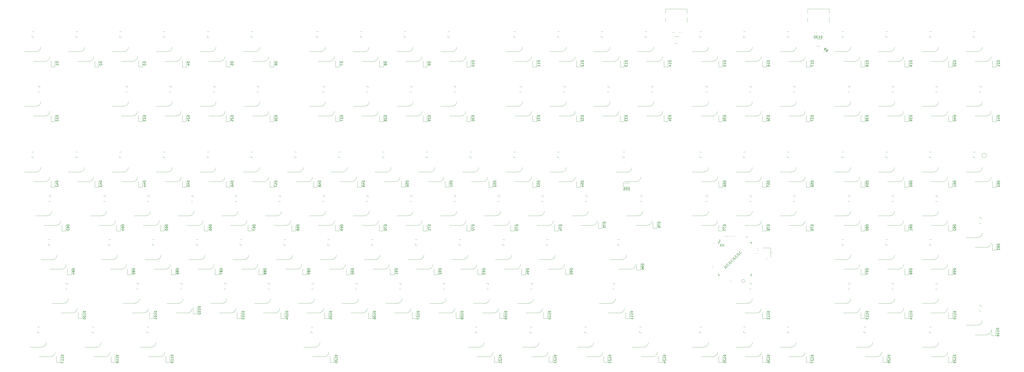
<source format=gbr>
%TF.GenerationSoftware,KiCad,Pcbnew,7.0.3*%
%TF.CreationDate,2023-05-24T16:07:10-04:00*%
%TF.ProjectId,100p-keebored,31303070-2d6b-4656-9562-6f7265642e6b,rev?*%
%TF.SameCoordinates,Original*%
%TF.FileFunction,Legend,Bot*%
%TF.FilePolarity,Positive*%
%FSLAX46Y46*%
G04 Gerber Fmt 4.6, Leading zero omitted, Abs format (unit mm)*
G04 Created by KiCad (PCBNEW 7.0.3) date 2023-05-24 16:07:10*
%MOMM*%
%LPD*%
G01*
G04 APERTURE LIST*
%ADD10C,0.150000*%
%ADD11C,0.120000*%
G04 APERTURE END LIST*
D10*
X374240210Y-172750671D02*
X374745287Y-173255748D01*
X374745287Y-173255748D02*
X374812630Y-173390435D01*
X374812630Y-173390435D02*
X374812630Y-173525122D01*
X374812630Y-173525122D02*
X374745287Y-173659809D01*
X374745287Y-173659809D02*
X374677943Y-173727152D01*
X375620752Y-172784343D02*
X375284035Y-173121061D01*
X375284035Y-173121061D02*
X374576928Y-172413954D01*
X376193172Y-172077236D02*
X376193172Y-172144580D01*
X376193172Y-172144580D02*
X376125829Y-172279267D01*
X376125829Y-172279267D02*
X376058485Y-172346610D01*
X376058485Y-172346610D02*
X375923798Y-172413954D01*
X375923798Y-172413954D02*
X375789111Y-172413954D01*
X375789111Y-172413954D02*
X375688096Y-172380282D01*
X375688096Y-172380282D02*
X375519737Y-172279267D01*
X375519737Y-172279267D02*
X375418722Y-172178251D01*
X375418722Y-172178251D02*
X375317707Y-172009893D01*
X375317707Y-172009893D02*
X375284035Y-171908877D01*
X375284035Y-171908877D02*
X375284035Y-171774190D01*
X375284035Y-171774190D02*
X375351378Y-171639503D01*
X375351378Y-171639503D02*
X375418722Y-171572160D01*
X375418722Y-171572160D02*
X375553409Y-171504816D01*
X375553409Y-171504816D02*
X375620752Y-171504816D01*
X376058485Y-170932397D02*
X376563561Y-171437473D01*
X376563561Y-171437473D02*
X376630905Y-171572160D01*
X376630905Y-171572160D02*
X376630905Y-171706847D01*
X376630905Y-171706847D02*
X376563561Y-171841534D01*
X376563561Y-171841534D02*
X376496218Y-171908877D01*
X377439027Y-170966068D02*
X377102310Y-171302786D01*
X377102310Y-171302786D02*
X376395203Y-170595679D01*
X378011447Y-170258961D02*
X378011447Y-170326305D01*
X378011447Y-170326305D02*
X377944104Y-170460992D01*
X377944104Y-170460992D02*
X377876760Y-170528335D01*
X377876760Y-170528335D02*
X377742073Y-170595679D01*
X377742073Y-170595679D02*
X377607386Y-170595679D01*
X377607386Y-170595679D02*
X377506371Y-170562007D01*
X377506371Y-170562007D02*
X377338012Y-170460992D01*
X377338012Y-170460992D02*
X377236997Y-170359977D01*
X377236997Y-170359977D02*
X377135982Y-170191618D01*
X377135982Y-170191618D02*
X377102310Y-170090603D01*
X377102310Y-170090603D02*
X377102310Y-169955916D01*
X377102310Y-169955916D02*
X377169653Y-169821229D01*
X377169653Y-169821229D02*
X377236997Y-169753885D01*
X377236997Y-169753885D02*
X377371684Y-169686542D01*
X377371684Y-169686542D02*
X377439027Y-169686542D01*
X377876760Y-169114122D02*
X378381836Y-169619198D01*
X378381836Y-169619198D02*
X378449180Y-169753885D01*
X378449180Y-169753885D02*
X378449180Y-169888572D01*
X378449180Y-169888572D02*
X378381836Y-170023259D01*
X378381836Y-170023259D02*
X378314493Y-170090603D01*
X379257302Y-169147793D02*
X378920585Y-169484511D01*
X378920585Y-169484511D02*
X378213478Y-168777404D01*
X379829722Y-168440686D02*
X379829722Y-168508030D01*
X379829722Y-168508030D02*
X379762378Y-168642717D01*
X379762378Y-168642717D02*
X379695035Y-168710060D01*
X379695035Y-168710060D02*
X379560348Y-168777404D01*
X379560348Y-168777404D02*
X379425661Y-168777404D01*
X379425661Y-168777404D02*
X379324646Y-168743732D01*
X379324646Y-168743732D02*
X379156287Y-168642717D01*
X379156287Y-168642717D02*
X379055272Y-168541702D01*
X379055272Y-168541702D02*
X378954256Y-168373343D01*
X378954256Y-168373343D02*
X378920585Y-168272328D01*
X378920585Y-168272328D02*
X378920585Y-168137641D01*
X378920585Y-168137641D02*
X378987928Y-168002954D01*
X378987928Y-168002954D02*
X379055272Y-167935610D01*
X379055272Y-167935610D02*
X379189959Y-167868267D01*
X379189959Y-167868267D02*
X379257302Y-167868267D01*
X379695035Y-167295847D02*
X380200111Y-167800923D01*
X380200111Y-167800923D02*
X380267455Y-167935610D01*
X380267455Y-167935610D02*
X380267455Y-168070297D01*
X380267455Y-168070297D02*
X380200111Y-168204984D01*
X380200111Y-168204984D02*
X380132768Y-168272328D01*
X381075577Y-167329518D02*
X380738859Y-167666236D01*
X380738859Y-167666236D02*
X380031753Y-166959129D01*
X381647997Y-166622412D02*
X381647997Y-166689755D01*
X381647997Y-166689755D02*
X381580653Y-166824442D01*
X381580653Y-166824442D02*
X381513310Y-166891786D01*
X381513310Y-166891786D02*
X381378623Y-166959129D01*
X381378623Y-166959129D02*
X381243936Y-166959129D01*
X381243936Y-166959129D02*
X381142921Y-166925457D01*
X381142921Y-166925457D02*
X380974562Y-166824442D01*
X380974562Y-166824442D02*
X380873547Y-166723427D01*
X380873547Y-166723427D02*
X380772531Y-166555068D01*
X380772531Y-166555068D02*
X380738860Y-166454053D01*
X380738860Y-166454053D02*
X380738860Y-166319366D01*
X380738860Y-166319366D02*
X380806203Y-166184679D01*
X380806203Y-166184679D02*
X380873547Y-166117335D01*
X380873547Y-166117335D02*
X381008234Y-166049992D01*
X381008234Y-166049992D02*
X381075577Y-166049992D01*
%TO.C,D50*%
X236822043Y-135515674D02*
X235822043Y-135515674D01*
X235822043Y-135515674D02*
X235822043Y-135753769D01*
X235822043Y-135753769D02*
X235869662Y-135896626D01*
X235869662Y-135896626D02*
X235964900Y-135991864D01*
X235964900Y-135991864D02*
X236060138Y-136039483D01*
X236060138Y-136039483D02*
X236250614Y-136087102D01*
X236250614Y-136087102D02*
X236393471Y-136087102D01*
X236393471Y-136087102D02*
X236583947Y-136039483D01*
X236583947Y-136039483D02*
X236679185Y-135991864D01*
X236679185Y-135991864D02*
X236774424Y-135896626D01*
X236774424Y-135896626D02*
X236822043Y-135753769D01*
X236822043Y-135753769D02*
X236822043Y-135515674D01*
X235822043Y-136991864D02*
X235822043Y-136515674D01*
X235822043Y-136515674D02*
X236298233Y-136468055D01*
X236298233Y-136468055D02*
X236250614Y-136515674D01*
X236250614Y-136515674D02*
X236202995Y-136610912D01*
X236202995Y-136610912D02*
X236202995Y-136849007D01*
X236202995Y-136849007D02*
X236250614Y-136944245D01*
X236250614Y-136944245D02*
X236298233Y-136991864D01*
X236298233Y-136991864D02*
X236393471Y-137039483D01*
X236393471Y-137039483D02*
X236631566Y-137039483D01*
X236631566Y-137039483D02*
X236726804Y-136991864D01*
X236726804Y-136991864D02*
X236774424Y-136944245D01*
X236774424Y-136944245D02*
X236822043Y-136849007D01*
X236822043Y-136849007D02*
X236822043Y-136610912D01*
X236822043Y-136610912D02*
X236774424Y-136515674D01*
X236774424Y-136515674D02*
X236726804Y-136468055D01*
X235822043Y-137658531D02*
X235822043Y-137753769D01*
X235822043Y-137753769D02*
X235869662Y-137849007D01*
X235869662Y-137849007D02*
X235917281Y-137896626D01*
X235917281Y-137896626D02*
X236012519Y-137944245D01*
X236012519Y-137944245D02*
X236202995Y-137991864D01*
X236202995Y-137991864D02*
X236441090Y-137991864D01*
X236441090Y-137991864D02*
X236631566Y-137944245D01*
X236631566Y-137944245D02*
X236726804Y-137896626D01*
X236726804Y-137896626D02*
X236774424Y-137849007D01*
X236774424Y-137849007D02*
X236822043Y-137753769D01*
X236822043Y-137753769D02*
X236822043Y-137658531D01*
X236822043Y-137658531D02*
X236774424Y-137563293D01*
X236774424Y-137563293D02*
X236726804Y-137515674D01*
X236726804Y-137515674D02*
X236631566Y-137468055D01*
X236631566Y-137468055D02*
X236441090Y-137420436D01*
X236441090Y-137420436D02*
X236202995Y-137420436D01*
X236202995Y-137420436D02*
X236012519Y-137468055D01*
X236012519Y-137468055D02*
X235917281Y-137515674D01*
X235917281Y-137515674D02*
X235869662Y-137563293D01*
X235869662Y-137563293D02*
X235822043Y-137658531D01*
%TO.C,D16*%
X393984411Y-83128218D02*
X392984411Y-83128218D01*
X392984411Y-83128218D02*
X392984411Y-83366313D01*
X392984411Y-83366313D02*
X393032030Y-83509170D01*
X393032030Y-83509170D02*
X393127268Y-83604408D01*
X393127268Y-83604408D02*
X393222506Y-83652027D01*
X393222506Y-83652027D02*
X393412982Y-83699646D01*
X393412982Y-83699646D02*
X393555839Y-83699646D01*
X393555839Y-83699646D02*
X393746315Y-83652027D01*
X393746315Y-83652027D02*
X393841553Y-83604408D01*
X393841553Y-83604408D02*
X393936792Y-83509170D01*
X393936792Y-83509170D02*
X393984411Y-83366313D01*
X393984411Y-83366313D02*
X393984411Y-83128218D01*
X393984411Y-84652027D02*
X393984411Y-84080599D01*
X393984411Y-84366313D02*
X392984411Y-84366313D01*
X392984411Y-84366313D02*
X393127268Y-84271075D01*
X393127268Y-84271075D02*
X393222506Y-84175837D01*
X393222506Y-84175837D02*
X393270125Y-84080599D01*
X392984411Y-85509170D02*
X392984411Y-85318694D01*
X392984411Y-85318694D02*
X393032030Y-85223456D01*
X393032030Y-85223456D02*
X393079649Y-85175837D01*
X393079649Y-85175837D02*
X393222506Y-85080599D01*
X393222506Y-85080599D02*
X393412982Y-85032980D01*
X393412982Y-85032980D02*
X393793934Y-85032980D01*
X393793934Y-85032980D02*
X393889172Y-85080599D01*
X393889172Y-85080599D02*
X393936792Y-85128218D01*
X393936792Y-85128218D02*
X393984411Y-85223456D01*
X393984411Y-85223456D02*
X393984411Y-85413932D01*
X393984411Y-85413932D02*
X393936792Y-85509170D01*
X393936792Y-85509170D02*
X393889172Y-85556789D01*
X393889172Y-85556789D02*
X393793934Y-85604408D01*
X393793934Y-85604408D02*
X393555839Y-85604408D01*
X393555839Y-85604408D02*
X393460601Y-85556789D01*
X393460601Y-85556789D02*
X393412982Y-85509170D01*
X393412982Y-85509170D02*
X393365363Y-85413932D01*
X393365363Y-85413932D02*
X393365363Y-85223456D01*
X393365363Y-85223456D02*
X393412982Y-85128218D01*
X393412982Y-85128218D02*
X393460601Y-85080599D01*
X393460601Y-85080599D02*
X393555839Y-85032980D01*
%TO.C,D91*%
X232059547Y-173615642D02*
X231059547Y-173615642D01*
X231059547Y-173615642D02*
X231059547Y-173853737D01*
X231059547Y-173853737D02*
X231107166Y-173996594D01*
X231107166Y-173996594D02*
X231202404Y-174091832D01*
X231202404Y-174091832D02*
X231297642Y-174139451D01*
X231297642Y-174139451D02*
X231488118Y-174187070D01*
X231488118Y-174187070D02*
X231630975Y-174187070D01*
X231630975Y-174187070D02*
X231821451Y-174139451D01*
X231821451Y-174139451D02*
X231916689Y-174091832D01*
X231916689Y-174091832D02*
X232011928Y-173996594D01*
X232011928Y-173996594D02*
X232059547Y-173853737D01*
X232059547Y-173853737D02*
X232059547Y-173615642D01*
X232059547Y-174663261D02*
X232059547Y-174853737D01*
X232059547Y-174853737D02*
X232011928Y-174948975D01*
X232011928Y-174948975D02*
X231964308Y-174996594D01*
X231964308Y-174996594D02*
X231821451Y-175091832D01*
X231821451Y-175091832D02*
X231630975Y-175139451D01*
X231630975Y-175139451D02*
X231250023Y-175139451D01*
X231250023Y-175139451D02*
X231154785Y-175091832D01*
X231154785Y-175091832D02*
X231107166Y-175044213D01*
X231107166Y-175044213D02*
X231059547Y-174948975D01*
X231059547Y-174948975D02*
X231059547Y-174758499D01*
X231059547Y-174758499D02*
X231107166Y-174663261D01*
X231107166Y-174663261D02*
X231154785Y-174615642D01*
X231154785Y-174615642D02*
X231250023Y-174568023D01*
X231250023Y-174568023D02*
X231488118Y-174568023D01*
X231488118Y-174568023D02*
X231583356Y-174615642D01*
X231583356Y-174615642D02*
X231630975Y-174663261D01*
X231630975Y-174663261D02*
X231678594Y-174758499D01*
X231678594Y-174758499D02*
X231678594Y-174948975D01*
X231678594Y-174948975D02*
X231630975Y-175044213D01*
X231630975Y-175044213D02*
X231583356Y-175091832D01*
X231583356Y-175091832D02*
X231488118Y-175139451D01*
X232059547Y-176091832D02*
X232059547Y-175520404D01*
X232059547Y-175806118D02*
X231059547Y-175806118D01*
X231059547Y-175806118D02*
X231202404Y-175710880D01*
X231202404Y-175710880D02*
X231297642Y-175615642D01*
X231297642Y-175615642D02*
X231345261Y-175520404D01*
%TO.C,D6*%
X179672091Y-83604409D02*
X178672091Y-83604409D01*
X178672091Y-83604409D02*
X178672091Y-83842504D01*
X178672091Y-83842504D02*
X178719710Y-83985361D01*
X178719710Y-83985361D02*
X178814948Y-84080599D01*
X178814948Y-84080599D02*
X178910186Y-84128218D01*
X178910186Y-84128218D02*
X179100662Y-84175837D01*
X179100662Y-84175837D02*
X179243519Y-84175837D01*
X179243519Y-84175837D02*
X179433995Y-84128218D01*
X179433995Y-84128218D02*
X179529233Y-84080599D01*
X179529233Y-84080599D02*
X179624472Y-83985361D01*
X179624472Y-83985361D02*
X179672091Y-83842504D01*
X179672091Y-83842504D02*
X179672091Y-83604409D01*
X178672091Y-85032980D02*
X178672091Y-84842504D01*
X178672091Y-84842504D02*
X178719710Y-84747266D01*
X178719710Y-84747266D02*
X178767329Y-84699647D01*
X178767329Y-84699647D02*
X178910186Y-84604409D01*
X178910186Y-84604409D02*
X179100662Y-84556790D01*
X179100662Y-84556790D02*
X179481614Y-84556790D01*
X179481614Y-84556790D02*
X179576852Y-84604409D01*
X179576852Y-84604409D02*
X179624472Y-84652028D01*
X179624472Y-84652028D02*
X179672091Y-84747266D01*
X179672091Y-84747266D02*
X179672091Y-84937742D01*
X179672091Y-84937742D02*
X179624472Y-85032980D01*
X179624472Y-85032980D02*
X179576852Y-85080599D01*
X179576852Y-85080599D02*
X179481614Y-85128218D01*
X179481614Y-85128218D02*
X179243519Y-85128218D01*
X179243519Y-85128218D02*
X179148281Y-85080599D01*
X179148281Y-85080599D02*
X179100662Y-85032980D01*
X179100662Y-85032980D02*
X179053043Y-84937742D01*
X179053043Y-84937742D02*
X179053043Y-84747266D01*
X179053043Y-84747266D02*
X179100662Y-84652028D01*
X179100662Y-84652028D02*
X179148281Y-84604409D01*
X179148281Y-84604409D02*
X179243519Y-84556790D01*
%TO.C,D88*%
X174909595Y-173615642D02*
X173909595Y-173615642D01*
X173909595Y-173615642D02*
X173909595Y-173853737D01*
X173909595Y-173853737D02*
X173957214Y-173996594D01*
X173957214Y-173996594D02*
X174052452Y-174091832D01*
X174052452Y-174091832D02*
X174147690Y-174139451D01*
X174147690Y-174139451D02*
X174338166Y-174187070D01*
X174338166Y-174187070D02*
X174481023Y-174187070D01*
X174481023Y-174187070D02*
X174671499Y-174139451D01*
X174671499Y-174139451D02*
X174766737Y-174091832D01*
X174766737Y-174091832D02*
X174861976Y-173996594D01*
X174861976Y-173996594D02*
X174909595Y-173853737D01*
X174909595Y-173853737D02*
X174909595Y-173615642D01*
X174338166Y-174758499D02*
X174290547Y-174663261D01*
X174290547Y-174663261D02*
X174242928Y-174615642D01*
X174242928Y-174615642D02*
X174147690Y-174568023D01*
X174147690Y-174568023D02*
X174100071Y-174568023D01*
X174100071Y-174568023D02*
X174004833Y-174615642D01*
X174004833Y-174615642D02*
X173957214Y-174663261D01*
X173957214Y-174663261D02*
X173909595Y-174758499D01*
X173909595Y-174758499D02*
X173909595Y-174948975D01*
X173909595Y-174948975D02*
X173957214Y-175044213D01*
X173957214Y-175044213D02*
X174004833Y-175091832D01*
X174004833Y-175091832D02*
X174100071Y-175139451D01*
X174100071Y-175139451D02*
X174147690Y-175139451D01*
X174147690Y-175139451D02*
X174242928Y-175091832D01*
X174242928Y-175091832D02*
X174290547Y-175044213D01*
X174290547Y-175044213D02*
X174338166Y-174948975D01*
X174338166Y-174948975D02*
X174338166Y-174758499D01*
X174338166Y-174758499D02*
X174385785Y-174663261D01*
X174385785Y-174663261D02*
X174433404Y-174615642D01*
X174433404Y-174615642D02*
X174528642Y-174568023D01*
X174528642Y-174568023D02*
X174719118Y-174568023D01*
X174719118Y-174568023D02*
X174814356Y-174615642D01*
X174814356Y-174615642D02*
X174861976Y-174663261D01*
X174861976Y-174663261D02*
X174909595Y-174758499D01*
X174909595Y-174758499D02*
X174909595Y-174948975D01*
X174909595Y-174948975D02*
X174861976Y-175044213D01*
X174861976Y-175044213D02*
X174814356Y-175091832D01*
X174814356Y-175091832D02*
X174719118Y-175139451D01*
X174719118Y-175139451D02*
X174528642Y-175139451D01*
X174528642Y-175139451D02*
X174433404Y-175091832D01*
X174433404Y-175091832D02*
X174385785Y-175044213D01*
X174385785Y-175044213D02*
X174338166Y-174948975D01*
X174338166Y-175710880D02*
X174290547Y-175615642D01*
X174290547Y-175615642D02*
X174242928Y-175568023D01*
X174242928Y-175568023D02*
X174147690Y-175520404D01*
X174147690Y-175520404D02*
X174100071Y-175520404D01*
X174100071Y-175520404D02*
X174004833Y-175568023D01*
X174004833Y-175568023D02*
X173957214Y-175615642D01*
X173957214Y-175615642D02*
X173909595Y-175710880D01*
X173909595Y-175710880D02*
X173909595Y-175901356D01*
X173909595Y-175901356D02*
X173957214Y-175996594D01*
X173957214Y-175996594D02*
X174004833Y-176044213D01*
X174004833Y-176044213D02*
X174100071Y-176091832D01*
X174100071Y-176091832D02*
X174147690Y-176091832D01*
X174147690Y-176091832D02*
X174242928Y-176044213D01*
X174242928Y-176044213D02*
X174290547Y-175996594D01*
X174290547Y-175996594D02*
X174338166Y-175901356D01*
X174338166Y-175901356D02*
X174338166Y-175710880D01*
X174338166Y-175710880D02*
X174385785Y-175615642D01*
X174385785Y-175615642D02*
X174433404Y-175568023D01*
X174433404Y-175568023D02*
X174528642Y-175520404D01*
X174528642Y-175520404D02*
X174719118Y-175520404D01*
X174719118Y-175520404D02*
X174814356Y-175568023D01*
X174814356Y-175568023D02*
X174861976Y-175615642D01*
X174861976Y-175615642D02*
X174909595Y-175710880D01*
X174909595Y-175710880D02*
X174909595Y-175901356D01*
X174909595Y-175901356D02*
X174861976Y-175996594D01*
X174861976Y-175996594D02*
X174814356Y-176044213D01*
X174814356Y-176044213D02*
X174719118Y-176091832D01*
X174719118Y-176091832D02*
X174528642Y-176091832D01*
X174528642Y-176091832D02*
X174433404Y-176044213D01*
X174433404Y-176044213D02*
X174385785Y-175996594D01*
X174385785Y-175996594D02*
X174338166Y-175901356D01*
%TO.C,D77*%
X374934427Y-154565658D02*
X373934427Y-154565658D01*
X373934427Y-154565658D02*
X373934427Y-154803753D01*
X373934427Y-154803753D02*
X373982046Y-154946610D01*
X373982046Y-154946610D02*
X374077284Y-155041848D01*
X374077284Y-155041848D02*
X374172522Y-155089467D01*
X374172522Y-155089467D02*
X374362998Y-155137086D01*
X374362998Y-155137086D02*
X374505855Y-155137086D01*
X374505855Y-155137086D02*
X374696331Y-155089467D01*
X374696331Y-155089467D02*
X374791569Y-155041848D01*
X374791569Y-155041848D02*
X374886808Y-154946610D01*
X374886808Y-154946610D02*
X374934427Y-154803753D01*
X374934427Y-154803753D02*
X374934427Y-154565658D01*
X373934427Y-155470420D02*
X373934427Y-156137086D01*
X373934427Y-156137086D02*
X374934427Y-155708515D01*
X373934427Y-156422801D02*
X373934427Y-157089467D01*
X373934427Y-157089467D02*
X374934427Y-156660896D01*
%TO.C,D33*%
X332071963Y-106940698D02*
X331071963Y-106940698D01*
X331071963Y-106940698D02*
X331071963Y-107178793D01*
X331071963Y-107178793D02*
X331119582Y-107321650D01*
X331119582Y-107321650D02*
X331214820Y-107416888D01*
X331214820Y-107416888D02*
X331310058Y-107464507D01*
X331310058Y-107464507D02*
X331500534Y-107512126D01*
X331500534Y-107512126D02*
X331643391Y-107512126D01*
X331643391Y-107512126D02*
X331833867Y-107464507D01*
X331833867Y-107464507D02*
X331929105Y-107416888D01*
X331929105Y-107416888D02*
X332024344Y-107321650D01*
X332024344Y-107321650D02*
X332071963Y-107178793D01*
X332071963Y-107178793D02*
X332071963Y-106940698D01*
X331071963Y-107845460D02*
X331071963Y-108464507D01*
X331071963Y-108464507D02*
X331452915Y-108131174D01*
X331452915Y-108131174D02*
X331452915Y-108274031D01*
X331452915Y-108274031D02*
X331500534Y-108369269D01*
X331500534Y-108369269D02*
X331548153Y-108416888D01*
X331548153Y-108416888D02*
X331643391Y-108464507D01*
X331643391Y-108464507D02*
X331881486Y-108464507D01*
X331881486Y-108464507D02*
X331976724Y-108416888D01*
X331976724Y-108416888D02*
X332024344Y-108369269D01*
X332024344Y-108369269D02*
X332071963Y-108274031D01*
X332071963Y-108274031D02*
X332071963Y-107988317D01*
X332071963Y-107988317D02*
X332024344Y-107893079D01*
X332024344Y-107893079D02*
X331976724Y-107845460D01*
X331071963Y-108797841D02*
X331071963Y-109416888D01*
X331071963Y-109416888D02*
X331452915Y-109083555D01*
X331452915Y-109083555D02*
X331452915Y-109226412D01*
X331452915Y-109226412D02*
X331500534Y-109321650D01*
X331500534Y-109321650D02*
X331548153Y-109369269D01*
X331548153Y-109369269D02*
X331643391Y-109416888D01*
X331643391Y-109416888D02*
X331881486Y-109416888D01*
X331881486Y-109416888D02*
X331976724Y-109369269D01*
X331976724Y-109369269D02*
X332024344Y-109321650D01*
X332024344Y-109321650D02*
X332071963Y-109226412D01*
X332071963Y-109226412D02*
X332071963Y-108940698D01*
X332071963Y-108940698D02*
X332024344Y-108845460D01*
X332024344Y-108845460D02*
X331976724Y-108797841D01*
%TO.C,D35*%
X374934427Y-106940698D02*
X373934427Y-106940698D01*
X373934427Y-106940698D02*
X373934427Y-107178793D01*
X373934427Y-107178793D02*
X373982046Y-107321650D01*
X373982046Y-107321650D02*
X374077284Y-107416888D01*
X374077284Y-107416888D02*
X374172522Y-107464507D01*
X374172522Y-107464507D02*
X374362998Y-107512126D01*
X374362998Y-107512126D02*
X374505855Y-107512126D01*
X374505855Y-107512126D02*
X374696331Y-107464507D01*
X374696331Y-107464507D02*
X374791569Y-107416888D01*
X374791569Y-107416888D02*
X374886808Y-107321650D01*
X374886808Y-107321650D02*
X374934427Y-107178793D01*
X374934427Y-107178793D02*
X374934427Y-106940698D01*
X373934427Y-107845460D02*
X373934427Y-108464507D01*
X373934427Y-108464507D02*
X374315379Y-108131174D01*
X374315379Y-108131174D02*
X374315379Y-108274031D01*
X374315379Y-108274031D02*
X374362998Y-108369269D01*
X374362998Y-108369269D02*
X374410617Y-108416888D01*
X374410617Y-108416888D02*
X374505855Y-108464507D01*
X374505855Y-108464507D02*
X374743950Y-108464507D01*
X374743950Y-108464507D02*
X374839188Y-108416888D01*
X374839188Y-108416888D02*
X374886808Y-108369269D01*
X374886808Y-108369269D02*
X374934427Y-108274031D01*
X374934427Y-108274031D02*
X374934427Y-107988317D01*
X374934427Y-107988317D02*
X374886808Y-107893079D01*
X374886808Y-107893079D02*
X374839188Y-107845460D01*
X373934427Y-109369269D02*
X373934427Y-108893079D01*
X373934427Y-108893079D02*
X374410617Y-108845460D01*
X374410617Y-108845460D02*
X374362998Y-108893079D01*
X374362998Y-108893079D02*
X374315379Y-108988317D01*
X374315379Y-108988317D02*
X374315379Y-109226412D01*
X374315379Y-109226412D02*
X374362998Y-109321650D01*
X374362998Y-109321650D02*
X374410617Y-109369269D01*
X374410617Y-109369269D02*
X374505855Y-109416888D01*
X374505855Y-109416888D02*
X374743950Y-109416888D01*
X374743950Y-109416888D02*
X374839188Y-109369269D01*
X374839188Y-109369269D02*
X374886808Y-109321650D01*
X374886808Y-109321650D02*
X374934427Y-109226412D01*
X374934427Y-109226412D02*
X374934427Y-108988317D01*
X374934427Y-108988317D02*
X374886808Y-108893079D01*
X374886808Y-108893079D02*
X374839188Y-108845460D01*
%TO.C,D129*%
X474946843Y-211239420D02*
X473946843Y-211239420D01*
X473946843Y-211239420D02*
X473946843Y-211477515D01*
X473946843Y-211477515D02*
X473994462Y-211620372D01*
X473994462Y-211620372D02*
X474089700Y-211715610D01*
X474089700Y-211715610D02*
X474184938Y-211763229D01*
X474184938Y-211763229D02*
X474375414Y-211810848D01*
X474375414Y-211810848D02*
X474518271Y-211810848D01*
X474518271Y-211810848D02*
X474708747Y-211763229D01*
X474708747Y-211763229D02*
X474803985Y-211715610D01*
X474803985Y-211715610D02*
X474899224Y-211620372D01*
X474899224Y-211620372D02*
X474946843Y-211477515D01*
X474946843Y-211477515D02*
X474946843Y-211239420D01*
X474946843Y-212763229D02*
X474946843Y-212191801D01*
X474946843Y-212477515D02*
X473946843Y-212477515D01*
X473946843Y-212477515D02*
X474089700Y-212382277D01*
X474089700Y-212382277D02*
X474184938Y-212287039D01*
X474184938Y-212287039D02*
X474232557Y-212191801D01*
X474042081Y-213144182D02*
X473994462Y-213191801D01*
X473994462Y-213191801D02*
X473946843Y-213287039D01*
X473946843Y-213287039D02*
X473946843Y-213525134D01*
X473946843Y-213525134D02*
X473994462Y-213620372D01*
X473994462Y-213620372D02*
X474042081Y-213667991D01*
X474042081Y-213667991D02*
X474137319Y-213715610D01*
X474137319Y-213715610D02*
X474232557Y-213715610D01*
X474232557Y-213715610D02*
X474375414Y-213667991D01*
X474375414Y-213667991D02*
X474946843Y-213096563D01*
X474946843Y-213096563D02*
X474946843Y-213715610D01*
X474946843Y-214191801D02*
X474946843Y-214382277D01*
X474946843Y-214382277D02*
X474899224Y-214477515D01*
X474899224Y-214477515D02*
X474851604Y-214525134D01*
X474851604Y-214525134D02*
X474708747Y-214620372D01*
X474708747Y-214620372D02*
X474518271Y-214667991D01*
X474518271Y-214667991D02*
X474137319Y-214667991D01*
X474137319Y-214667991D02*
X474042081Y-214620372D01*
X474042081Y-214620372D02*
X473994462Y-214572753D01*
X473994462Y-214572753D02*
X473946843Y-214477515D01*
X473946843Y-214477515D02*
X473946843Y-214287039D01*
X473946843Y-214287039D02*
X473994462Y-214191801D01*
X473994462Y-214191801D02*
X474042081Y-214144182D01*
X474042081Y-214144182D02*
X474137319Y-214096563D01*
X474137319Y-214096563D02*
X474375414Y-214096563D01*
X474375414Y-214096563D02*
X474470652Y-214144182D01*
X474470652Y-214144182D02*
X474518271Y-214191801D01*
X474518271Y-214191801D02*
X474565890Y-214287039D01*
X474565890Y-214287039D02*
X474565890Y-214477515D01*
X474565890Y-214477515D02*
X474518271Y-214572753D01*
X474518271Y-214572753D02*
X474470652Y-214620372D01*
X474470652Y-214620372D02*
X474375414Y-214667991D01*
%TO.C,D63*%
X89184667Y-154565658D02*
X88184667Y-154565658D01*
X88184667Y-154565658D02*
X88184667Y-154803753D01*
X88184667Y-154803753D02*
X88232286Y-154946610D01*
X88232286Y-154946610D02*
X88327524Y-155041848D01*
X88327524Y-155041848D02*
X88422762Y-155089467D01*
X88422762Y-155089467D02*
X88613238Y-155137086D01*
X88613238Y-155137086D02*
X88756095Y-155137086D01*
X88756095Y-155137086D02*
X88946571Y-155089467D01*
X88946571Y-155089467D02*
X89041809Y-155041848D01*
X89041809Y-155041848D02*
X89137048Y-154946610D01*
X89137048Y-154946610D02*
X89184667Y-154803753D01*
X89184667Y-154803753D02*
X89184667Y-154565658D01*
X88184667Y-155994229D02*
X88184667Y-155803753D01*
X88184667Y-155803753D02*
X88232286Y-155708515D01*
X88232286Y-155708515D02*
X88279905Y-155660896D01*
X88279905Y-155660896D02*
X88422762Y-155565658D01*
X88422762Y-155565658D02*
X88613238Y-155518039D01*
X88613238Y-155518039D02*
X88994190Y-155518039D01*
X88994190Y-155518039D02*
X89089428Y-155565658D01*
X89089428Y-155565658D02*
X89137048Y-155613277D01*
X89137048Y-155613277D02*
X89184667Y-155708515D01*
X89184667Y-155708515D02*
X89184667Y-155898991D01*
X89184667Y-155898991D02*
X89137048Y-155994229D01*
X89137048Y-155994229D02*
X89089428Y-156041848D01*
X89089428Y-156041848D02*
X88994190Y-156089467D01*
X88994190Y-156089467D02*
X88756095Y-156089467D01*
X88756095Y-156089467D02*
X88660857Y-156041848D01*
X88660857Y-156041848D02*
X88613238Y-155994229D01*
X88613238Y-155994229D02*
X88565619Y-155898991D01*
X88565619Y-155898991D02*
X88565619Y-155708515D01*
X88565619Y-155708515D02*
X88613238Y-155613277D01*
X88613238Y-155613277D02*
X88660857Y-155565658D01*
X88660857Y-155565658D02*
X88756095Y-155518039D01*
X88184667Y-156422801D02*
X88184667Y-157041848D01*
X88184667Y-157041848D02*
X88565619Y-156708515D01*
X88565619Y-156708515D02*
X88565619Y-156851372D01*
X88565619Y-156851372D02*
X88613238Y-156946610D01*
X88613238Y-156946610D02*
X88660857Y-156994229D01*
X88660857Y-156994229D02*
X88756095Y-157041848D01*
X88756095Y-157041848D02*
X88994190Y-157041848D01*
X88994190Y-157041848D02*
X89089428Y-156994229D01*
X89089428Y-156994229D02*
X89137048Y-156946610D01*
X89137048Y-156946610D02*
X89184667Y-156851372D01*
X89184667Y-156851372D02*
X89184667Y-156565658D01*
X89184667Y-156565658D02*
X89137048Y-156470420D01*
X89137048Y-156470420D02*
X89089428Y-156422801D01*
%TO.C,D118*%
X110615899Y-211239420D02*
X109615899Y-211239420D01*
X109615899Y-211239420D02*
X109615899Y-211477515D01*
X109615899Y-211477515D02*
X109663518Y-211620372D01*
X109663518Y-211620372D02*
X109758756Y-211715610D01*
X109758756Y-211715610D02*
X109853994Y-211763229D01*
X109853994Y-211763229D02*
X110044470Y-211810848D01*
X110044470Y-211810848D02*
X110187327Y-211810848D01*
X110187327Y-211810848D02*
X110377803Y-211763229D01*
X110377803Y-211763229D02*
X110473041Y-211715610D01*
X110473041Y-211715610D02*
X110568280Y-211620372D01*
X110568280Y-211620372D02*
X110615899Y-211477515D01*
X110615899Y-211477515D02*
X110615899Y-211239420D01*
X110615899Y-212763229D02*
X110615899Y-212191801D01*
X110615899Y-212477515D02*
X109615899Y-212477515D01*
X109615899Y-212477515D02*
X109758756Y-212382277D01*
X109758756Y-212382277D02*
X109853994Y-212287039D01*
X109853994Y-212287039D02*
X109901613Y-212191801D01*
X110615899Y-213715610D02*
X110615899Y-213144182D01*
X110615899Y-213429896D02*
X109615899Y-213429896D01*
X109615899Y-213429896D02*
X109758756Y-213334658D01*
X109758756Y-213334658D02*
X109853994Y-213239420D01*
X109853994Y-213239420D02*
X109901613Y-213144182D01*
X110044470Y-214287039D02*
X109996851Y-214191801D01*
X109996851Y-214191801D02*
X109949232Y-214144182D01*
X109949232Y-214144182D02*
X109853994Y-214096563D01*
X109853994Y-214096563D02*
X109806375Y-214096563D01*
X109806375Y-214096563D02*
X109711137Y-214144182D01*
X109711137Y-214144182D02*
X109663518Y-214191801D01*
X109663518Y-214191801D02*
X109615899Y-214287039D01*
X109615899Y-214287039D02*
X109615899Y-214477515D01*
X109615899Y-214477515D02*
X109663518Y-214572753D01*
X109663518Y-214572753D02*
X109711137Y-214620372D01*
X109711137Y-214620372D02*
X109806375Y-214667991D01*
X109806375Y-214667991D02*
X109853994Y-214667991D01*
X109853994Y-214667991D02*
X109949232Y-214620372D01*
X109949232Y-214620372D02*
X109996851Y-214572753D01*
X109996851Y-214572753D02*
X110044470Y-214477515D01*
X110044470Y-214477515D02*
X110044470Y-214287039D01*
X110044470Y-214287039D02*
X110092089Y-214191801D01*
X110092089Y-214191801D02*
X110139708Y-214144182D01*
X110139708Y-214144182D02*
X110234946Y-214096563D01*
X110234946Y-214096563D02*
X110425422Y-214096563D01*
X110425422Y-214096563D02*
X110520660Y-214144182D01*
X110520660Y-214144182D02*
X110568280Y-214191801D01*
X110568280Y-214191801D02*
X110615899Y-214287039D01*
X110615899Y-214287039D02*
X110615899Y-214477515D01*
X110615899Y-214477515D02*
X110568280Y-214572753D01*
X110568280Y-214572753D02*
X110520660Y-214620372D01*
X110520660Y-214620372D02*
X110425422Y-214667991D01*
X110425422Y-214667991D02*
X110234946Y-214667991D01*
X110234946Y-214667991D02*
X110139708Y-214620372D01*
X110139708Y-214620372D02*
X110092089Y-214572753D01*
X110092089Y-214572753D02*
X110044470Y-214477515D01*
%TO.C,D42*%
X84422171Y-135515674D02*
X83422171Y-135515674D01*
X83422171Y-135515674D02*
X83422171Y-135753769D01*
X83422171Y-135753769D02*
X83469790Y-135896626D01*
X83469790Y-135896626D02*
X83565028Y-135991864D01*
X83565028Y-135991864D02*
X83660266Y-136039483D01*
X83660266Y-136039483D02*
X83850742Y-136087102D01*
X83850742Y-136087102D02*
X83993599Y-136087102D01*
X83993599Y-136087102D02*
X84184075Y-136039483D01*
X84184075Y-136039483D02*
X84279313Y-135991864D01*
X84279313Y-135991864D02*
X84374552Y-135896626D01*
X84374552Y-135896626D02*
X84422171Y-135753769D01*
X84422171Y-135753769D02*
X84422171Y-135515674D01*
X83755504Y-136944245D02*
X84422171Y-136944245D01*
X83374552Y-136706150D02*
X84088837Y-136468055D01*
X84088837Y-136468055D02*
X84088837Y-137087102D01*
X83517409Y-137420436D02*
X83469790Y-137468055D01*
X83469790Y-137468055D02*
X83422171Y-137563293D01*
X83422171Y-137563293D02*
X83422171Y-137801388D01*
X83422171Y-137801388D02*
X83469790Y-137896626D01*
X83469790Y-137896626D02*
X83517409Y-137944245D01*
X83517409Y-137944245D02*
X83612647Y-137991864D01*
X83612647Y-137991864D02*
X83707885Y-137991864D01*
X83707885Y-137991864D02*
X83850742Y-137944245D01*
X83850742Y-137944245D02*
X84422171Y-137372817D01*
X84422171Y-137372817D02*
X84422171Y-137991864D01*
%TO.C,D102*%
X146334619Y-190105844D02*
X145334619Y-190105844D01*
X145334619Y-190105844D02*
X145334619Y-190343939D01*
X145334619Y-190343939D02*
X145382238Y-190486796D01*
X145382238Y-190486796D02*
X145477476Y-190582034D01*
X145477476Y-190582034D02*
X145572714Y-190629653D01*
X145572714Y-190629653D02*
X145763190Y-190677272D01*
X145763190Y-190677272D02*
X145906047Y-190677272D01*
X145906047Y-190677272D02*
X146096523Y-190629653D01*
X146096523Y-190629653D02*
X146191761Y-190582034D01*
X146191761Y-190582034D02*
X146287000Y-190486796D01*
X146287000Y-190486796D02*
X146334619Y-190343939D01*
X146334619Y-190343939D02*
X146334619Y-190105844D01*
X146334619Y-191629653D02*
X146334619Y-191058225D01*
X146334619Y-191343939D02*
X145334619Y-191343939D01*
X145334619Y-191343939D02*
X145477476Y-191248701D01*
X145477476Y-191248701D02*
X145572714Y-191153463D01*
X145572714Y-191153463D02*
X145620333Y-191058225D01*
X145334619Y-192248701D02*
X145334619Y-192343939D01*
X145334619Y-192343939D02*
X145382238Y-192439177D01*
X145382238Y-192439177D02*
X145429857Y-192486796D01*
X145429857Y-192486796D02*
X145525095Y-192534415D01*
X145525095Y-192534415D02*
X145715571Y-192582034D01*
X145715571Y-192582034D02*
X145953666Y-192582034D01*
X145953666Y-192582034D02*
X146144142Y-192534415D01*
X146144142Y-192534415D02*
X146239380Y-192486796D01*
X146239380Y-192486796D02*
X146287000Y-192439177D01*
X146287000Y-192439177D02*
X146334619Y-192343939D01*
X146334619Y-192343939D02*
X146334619Y-192248701D01*
X146334619Y-192248701D02*
X146287000Y-192153463D01*
X146287000Y-192153463D02*
X146239380Y-192105844D01*
X146239380Y-192105844D02*
X146144142Y-192058225D01*
X146144142Y-192058225D02*
X145953666Y-192010606D01*
X145953666Y-192010606D02*
X145715571Y-192010606D01*
X145715571Y-192010606D02*
X145525095Y-192058225D01*
X145525095Y-192058225D02*
X145429857Y-192105844D01*
X145429857Y-192105844D02*
X145382238Y-192153463D01*
X145382238Y-192153463D02*
X145334619Y-192248701D01*
X145429857Y-192962987D02*
X145382238Y-193010606D01*
X145382238Y-193010606D02*
X145334619Y-193105844D01*
X145334619Y-193105844D02*
X145334619Y-193343939D01*
X145334619Y-193343939D02*
X145382238Y-193439177D01*
X145382238Y-193439177D02*
X145429857Y-193486796D01*
X145429857Y-193486796D02*
X145525095Y-193534415D01*
X145525095Y-193534415D02*
X145620333Y-193534415D01*
X145620333Y-193534415D02*
X145763190Y-193486796D01*
X145763190Y-193486796D02*
X146334619Y-192915368D01*
X146334619Y-192915368D02*
X146334619Y-193534415D01*
%TO.C,D120*%
X205865819Y-211239420D02*
X204865819Y-211239420D01*
X204865819Y-211239420D02*
X204865819Y-211477515D01*
X204865819Y-211477515D02*
X204913438Y-211620372D01*
X204913438Y-211620372D02*
X205008676Y-211715610D01*
X205008676Y-211715610D02*
X205103914Y-211763229D01*
X205103914Y-211763229D02*
X205294390Y-211810848D01*
X205294390Y-211810848D02*
X205437247Y-211810848D01*
X205437247Y-211810848D02*
X205627723Y-211763229D01*
X205627723Y-211763229D02*
X205722961Y-211715610D01*
X205722961Y-211715610D02*
X205818200Y-211620372D01*
X205818200Y-211620372D02*
X205865819Y-211477515D01*
X205865819Y-211477515D02*
X205865819Y-211239420D01*
X205865819Y-212763229D02*
X205865819Y-212191801D01*
X205865819Y-212477515D02*
X204865819Y-212477515D01*
X204865819Y-212477515D02*
X205008676Y-212382277D01*
X205008676Y-212382277D02*
X205103914Y-212287039D01*
X205103914Y-212287039D02*
X205151533Y-212191801D01*
X204961057Y-213144182D02*
X204913438Y-213191801D01*
X204913438Y-213191801D02*
X204865819Y-213287039D01*
X204865819Y-213287039D02*
X204865819Y-213525134D01*
X204865819Y-213525134D02*
X204913438Y-213620372D01*
X204913438Y-213620372D02*
X204961057Y-213667991D01*
X204961057Y-213667991D02*
X205056295Y-213715610D01*
X205056295Y-213715610D02*
X205151533Y-213715610D01*
X205151533Y-213715610D02*
X205294390Y-213667991D01*
X205294390Y-213667991D02*
X205865819Y-213096563D01*
X205865819Y-213096563D02*
X205865819Y-213715610D01*
X204865819Y-214334658D02*
X204865819Y-214429896D01*
X204865819Y-214429896D02*
X204913438Y-214525134D01*
X204913438Y-214525134D02*
X204961057Y-214572753D01*
X204961057Y-214572753D02*
X205056295Y-214620372D01*
X205056295Y-214620372D02*
X205246771Y-214667991D01*
X205246771Y-214667991D02*
X205484866Y-214667991D01*
X205484866Y-214667991D02*
X205675342Y-214620372D01*
X205675342Y-214620372D02*
X205770580Y-214572753D01*
X205770580Y-214572753D02*
X205818200Y-214525134D01*
X205818200Y-214525134D02*
X205865819Y-214429896D01*
X205865819Y-214429896D02*
X205865819Y-214334658D01*
X205865819Y-214334658D02*
X205818200Y-214239420D01*
X205818200Y-214239420D02*
X205770580Y-214191801D01*
X205770580Y-214191801D02*
X205675342Y-214144182D01*
X205675342Y-214144182D02*
X205484866Y-214096563D01*
X205484866Y-214096563D02*
X205246771Y-214096563D01*
X205246771Y-214096563D02*
X205056295Y-214144182D01*
X205056295Y-214144182D02*
X204961057Y-214191801D01*
X204961057Y-214191801D02*
X204913438Y-214239420D01*
X204913438Y-214239420D02*
X204865819Y-214334658D01*
%TO.C,D62*%
X493996827Y-135515674D02*
X492996827Y-135515674D01*
X492996827Y-135515674D02*
X492996827Y-135753769D01*
X492996827Y-135753769D02*
X493044446Y-135896626D01*
X493044446Y-135896626D02*
X493139684Y-135991864D01*
X493139684Y-135991864D02*
X493234922Y-136039483D01*
X493234922Y-136039483D02*
X493425398Y-136087102D01*
X493425398Y-136087102D02*
X493568255Y-136087102D01*
X493568255Y-136087102D02*
X493758731Y-136039483D01*
X493758731Y-136039483D02*
X493853969Y-135991864D01*
X493853969Y-135991864D02*
X493949208Y-135896626D01*
X493949208Y-135896626D02*
X493996827Y-135753769D01*
X493996827Y-135753769D02*
X493996827Y-135515674D01*
X492996827Y-136944245D02*
X492996827Y-136753769D01*
X492996827Y-136753769D02*
X493044446Y-136658531D01*
X493044446Y-136658531D02*
X493092065Y-136610912D01*
X493092065Y-136610912D02*
X493234922Y-136515674D01*
X493234922Y-136515674D02*
X493425398Y-136468055D01*
X493425398Y-136468055D02*
X493806350Y-136468055D01*
X493806350Y-136468055D02*
X493901588Y-136515674D01*
X493901588Y-136515674D02*
X493949208Y-136563293D01*
X493949208Y-136563293D02*
X493996827Y-136658531D01*
X493996827Y-136658531D02*
X493996827Y-136849007D01*
X493996827Y-136849007D02*
X493949208Y-136944245D01*
X493949208Y-136944245D02*
X493901588Y-136991864D01*
X493901588Y-136991864D02*
X493806350Y-137039483D01*
X493806350Y-137039483D02*
X493568255Y-137039483D01*
X493568255Y-137039483D02*
X493473017Y-136991864D01*
X493473017Y-136991864D02*
X493425398Y-136944245D01*
X493425398Y-136944245D02*
X493377779Y-136849007D01*
X493377779Y-136849007D02*
X493377779Y-136658531D01*
X493377779Y-136658531D02*
X493425398Y-136563293D01*
X493425398Y-136563293D02*
X493473017Y-136515674D01*
X493473017Y-136515674D02*
X493568255Y-136468055D01*
X493092065Y-137420436D02*
X493044446Y-137468055D01*
X493044446Y-137468055D02*
X492996827Y-137563293D01*
X492996827Y-137563293D02*
X492996827Y-137801388D01*
X492996827Y-137801388D02*
X493044446Y-137896626D01*
X493044446Y-137896626D02*
X493092065Y-137944245D01*
X493092065Y-137944245D02*
X493187303Y-137991864D01*
X493187303Y-137991864D02*
X493282541Y-137991864D01*
X493282541Y-137991864D02*
X493425398Y-137944245D01*
X493425398Y-137944245D02*
X493996827Y-137372817D01*
X493996827Y-137372817D02*
X493996827Y-137991864D01*
%TO.C,D24*%
X141572123Y-106940698D02*
X140572123Y-106940698D01*
X140572123Y-106940698D02*
X140572123Y-107178793D01*
X140572123Y-107178793D02*
X140619742Y-107321650D01*
X140619742Y-107321650D02*
X140714980Y-107416888D01*
X140714980Y-107416888D02*
X140810218Y-107464507D01*
X140810218Y-107464507D02*
X141000694Y-107512126D01*
X141000694Y-107512126D02*
X141143551Y-107512126D01*
X141143551Y-107512126D02*
X141334027Y-107464507D01*
X141334027Y-107464507D02*
X141429265Y-107416888D01*
X141429265Y-107416888D02*
X141524504Y-107321650D01*
X141524504Y-107321650D02*
X141572123Y-107178793D01*
X141572123Y-107178793D02*
X141572123Y-106940698D01*
X140667361Y-107893079D02*
X140619742Y-107940698D01*
X140619742Y-107940698D02*
X140572123Y-108035936D01*
X140572123Y-108035936D02*
X140572123Y-108274031D01*
X140572123Y-108274031D02*
X140619742Y-108369269D01*
X140619742Y-108369269D02*
X140667361Y-108416888D01*
X140667361Y-108416888D02*
X140762599Y-108464507D01*
X140762599Y-108464507D02*
X140857837Y-108464507D01*
X140857837Y-108464507D02*
X141000694Y-108416888D01*
X141000694Y-108416888D02*
X141572123Y-107845460D01*
X141572123Y-107845460D02*
X141572123Y-108464507D01*
X140905456Y-109321650D02*
X141572123Y-109321650D01*
X140524504Y-109083555D02*
X141238789Y-108845460D01*
X141238789Y-108845460D02*
X141238789Y-109464507D01*
%TO.C,D2*%
X103472155Y-83604409D02*
X102472155Y-83604409D01*
X102472155Y-83604409D02*
X102472155Y-83842504D01*
X102472155Y-83842504D02*
X102519774Y-83985361D01*
X102519774Y-83985361D02*
X102615012Y-84080599D01*
X102615012Y-84080599D02*
X102710250Y-84128218D01*
X102710250Y-84128218D02*
X102900726Y-84175837D01*
X102900726Y-84175837D02*
X103043583Y-84175837D01*
X103043583Y-84175837D02*
X103234059Y-84128218D01*
X103234059Y-84128218D02*
X103329297Y-84080599D01*
X103329297Y-84080599D02*
X103424536Y-83985361D01*
X103424536Y-83985361D02*
X103472155Y-83842504D01*
X103472155Y-83842504D02*
X103472155Y-83604409D01*
X102567393Y-84556790D02*
X102519774Y-84604409D01*
X102519774Y-84604409D02*
X102472155Y-84699647D01*
X102472155Y-84699647D02*
X102472155Y-84937742D01*
X102472155Y-84937742D02*
X102519774Y-85032980D01*
X102519774Y-85032980D02*
X102567393Y-85080599D01*
X102567393Y-85080599D02*
X102662631Y-85128218D01*
X102662631Y-85128218D02*
X102757869Y-85128218D01*
X102757869Y-85128218D02*
X102900726Y-85080599D01*
X102900726Y-85080599D02*
X103472155Y-84509171D01*
X103472155Y-84509171D02*
X103472155Y-85128218D01*
%TO.C,D48*%
X198722075Y-135515674D02*
X197722075Y-135515674D01*
X197722075Y-135515674D02*
X197722075Y-135753769D01*
X197722075Y-135753769D02*
X197769694Y-135896626D01*
X197769694Y-135896626D02*
X197864932Y-135991864D01*
X197864932Y-135991864D02*
X197960170Y-136039483D01*
X197960170Y-136039483D02*
X198150646Y-136087102D01*
X198150646Y-136087102D02*
X198293503Y-136087102D01*
X198293503Y-136087102D02*
X198483979Y-136039483D01*
X198483979Y-136039483D02*
X198579217Y-135991864D01*
X198579217Y-135991864D02*
X198674456Y-135896626D01*
X198674456Y-135896626D02*
X198722075Y-135753769D01*
X198722075Y-135753769D02*
X198722075Y-135515674D01*
X198055408Y-136944245D02*
X198722075Y-136944245D01*
X197674456Y-136706150D02*
X198388741Y-136468055D01*
X198388741Y-136468055D02*
X198388741Y-137087102D01*
X198150646Y-137610912D02*
X198103027Y-137515674D01*
X198103027Y-137515674D02*
X198055408Y-137468055D01*
X198055408Y-137468055D02*
X197960170Y-137420436D01*
X197960170Y-137420436D02*
X197912551Y-137420436D01*
X197912551Y-137420436D02*
X197817313Y-137468055D01*
X197817313Y-137468055D02*
X197769694Y-137515674D01*
X197769694Y-137515674D02*
X197722075Y-137610912D01*
X197722075Y-137610912D02*
X197722075Y-137801388D01*
X197722075Y-137801388D02*
X197769694Y-137896626D01*
X197769694Y-137896626D02*
X197817313Y-137944245D01*
X197817313Y-137944245D02*
X197912551Y-137991864D01*
X197912551Y-137991864D02*
X197960170Y-137991864D01*
X197960170Y-137991864D02*
X198055408Y-137944245D01*
X198055408Y-137944245D02*
X198103027Y-137896626D01*
X198103027Y-137896626D02*
X198150646Y-137801388D01*
X198150646Y-137801388D02*
X198150646Y-137610912D01*
X198150646Y-137610912D02*
X198198265Y-137515674D01*
X198198265Y-137515674D02*
X198245884Y-137468055D01*
X198245884Y-137468055D02*
X198341122Y-137420436D01*
X198341122Y-137420436D02*
X198531598Y-137420436D01*
X198531598Y-137420436D02*
X198626836Y-137468055D01*
X198626836Y-137468055D02*
X198674456Y-137515674D01*
X198674456Y-137515674D02*
X198722075Y-137610912D01*
X198722075Y-137610912D02*
X198722075Y-137801388D01*
X198722075Y-137801388D02*
X198674456Y-137896626D01*
X198674456Y-137896626D02*
X198626836Y-137944245D01*
X198626836Y-137944245D02*
X198531598Y-137991864D01*
X198531598Y-137991864D02*
X198341122Y-137991864D01*
X198341122Y-137991864D02*
X198245884Y-137944245D01*
X198245884Y-137944245D02*
X198198265Y-137896626D01*
X198198265Y-137896626D02*
X198150646Y-137801388D01*
%TO.C,D123*%
X324928219Y-211239420D02*
X323928219Y-211239420D01*
X323928219Y-211239420D02*
X323928219Y-211477515D01*
X323928219Y-211477515D02*
X323975838Y-211620372D01*
X323975838Y-211620372D02*
X324071076Y-211715610D01*
X324071076Y-211715610D02*
X324166314Y-211763229D01*
X324166314Y-211763229D02*
X324356790Y-211810848D01*
X324356790Y-211810848D02*
X324499647Y-211810848D01*
X324499647Y-211810848D02*
X324690123Y-211763229D01*
X324690123Y-211763229D02*
X324785361Y-211715610D01*
X324785361Y-211715610D02*
X324880600Y-211620372D01*
X324880600Y-211620372D02*
X324928219Y-211477515D01*
X324928219Y-211477515D02*
X324928219Y-211239420D01*
X324928219Y-212763229D02*
X324928219Y-212191801D01*
X324928219Y-212477515D02*
X323928219Y-212477515D01*
X323928219Y-212477515D02*
X324071076Y-212382277D01*
X324071076Y-212382277D02*
X324166314Y-212287039D01*
X324166314Y-212287039D02*
X324213933Y-212191801D01*
X324023457Y-213144182D02*
X323975838Y-213191801D01*
X323975838Y-213191801D02*
X323928219Y-213287039D01*
X323928219Y-213287039D02*
X323928219Y-213525134D01*
X323928219Y-213525134D02*
X323975838Y-213620372D01*
X323975838Y-213620372D02*
X324023457Y-213667991D01*
X324023457Y-213667991D02*
X324118695Y-213715610D01*
X324118695Y-213715610D02*
X324213933Y-213715610D01*
X324213933Y-213715610D02*
X324356790Y-213667991D01*
X324356790Y-213667991D02*
X324928219Y-213096563D01*
X324928219Y-213096563D02*
X324928219Y-213715610D01*
X323928219Y-214048944D02*
X323928219Y-214667991D01*
X323928219Y-214667991D02*
X324309171Y-214334658D01*
X324309171Y-214334658D02*
X324309171Y-214477515D01*
X324309171Y-214477515D02*
X324356790Y-214572753D01*
X324356790Y-214572753D02*
X324404409Y-214620372D01*
X324404409Y-214620372D02*
X324499647Y-214667991D01*
X324499647Y-214667991D02*
X324737742Y-214667991D01*
X324737742Y-214667991D02*
X324832980Y-214620372D01*
X324832980Y-214620372D02*
X324880600Y-214572753D01*
X324880600Y-214572753D02*
X324928219Y-214477515D01*
X324928219Y-214477515D02*
X324928219Y-214191801D01*
X324928219Y-214191801D02*
X324880600Y-214096563D01*
X324880600Y-214096563D02*
X324832980Y-214048944D01*
%TO.C,D115*%
X474946843Y-192189436D02*
X473946843Y-192189436D01*
X473946843Y-192189436D02*
X473946843Y-192427531D01*
X473946843Y-192427531D02*
X473994462Y-192570388D01*
X473994462Y-192570388D02*
X474089700Y-192665626D01*
X474089700Y-192665626D02*
X474184938Y-192713245D01*
X474184938Y-192713245D02*
X474375414Y-192760864D01*
X474375414Y-192760864D02*
X474518271Y-192760864D01*
X474518271Y-192760864D02*
X474708747Y-192713245D01*
X474708747Y-192713245D02*
X474803985Y-192665626D01*
X474803985Y-192665626D02*
X474899224Y-192570388D01*
X474899224Y-192570388D02*
X474946843Y-192427531D01*
X474946843Y-192427531D02*
X474946843Y-192189436D01*
X474946843Y-193713245D02*
X474946843Y-193141817D01*
X474946843Y-193427531D02*
X473946843Y-193427531D01*
X473946843Y-193427531D02*
X474089700Y-193332293D01*
X474089700Y-193332293D02*
X474184938Y-193237055D01*
X474184938Y-193237055D02*
X474232557Y-193141817D01*
X474946843Y-194665626D02*
X474946843Y-194094198D01*
X474946843Y-194379912D02*
X473946843Y-194379912D01*
X473946843Y-194379912D02*
X474089700Y-194284674D01*
X474089700Y-194284674D02*
X474184938Y-194189436D01*
X474184938Y-194189436D02*
X474232557Y-194094198D01*
X473946843Y-195570388D02*
X473946843Y-195094198D01*
X473946843Y-195094198D02*
X474423033Y-195046579D01*
X474423033Y-195046579D02*
X474375414Y-195094198D01*
X474375414Y-195094198D02*
X474327795Y-195189436D01*
X474327795Y-195189436D02*
X474327795Y-195427531D01*
X474327795Y-195427531D02*
X474375414Y-195522769D01*
X474375414Y-195522769D02*
X474423033Y-195570388D01*
X474423033Y-195570388D02*
X474518271Y-195618007D01*
X474518271Y-195618007D02*
X474756366Y-195618007D01*
X474756366Y-195618007D02*
X474851604Y-195570388D01*
X474851604Y-195570388D02*
X474899224Y-195522769D01*
X474899224Y-195522769D02*
X474946843Y-195427531D01*
X474946843Y-195427531D02*
X474946843Y-195189436D01*
X474946843Y-195189436D02*
X474899224Y-195094198D01*
X474899224Y-195094198D02*
X474851604Y-195046579D01*
%TO.C,D125*%
X374934427Y-211239420D02*
X373934427Y-211239420D01*
X373934427Y-211239420D02*
X373934427Y-211477515D01*
X373934427Y-211477515D02*
X373982046Y-211620372D01*
X373982046Y-211620372D02*
X374077284Y-211715610D01*
X374077284Y-211715610D02*
X374172522Y-211763229D01*
X374172522Y-211763229D02*
X374362998Y-211810848D01*
X374362998Y-211810848D02*
X374505855Y-211810848D01*
X374505855Y-211810848D02*
X374696331Y-211763229D01*
X374696331Y-211763229D02*
X374791569Y-211715610D01*
X374791569Y-211715610D02*
X374886808Y-211620372D01*
X374886808Y-211620372D02*
X374934427Y-211477515D01*
X374934427Y-211477515D02*
X374934427Y-211239420D01*
X374934427Y-212763229D02*
X374934427Y-212191801D01*
X374934427Y-212477515D02*
X373934427Y-212477515D01*
X373934427Y-212477515D02*
X374077284Y-212382277D01*
X374077284Y-212382277D02*
X374172522Y-212287039D01*
X374172522Y-212287039D02*
X374220141Y-212191801D01*
X374029665Y-213144182D02*
X373982046Y-213191801D01*
X373982046Y-213191801D02*
X373934427Y-213287039D01*
X373934427Y-213287039D02*
X373934427Y-213525134D01*
X373934427Y-213525134D02*
X373982046Y-213620372D01*
X373982046Y-213620372D02*
X374029665Y-213667991D01*
X374029665Y-213667991D02*
X374124903Y-213715610D01*
X374124903Y-213715610D02*
X374220141Y-213715610D01*
X374220141Y-213715610D02*
X374362998Y-213667991D01*
X374362998Y-213667991D02*
X374934427Y-213096563D01*
X374934427Y-213096563D02*
X374934427Y-213715610D01*
X373934427Y-214620372D02*
X373934427Y-214144182D01*
X373934427Y-214144182D02*
X374410617Y-214096563D01*
X374410617Y-214096563D02*
X374362998Y-214144182D01*
X374362998Y-214144182D02*
X374315379Y-214239420D01*
X374315379Y-214239420D02*
X374315379Y-214477515D01*
X374315379Y-214477515D02*
X374362998Y-214572753D01*
X374362998Y-214572753D02*
X374410617Y-214620372D01*
X374410617Y-214620372D02*
X374505855Y-214667991D01*
X374505855Y-214667991D02*
X374743950Y-214667991D01*
X374743950Y-214667991D02*
X374839188Y-214620372D01*
X374839188Y-214620372D02*
X374886808Y-214572753D01*
X374886808Y-214572753D02*
X374934427Y-214477515D01*
X374934427Y-214477515D02*
X374934427Y-214239420D01*
X374934427Y-214239420D02*
X374886808Y-214144182D01*
X374886808Y-214144182D02*
X374839188Y-214096563D01*
%TO.C,D43*%
X103472155Y-135515674D02*
X102472155Y-135515674D01*
X102472155Y-135515674D02*
X102472155Y-135753769D01*
X102472155Y-135753769D02*
X102519774Y-135896626D01*
X102519774Y-135896626D02*
X102615012Y-135991864D01*
X102615012Y-135991864D02*
X102710250Y-136039483D01*
X102710250Y-136039483D02*
X102900726Y-136087102D01*
X102900726Y-136087102D02*
X103043583Y-136087102D01*
X103043583Y-136087102D02*
X103234059Y-136039483D01*
X103234059Y-136039483D02*
X103329297Y-135991864D01*
X103329297Y-135991864D02*
X103424536Y-135896626D01*
X103424536Y-135896626D02*
X103472155Y-135753769D01*
X103472155Y-135753769D02*
X103472155Y-135515674D01*
X102805488Y-136944245D02*
X103472155Y-136944245D01*
X102424536Y-136706150D02*
X103138821Y-136468055D01*
X103138821Y-136468055D02*
X103138821Y-137087102D01*
X102472155Y-137372817D02*
X102472155Y-137991864D01*
X102472155Y-137991864D02*
X102853107Y-137658531D01*
X102853107Y-137658531D02*
X102853107Y-137801388D01*
X102853107Y-137801388D02*
X102900726Y-137896626D01*
X102900726Y-137896626D02*
X102948345Y-137944245D01*
X102948345Y-137944245D02*
X103043583Y-137991864D01*
X103043583Y-137991864D02*
X103281678Y-137991864D01*
X103281678Y-137991864D02*
X103376916Y-137944245D01*
X103376916Y-137944245D02*
X103424536Y-137896626D01*
X103424536Y-137896626D02*
X103472155Y-137801388D01*
X103472155Y-137801388D02*
X103472155Y-137515674D01*
X103472155Y-137515674D02*
X103424536Y-137420436D01*
X103424536Y-137420436D02*
X103376916Y-137372817D01*
%TO.C,D126*%
X393984411Y-211239420D02*
X392984411Y-211239420D01*
X392984411Y-211239420D02*
X392984411Y-211477515D01*
X392984411Y-211477515D02*
X393032030Y-211620372D01*
X393032030Y-211620372D02*
X393127268Y-211715610D01*
X393127268Y-211715610D02*
X393222506Y-211763229D01*
X393222506Y-211763229D02*
X393412982Y-211810848D01*
X393412982Y-211810848D02*
X393555839Y-211810848D01*
X393555839Y-211810848D02*
X393746315Y-211763229D01*
X393746315Y-211763229D02*
X393841553Y-211715610D01*
X393841553Y-211715610D02*
X393936792Y-211620372D01*
X393936792Y-211620372D02*
X393984411Y-211477515D01*
X393984411Y-211477515D02*
X393984411Y-211239420D01*
X393984411Y-212763229D02*
X393984411Y-212191801D01*
X393984411Y-212477515D02*
X392984411Y-212477515D01*
X392984411Y-212477515D02*
X393127268Y-212382277D01*
X393127268Y-212382277D02*
X393222506Y-212287039D01*
X393222506Y-212287039D02*
X393270125Y-212191801D01*
X393079649Y-213144182D02*
X393032030Y-213191801D01*
X393032030Y-213191801D02*
X392984411Y-213287039D01*
X392984411Y-213287039D02*
X392984411Y-213525134D01*
X392984411Y-213525134D02*
X393032030Y-213620372D01*
X393032030Y-213620372D02*
X393079649Y-213667991D01*
X393079649Y-213667991D02*
X393174887Y-213715610D01*
X393174887Y-213715610D02*
X393270125Y-213715610D01*
X393270125Y-213715610D02*
X393412982Y-213667991D01*
X393412982Y-213667991D02*
X393984411Y-213096563D01*
X393984411Y-213096563D02*
X393984411Y-213715610D01*
X392984411Y-214572753D02*
X392984411Y-214382277D01*
X392984411Y-214382277D02*
X393032030Y-214287039D01*
X393032030Y-214287039D02*
X393079649Y-214239420D01*
X393079649Y-214239420D02*
X393222506Y-214144182D01*
X393222506Y-214144182D02*
X393412982Y-214096563D01*
X393412982Y-214096563D02*
X393793934Y-214096563D01*
X393793934Y-214096563D02*
X393889172Y-214144182D01*
X393889172Y-214144182D02*
X393936792Y-214191801D01*
X393936792Y-214191801D02*
X393984411Y-214287039D01*
X393984411Y-214287039D02*
X393984411Y-214477515D01*
X393984411Y-214477515D02*
X393936792Y-214572753D01*
X393936792Y-214572753D02*
X393889172Y-214620372D01*
X393889172Y-214620372D02*
X393793934Y-214667991D01*
X393793934Y-214667991D02*
X393555839Y-214667991D01*
X393555839Y-214667991D02*
X393460601Y-214620372D01*
X393460601Y-214620372D02*
X393412982Y-214572753D01*
X393412982Y-214572753D02*
X393365363Y-214477515D01*
X393365363Y-214477515D02*
X393365363Y-214287039D01*
X393365363Y-214287039D02*
X393412982Y-214191801D01*
X393412982Y-214191801D02*
X393460601Y-214144182D01*
X393460601Y-214144182D02*
X393555839Y-214096563D01*
%TO.C,D128*%
X446371867Y-211239420D02*
X445371867Y-211239420D01*
X445371867Y-211239420D02*
X445371867Y-211477515D01*
X445371867Y-211477515D02*
X445419486Y-211620372D01*
X445419486Y-211620372D02*
X445514724Y-211715610D01*
X445514724Y-211715610D02*
X445609962Y-211763229D01*
X445609962Y-211763229D02*
X445800438Y-211810848D01*
X445800438Y-211810848D02*
X445943295Y-211810848D01*
X445943295Y-211810848D02*
X446133771Y-211763229D01*
X446133771Y-211763229D02*
X446229009Y-211715610D01*
X446229009Y-211715610D02*
X446324248Y-211620372D01*
X446324248Y-211620372D02*
X446371867Y-211477515D01*
X446371867Y-211477515D02*
X446371867Y-211239420D01*
X446371867Y-212763229D02*
X446371867Y-212191801D01*
X446371867Y-212477515D02*
X445371867Y-212477515D01*
X445371867Y-212477515D02*
X445514724Y-212382277D01*
X445514724Y-212382277D02*
X445609962Y-212287039D01*
X445609962Y-212287039D02*
X445657581Y-212191801D01*
X445467105Y-213144182D02*
X445419486Y-213191801D01*
X445419486Y-213191801D02*
X445371867Y-213287039D01*
X445371867Y-213287039D02*
X445371867Y-213525134D01*
X445371867Y-213525134D02*
X445419486Y-213620372D01*
X445419486Y-213620372D02*
X445467105Y-213667991D01*
X445467105Y-213667991D02*
X445562343Y-213715610D01*
X445562343Y-213715610D02*
X445657581Y-213715610D01*
X445657581Y-213715610D02*
X445800438Y-213667991D01*
X445800438Y-213667991D02*
X446371867Y-213096563D01*
X446371867Y-213096563D02*
X446371867Y-213715610D01*
X445800438Y-214287039D02*
X445752819Y-214191801D01*
X445752819Y-214191801D02*
X445705200Y-214144182D01*
X445705200Y-214144182D02*
X445609962Y-214096563D01*
X445609962Y-214096563D02*
X445562343Y-214096563D01*
X445562343Y-214096563D02*
X445467105Y-214144182D01*
X445467105Y-214144182D02*
X445419486Y-214191801D01*
X445419486Y-214191801D02*
X445371867Y-214287039D01*
X445371867Y-214287039D02*
X445371867Y-214477515D01*
X445371867Y-214477515D02*
X445419486Y-214572753D01*
X445419486Y-214572753D02*
X445467105Y-214620372D01*
X445467105Y-214620372D02*
X445562343Y-214667991D01*
X445562343Y-214667991D02*
X445609962Y-214667991D01*
X445609962Y-214667991D02*
X445705200Y-214620372D01*
X445705200Y-214620372D02*
X445752819Y-214572753D01*
X445752819Y-214572753D02*
X445800438Y-214477515D01*
X445800438Y-214477515D02*
X445800438Y-214287039D01*
X445800438Y-214287039D02*
X445848057Y-214191801D01*
X445848057Y-214191801D02*
X445895676Y-214144182D01*
X445895676Y-214144182D02*
X445990914Y-214096563D01*
X445990914Y-214096563D02*
X446181390Y-214096563D01*
X446181390Y-214096563D02*
X446276628Y-214144182D01*
X446276628Y-214144182D02*
X446324248Y-214191801D01*
X446324248Y-214191801D02*
X446371867Y-214287039D01*
X446371867Y-214287039D02*
X446371867Y-214477515D01*
X446371867Y-214477515D02*
X446324248Y-214572753D01*
X446324248Y-214572753D02*
X446276628Y-214620372D01*
X446276628Y-214620372D02*
X446181390Y-214667991D01*
X446181390Y-214667991D02*
X445990914Y-214667991D01*
X445990914Y-214667991D02*
X445895676Y-214620372D01*
X445895676Y-214620372D02*
X445848057Y-214572753D01*
X445848057Y-214572753D02*
X445800438Y-214477515D01*
%TO.C,D69*%
X208247067Y-154565658D02*
X207247067Y-154565658D01*
X207247067Y-154565658D02*
X207247067Y-154803753D01*
X207247067Y-154803753D02*
X207294686Y-154946610D01*
X207294686Y-154946610D02*
X207389924Y-155041848D01*
X207389924Y-155041848D02*
X207485162Y-155089467D01*
X207485162Y-155089467D02*
X207675638Y-155137086D01*
X207675638Y-155137086D02*
X207818495Y-155137086D01*
X207818495Y-155137086D02*
X208008971Y-155089467D01*
X208008971Y-155089467D02*
X208104209Y-155041848D01*
X208104209Y-155041848D02*
X208199448Y-154946610D01*
X208199448Y-154946610D02*
X208247067Y-154803753D01*
X208247067Y-154803753D02*
X208247067Y-154565658D01*
X207247067Y-155994229D02*
X207247067Y-155803753D01*
X207247067Y-155803753D02*
X207294686Y-155708515D01*
X207294686Y-155708515D02*
X207342305Y-155660896D01*
X207342305Y-155660896D02*
X207485162Y-155565658D01*
X207485162Y-155565658D02*
X207675638Y-155518039D01*
X207675638Y-155518039D02*
X208056590Y-155518039D01*
X208056590Y-155518039D02*
X208151828Y-155565658D01*
X208151828Y-155565658D02*
X208199448Y-155613277D01*
X208199448Y-155613277D02*
X208247067Y-155708515D01*
X208247067Y-155708515D02*
X208247067Y-155898991D01*
X208247067Y-155898991D02*
X208199448Y-155994229D01*
X208199448Y-155994229D02*
X208151828Y-156041848D01*
X208151828Y-156041848D02*
X208056590Y-156089467D01*
X208056590Y-156089467D02*
X207818495Y-156089467D01*
X207818495Y-156089467D02*
X207723257Y-156041848D01*
X207723257Y-156041848D02*
X207675638Y-155994229D01*
X207675638Y-155994229D02*
X207628019Y-155898991D01*
X207628019Y-155898991D02*
X207628019Y-155708515D01*
X207628019Y-155708515D02*
X207675638Y-155613277D01*
X207675638Y-155613277D02*
X207723257Y-155565658D01*
X207723257Y-155565658D02*
X207818495Y-155518039D01*
X208247067Y-156565658D02*
X208247067Y-156756134D01*
X208247067Y-156756134D02*
X208199448Y-156851372D01*
X208199448Y-156851372D02*
X208151828Y-156898991D01*
X208151828Y-156898991D02*
X208008971Y-156994229D01*
X208008971Y-156994229D02*
X207818495Y-157041848D01*
X207818495Y-157041848D02*
X207437543Y-157041848D01*
X207437543Y-157041848D02*
X207342305Y-156994229D01*
X207342305Y-156994229D02*
X207294686Y-156946610D01*
X207294686Y-156946610D02*
X207247067Y-156851372D01*
X207247067Y-156851372D02*
X207247067Y-156660896D01*
X207247067Y-156660896D02*
X207294686Y-156565658D01*
X207294686Y-156565658D02*
X207342305Y-156518039D01*
X207342305Y-156518039D02*
X207437543Y-156470420D01*
X207437543Y-156470420D02*
X207675638Y-156470420D01*
X207675638Y-156470420D02*
X207770876Y-156518039D01*
X207770876Y-156518039D02*
X207818495Y-156565658D01*
X207818495Y-156565658D02*
X207866114Y-156660896D01*
X207866114Y-156660896D02*
X207866114Y-156851372D01*
X207866114Y-156851372D02*
X207818495Y-156946610D01*
X207818495Y-156946610D02*
X207770876Y-156994229D01*
X207770876Y-156994229D02*
X207675638Y-157041848D01*
%TO.C,D82*%
X474946843Y-154565658D02*
X473946843Y-154565658D01*
X473946843Y-154565658D02*
X473946843Y-154803753D01*
X473946843Y-154803753D02*
X473994462Y-154946610D01*
X473994462Y-154946610D02*
X474089700Y-155041848D01*
X474089700Y-155041848D02*
X474184938Y-155089467D01*
X474184938Y-155089467D02*
X474375414Y-155137086D01*
X474375414Y-155137086D02*
X474518271Y-155137086D01*
X474518271Y-155137086D02*
X474708747Y-155089467D01*
X474708747Y-155089467D02*
X474803985Y-155041848D01*
X474803985Y-155041848D02*
X474899224Y-154946610D01*
X474899224Y-154946610D02*
X474946843Y-154803753D01*
X474946843Y-154803753D02*
X474946843Y-154565658D01*
X474375414Y-155708515D02*
X474327795Y-155613277D01*
X474327795Y-155613277D02*
X474280176Y-155565658D01*
X474280176Y-155565658D02*
X474184938Y-155518039D01*
X474184938Y-155518039D02*
X474137319Y-155518039D01*
X474137319Y-155518039D02*
X474042081Y-155565658D01*
X474042081Y-155565658D02*
X473994462Y-155613277D01*
X473994462Y-155613277D02*
X473946843Y-155708515D01*
X473946843Y-155708515D02*
X473946843Y-155898991D01*
X473946843Y-155898991D02*
X473994462Y-155994229D01*
X473994462Y-155994229D02*
X474042081Y-156041848D01*
X474042081Y-156041848D02*
X474137319Y-156089467D01*
X474137319Y-156089467D02*
X474184938Y-156089467D01*
X474184938Y-156089467D02*
X474280176Y-156041848D01*
X474280176Y-156041848D02*
X474327795Y-155994229D01*
X474327795Y-155994229D02*
X474375414Y-155898991D01*
X474375414Y-155898991D02*
X474375414Y-155708515D01*
X474375414Y-155708515D02*
X474423033Y-155613277D01*
X474423033Y-155613277D02*
X474470652Y-155565658D01*
X474470652Y-155565658D02*
X474565890Y-155518039D01*
X474565890Y-155518039D02*
X474756366Y-155518039D01*
X474756366Y-155518039D02*
X474851604Y-155565658D01*
X474851604Y-155565658D02*
X474899224Y-155613277D01*
X474899224Y-155613277D02*
X474946843Y-155708515D01*
X474946843Y-155708515D02*
X474946843Y-155898991D01*
X474946843Y-155898991D02*
X474899224Y-155994229D01*
X474899224Y-155994229D02*
X474851604Y-156041848D01*
X474851604Y-156041848D02*
X474756366Y-156089467D01*
X474756366Y-156089467D02*
X474565890Y-156089467D01*
X474565890Y-156089467D02*
X474470652Y-156041848D01*
X474470652Y-156041848D02*
X474423033Y-155994229D01*
X474423033Y-155994229D02*
X474375414Y-155898991D01*
X474042081Y-156470420D02*
X473994462Y-156518039D01*
X473994462Y-156518039D02*
X473946843Y-156613277D01*
X473946843Y-156613277D02*
X473946843Y-156851372D01*
X473946843Y-156851372D02*
X473994462Y-156946610D01*
X473994462Y-156946610D02*
X474042081Y-156994229D01*
X474042081Y-156994229D02*
X474137319Y-157041848D01*
X474137319Y-157041848D02*
X474232557Y-157041848D01*
X474232557Y-157041848D02*
X474375414Y-156994229D01*
X474375414Y-156994229D02*
X474946843Y-156422801D01*
X474946843Y-156422801D02*
X474946843Y-157041848D01*
%TO.C,D28*%
X227297051Y-106940698D02*
X226297051Y-106940698D01*
X226297051Y-106940698D02*
X226297051Y-107178793D01*
X226297051Y-107178793D02*
X226344670Y-107321650D01*
X226344670Y-107321650D02*
X226439908Y-107416888D01*
X226439908Y-107416888D02*
X226535146Y-107464507D01*
X226535146Y-107464507D02*
X226725622Y-107512126D01*
X226725622Y-107512126D02*
X226868479Y-107512126D01*
X226868479Y-107512126D02*
X227058955Y-107464507D01*
X227058955Y-107464507D02*
X227154193Y-107416888D01*
X227154193Y-107416888D02*
X227249432Y-107321650D01*
X227249432Y-107321650D02*
X227297051Y-107178793D01*
X227297051Y-107178793D02*
X227297051Y-106940698D01*
X226392289Y-107893079D02*
X226344670Y-107940698D01*
X226344670Y-107940698D02*
X226297051Y-108035936D01*
X226297051Y-108035936D02*
X226297051Y-108274031D01*
X226297051Y-108274031D02*
X226344670Y-108369269D01*
X226344670Y-108369269D02*
X226392289Y-108416888D01*
X226392289Y-108416888D02*
X226487527Y-108464507D01*
X226487527Y-108464507D02*
X226582765Y-108464507D01*
X226582765Y-108464507D02*
X226725622Y-108416888D01*
X226725622Y-108416888D02*
X227297051Y-107845460D01*
X227297051Y-107845460D02*
X227297051Y-108464507D01*
X226725622Y-109035936D02*
X226678003Y-108940698D01*
X226678003Y-108940698D02*
X226630384Y-108893079D01*
X226630384Y-108893079D02*
X226535146Y-108845460D01*
X226535146Y-108845460D02*
X226487527Y-108845460D01*
X226487527Y-108845460D02*
X226392289Y-108893079D01*
X226392289Y-108893079D02*
X226344670Y-108940698D01*
X226344670Y-108940698D02*
X226297051Y-109035936D01*
X226297051Y-109035936D02*
X226297051Y-109226412D01*
X226297051Y-109226412D02*
X226344670Y-109321650D01*
X226344670Y-109321650D02*
X226392289Y-109369269D01*
X226392289Y-109369269D02*
X226487527Y-109416888D01*
X226487527Y-109416888D02*
X226535146Y-109416888D01*
X226535146Y-109416888D02*
X226630384Y-109369269D01*
X226630384Y-109369269D02*
X226678003Y-109321650D01*
X226678003Y-109321650D02*
X226725622Y-109226412D01*
X226725622Y-109226412D02*
X226725622Y-109035936D01*
X226725622Y-109035936D02*
X226773241Y-108940698D01*
X226773241Y-108940698D02*
X226820860Y-108893079D01*
X226820860Y-108893079D02*
X226916098Y-108845460D01*
X226916098Y-108845460D02*
X227106574Y-108845460D01*
X227106574Y-108845460D02*
X227201812Y-108893079D01*
X227201812Y-108893079D02*
X227249432Y-108940698D01*
X227249432Y-108940698D02*
X227297051Y-109035936D01*
X227297051Y-109035936D02*
X227297051Y-109226412D01*
X227297051Y-109226412D02*
X227249432Y-109321650D01*
X227249432Y-109321650D02*
X227201812Y-109369269D01*
X227201812Y-109369269D02*
X227106574Y-109416888D01*
X227106574Y-109416888D02*
X226916098Y-109416888D01*
X226916098Y-109416888D02*
X226820860Y-109369269D01*
X226820860Y-109369269D02*
X226773241Y-109321650D01*
X226773241Y-109321650D02*
X226725622Y-109226412D01*
%TO.C,D26*%
X179672091Y-106940698D02*
X178672091Y-106940698D01*
X178672091Y-106940698D02*
X178672091Y-107178793D01*
X178672091Y-107178793D02*
X178719710Y-107321650D01*
X178719710Y-107321650D02*
X178814948Y-107416888D01*
X178814948Y-107416888D02*
X178910186Y-107464507D01*
X178910186Y-107464507D02*
X179100662Y-107512126D01*
X179100662Y-107512126D02*
X179243519Y-107512126D01*
X179243519Y-107512126D02*
X179433995Y-107464507D01*
X179433995Y-107464507D02*
X179529233Y-107416888D01*
X179529233Y-107416888D02*
X179624472Y-107321650D01*
X179624472Y-107321650D02*
X179672091Y-107178793D01*
X179672091Y-107178793D02*
X179672091Y-106940698D01*
X178767329Y-107893079D02*
X178719710Y-107940698D01*
X178719710Y-107940698D02*
X178672091Y-108035936D01*
X178672091Y-108035936D02*
X178672091Y-108274031D01*
X178672091Y-108274031D02*
X178719710Y-108369269D01*
X178719710Y-108369269D02*
X178767329Y-108416888D01*
X178767329Y-108416888D02*
X178862567Y-108464507D01*
X178862567Y-108464507D02*
X178957805Y-108464507D01*
X178957805Y-108464507D02*
X179100662Y-108416888D01*
X179100662Y-108416888D02*
X179672091Y-107845460D01*
X179672091Y-107845460D02*
X179672091Y-108464507D01*
X178672091Y-109321650D02*
X178672091Y-109131174D01*
X178672091Y-109131174D02*
X178719710Y-109035936D01*
X178719710Y-109035936D02*
X178767329Y-108988317D01*
X178767329Y-108988317D02*
X178910186Y-108893079D01*
X178910186Y-108893079D02*
X179100662Y-108845460D01*
X179100662Y-108845460D02*
X179481614Y-108845460D01*
X179481614Y-108845460D02*
X179576852Y-108893079D01*
X179576852Y-108893079D02*
X179624472Y-108940698D01*
X179624472Y-108940698D02*
X179672091Y-109035936D01*
X179672091Y-109035936D02*
X179672091Y-109226412D01*
X179672091Y-109226412D02*
X179624472Y-109321650D01*
X179624472Y-109321650D02*
X179576852Y-109369269D01*
X179576852Y-109369269D02*
X179481614Y-109416888D01*
X179481614Y-109416888D02*
X179243519Y-109416888D01*
X179243519Y-109416888D02*
X179148281Y-109369269D01*
X179148281Y-109369269D02*
X179100662Y-109321650D01*
X179100662Y-109321650D02*
X179053043Y-109226412D01*
X179053043Y-109226412D02*
X179053043Y-109035936D01*
X179053043Y-109035936D02*
X179100662Y-108940698D01*
X179100662Y-108940698D02*
X179148281Y-108893079D01*
X179148281Y-108893079D02*
X179243519Y-108845460D01*
%TO.C,D112*%
X393984411Y-192189436D02*
X392984411Y-192189436D01*
X392984411Y-192189436D02*
X392984411Y-192427531D01*
X392984411Y-192427531D02*
X393032030Y-192570388D01*
X393032030Y-192570388D02*
X393127268Y-192665626D01*
X393127268Y-192665626D02*
X393222506Y-192713245D01*
X393222506Y-192713245D02*
X393412982Y-192760864D01*
X393412982Y-192760864D02*
X393555839Y-192760864D01*
X393555839Y-192760864D02*
X393746315Y-192713245D01*
X393746315Y-192713245D02*
X393841553Y-192665626D01*
X393841553Y-192665626D02*
X393936792Y-192570388D01*
X393936792Y-192570388D02*
X393984411Y-192427531D01*
X393984411Y-192427531D02*
X393984411Y-192189436D01*
X393984411Y-193713245D02*
X393984411Y-193141817D01*
X393984411Y-193427531D02*
X392984411Y-193427531D01*
X392984411Y-193427531D02*
X393127268Y-193332293D01*
X393127268Y-193332293D02*
X393222506Y-193237055D01*
X393222506Y-193237055D02*
X393270125Y-193141817D01*
X393984411Y-194665626D02*
X393984411Y-194094198D01*
X393984411Y-194379912D02*
X392984411Y-194379912D01*
X392984411Y-194379912D02*
X393127268Y-194284674D01*
X393127268Y-194284674D02*
X393222506Y-194189436D01*
X393222506Y-194189436D02*
X393270125Y-194094198D01*
X393079649Y-195046579D02*
X393032030Y-195094198D01*
X393032030Y-195094198D02*
X392984411Y-195189436D01*
X392984411Y-195189436D02*
X392984411Y-195427531D01*
X392984411Y-195427531D02*
X393032030Y-195522769D01*
X393032030Y-195522769D02*
X393079649Y-195570388D01*
X393079649Y-195570388D02*
X393174887Y-195618007D01*
X393174887Y-195618007D02*
X393270125Y-195618007D01*
X393270125Y-195618007D02*
X393412982Y-195570388D01*
X393412982Y-195570388D02*
X393984411Y-194998960D01*
X393984411Y-194998960D02*
X393984411Y-195618007D01*
%TO.C,D22*%
X84422171Y-106940698D02*
X83422171Y-106940698D01*
X83422171Y-106940698D02*
X83422171Y-107178793D01*
X83422171Y-107178793D02*
X83469790Y-107321650D01*
X83469790Y-107321650D02*
X83565028Y-107416888D01*
X83565028Y-107416888D02*
X83660266Y-107464507D01*
X83660266Y-107464507D02*
X83850742Y-107512126D01*
X83850742Y-107512126D02*
X83993599Y-107512126D01*
X83993599Y-107512126D02*
X84184075Y-107464507D01*
X84184075Y-107464507D02*
X84279313Y-107416888D01*
X84279313Y-107416888D02*
X84374552Y-107321650D01*
X84374552Y-107321650D02*
X84422171Y-107178793D01*
X84422171Y-107178793D02*
X84422171Y-106940698D01*
X83517409Y-107893079D02*
X83469790Y-107940698D01*
X83469790Y-107940698D02*
X83422171Y-108035936D01*
X83422171Y-108035936D02*
X83422171Y-108274031D01*
X83422171Y-108274031D02*
X83469790Y-108369269D01*
X83469790Y-108369269D02*
X83517409Y-108416888D01*
X83517409Y-108416888D02*
X83612647Y-108464507D01*
X83612647Y-108464507D02*
X83707885Y-108464507D01*
X83707885Y-108464507D02*
X83850742Y-108416888D01*
X83850742Y-108416888D02*
X84422171Y-107845460D01*
X84422171Y-107845460D02*
X84422171Y-108464507D01*
X83517409Y-108845460D02*
X83469790Y-108893079D01*
X83469790Y-108893079D02*
X83422171Y-108988317D01*
X83422171Y-108988317D02*
X83422171Y-109226412D01*
X83422171Y-109226412D02*
X83469790Y-109321650D01*
X83469790Y-109321650D02*
X83517409Y-109369269D01*
X83517409Y-109369269D02*
X83612647Y-109416888D01*
X83612647Y-109416888D02*
X83707885Y-109416888D01*
X83707885Y-109416888D02*
X83850742Y-109369269D01*
X83850742Y-109369269D02*
X84422171Y-108797841D01*
X84422171Y-108797841D02*
X84422171Y-109416888D01*
%TO.C,D96*%
X339215707Y-171532050D02*
X338215707Y-171532050D01*
X338215707Y-171532050D02*
X338215707Y-171770145D01*
X338215707Y-171770145D02*
X338263326Y-171913002D01*
X338263326Y-171913002D02*
X338358564Y-172008240D01*
X338358564Y-172008240D02*
X338453802Y-172055859D01*
X338453802Y-172055859D02*
X338644278Y-172103478D01*
X338644278Y-172103478D02*
X338787135Y-172103478D01*
X338787135Y-172103478D02*
X338977611Y-172055859D01*
X338977611Y-172055859D02*
X339072849Y-172008240D01*
X339072849Y-172008240D02*
X339168088Y-171913002D01*
X339168088Y-171913002D02*
X339215707Y-171770145D01*
X339215707Y-171770145D02*
X339215707Y-171532050D01*
X339215707Y-172579669D02*
X339215707Y-172770145D01*
X339215707Y-172770145D02*
X339168088Y-172865383D01*
X339168088Y-172865383D02*
X339120468Y-172913002D01*
X339120468Y-172913002D02*
X338977611Y-173008240D01*
X338977611Y-173008240D02*
X338787135Y-173055859D01*
X338787135Y-173055859D02*
X338406183Y-173055859D01*
X338406183Y-173055859D02*
X338310945Y-173008240D01*
X338310945Y-173008240D02*
X338263326Y-172960621D01*
X338263326Y-172960621D02*
X338215707Y-172865383D01*
X338215707Y-172865383D02*
X338215707Y-172674907D01*
X338215707Y-172674907D02*
X338263326Y-172579669D01*
X338263326Y-172579669D02*
X338310945Y-172532050D01*
X338310945Y-172532050D02*
X338406183Y-172484431D01*
X338406183Y-172484431D02*
X338644278Y-172484431D01*
X338644278Y-172484431D02*
X338739516Y-172532050D01*
X338739516Y-172532050D02*
X338787135Y-172579669D01*
X338787135Y-172579669D02*
X338834754Y-172674907D01*
X338834754Y-172674907D02*
X338834754Y-172865383D01*
X338834754Y-172865383D02*
X338787135Y-172960621D01*
X338787135Y-172960621D02*
X338739516Y-173008240D01*
X338739516Y-173008240D02*
X338644278Y-173055859D01*
X338215707Y-173913002D02*
X338215707Y-173722526D01*
X338215707Y-173722526D02*
X338263326Y-173627288D01*
X338263326Y-173627288D02*
X338310945Y-173579669D01*
X338310945Y-173579669D02*
X338453802Y-173484431D01*
X338453802Y-173484431D02*
X338644278Y-173436812D01*
X338644278Y-173436812D02*
X339025230Y-173436812D01*
X339025230Y-173436812D02*
X339120468Y-173484431D01*
X339120468Y-173484431D02*
X339168088Y-173532050D01*
X339168088Y-173532050D02*
X339215707Y-173627288D01*
X339215707Y-173627288D02*
X339215707Y-173817764D01*
X339215707Y-173817764D02*
X339168088Y-173913002D01*
X339168088Y-173913002D02*
X339120468Y-173960621D01*
X339120468Y-173960621D02*
X339025230Y-174008240D01*
X339025230Y-174008240D02*
X338787135Y-174008240D01*
X338787135Y-174008240D02*
X338691897Y-173960621D01*
X338691897Y-173960621D02*
X338644278Y-173913002D01*
X338644278Y-173913002D02*
X338596659Y-173817764D01*
X338596659Y-173817764D02*
X338596659Y-173627288D01*
X338596659Y-173627288D02*
X338644278Y-173532050D01*
X338644278Y-173532050D02*
X338691897Y-173484431D01*
X338691897Y-173484431D02*
X338787135Y-173436812D01*
%TO.C,D114*%
X455896859Y-192189436D02*
X454896859Y-192189436D01*
X454896859Y-192189436D02*
X454896859Y-192427531D01*
X454896859Y-192427531D02*
X454944478Y-192570388D01*
X454944478Y-192570388D02*
X455039716Y-192665626D01*
X455039716Y-192665626D02*
X455134954Y-192713245D01*
X455134954Y-192713245D02*
X455325430Y-192760864D01*
X455325430Y-192760864D02*
X455468287Y-192760864D01*
X455468287Y-192760864D02*
X455658763Y-192713245D01*
X455658763Y-192713245D02*
X455754001Y-192665626D01*
X455754001Y-192665626D02*
X455849240Y-192570388D01*
X455849240Y-192570388D02*
X455896859Y-192427531D01*
X455896859Y-192427531D02*
X455896859Y-192189436D01*
X455896859Y-193713245D02*
X455896859Y-193141817D01*
X455896859Y-193427531D02*
X454896859Y-193427531D01*
X454896859Y-193427531D02*
X455039716Y-193332293D01*
X455039716Y-193332293D02*
X455134954Y-193237055D01*
X455134954Y-193237055D02*
X455182573Y-193141817D01*
X455896859Y-194665626D02*
X455896859Y-194094198D01*
X455896859Y-194379912D02*
X454896859Y-194379912D01*
X454896859Y-194379912D02*
X455039716Y-194284674D01*
X455039716Y-194284674D02*
X455134954Y-194189436D01*
X455134954Y-194189436D02*
X455182573Y-194094198D01*
X455230192Y-195522769D02*
X455896859Y-195522769D01*
X454849240Y-195284674D02*
X455563525Y-195046579D01*
X455563525Y-195046579D02*
X455563525Y-195665626D01*
%TO.C,D3*%
X122522139Y-83604409D02*
X121522139Y-83604409D01*
X121522139Y-83604409D02*
X121522139Y-83842504D01*
X121522139Y-83842504D02*
X121569758Y-83985361D01*
X121569758Y-83985361D02*
X121664996Y-84080599D01*
X121664996Y-84080599D02*
X121760234Y-84128218D01*
X121760234Y-84128218D02*
X121950710Y-84175837D01*
X121950710Y-84175837D02*
X122093567Y-84175837D01*
X122093567Y-84175837D02*
X122284043Y-84128218D01*
X122284043Y-84128218D02*
X122379281Y-84080599D01*
X122379281Y-84080599D02*
X122474520Y-83985361D01*
X122474520Y-83985361D02*
X122522139Y-83842504D01*
X122522139Y-83842504D02*
X122522139Y-83604409D01*
X121522139Y-84509171D02*
X121522139Y-85128218D01*
X121522139Y-85128218D02*
X121903091Y-84794885D01*
X121903091Y-84794885D02*
X121903091Y-84937742D01*
X121903091Y-84937742D02*
X121950710Y-85032980D01*
X121950710Y-85032980D02*
X121998329Y-85080599D01*
X121998329Y-85080599D02*
X122093567Y-85128218D01*
X122093567Y-85128218D02*
X122331662Y-85128218D01*
X122331662Y-85128218D02*
X122426900Y-85080599D01*
X122426900Y-85080599D02*
X122474520Y-85032980D01*
X122474520Y-85032980D02*
X122522139Y-84937742D01*
X122522139Y-84937742D02*
X122522139Y-84652028D01*
X122522139Y-84652028D02*
X122474520Y-84556790D01*
X122474520Y-84556790D02*
X122426900Y-84509171D01*
%TO.C,D103*%
X165384603Y-192189436D02*
X164384603Y-192189436D01*
X164384603Y-192189436D02*
X164384603Y-192427531D01*
X164384603Y-192427531D02*
X164432222Y-192570388D01*
X164432222Y-192570388D02*
X164527460Y-192665626D01*
X164527460Y-192665626D02*
X164622698Y-192713245D01*
X164622698Y-192713245D02*
X164813174Y-192760864D01*
X164813174Y-192760864D02*
X164956031Y-192760864D01*
X164956031Y-192760864D02*
X165146507Y-192713245D01*
X165146507Y-192713245D02*
X165241745Y-192665626D01*
X165241745Y-192665626D02*
X165336984Y-192570388D01*
X165336984Y-192570388D02*
X165384603Y-192427531D01*
X165384603Y-192427531D02*
X165384603Y-192189436D01*
X165384603Y-193713245D02*
X165384603Y-193141817D01*
X165384603Y-193427531D02*
X164384603Y-193427531D01*
X164384603Y-193427531D02*
X164527460Y-193332293D01*
X164527460Y-193332293D02*
X164622698Y-193237055D01*
X164622698Y-193237055D02*
X164670317Y-193141817D01*
X164384603Y-194332293D02*
X164384603Y-194427531D01*
X164384603Y-194427531D02*
X164432222Y-194522769D01*
X164432222Y-194522769D02*
X164479841Y-194570388D01*
X164479841Y-194570388D02*
X164575079Y-194618007D01*
X164575079Y-194618007D02*
X164765555Y-194665626D01*
X164765555Y-194665626D02*
X165003650Y-194665626D01*
X165003650Y-194665626D02*
X165194126Y-194618007D01*
X165194126Y-194618007D02*
X165289364Y-194570388D01*
X165289364Y-194570388D02*
X165336984Y-194522769D01*
X165336984Y-194522769D02*
X165384603Y-194427531D01*
X165384603Y-194427531D02*
X165384603Y-194332293D01*
X165384603Y-194332293D02*
X165336984Y-194237055D01*
X165336984Y-194237055D02*
X165289364Y-194189436D01*
X165289364Y-194189436D02*
X165194126Y-194141817D01*
X165194126Y-194141817D02*
X165003650Y-194094198D01*
X165003650Y-194094198D02*
X164765555Y-194094198D01*
X164765555Y-194094198D02*
X164575079Y-194141817D01*
X164575079Y-194141817D02*
X164479841Y-194189436D01*
X164479841Y-194189436D02*
X164432222Y-194237055D01*
X164432222Y-194237055D02*
X164384603Y-194332293D01*
X164384603Y-194998960D02*
X164384603Y-195618007D01*
X164384603Y-195618007D02*
X164765555Y-195284674D01*
X164765555Y-195284674D02*
X164765555Y-195427531D01*
X164765555Y-195427531D02*
X164813174Y-195522769D01*
X164813174Y-195522769D02*
X164860793Y-195570388D01*
X164860793Y-195570388D02*
X164956031Y-195618007D01*
X164956031Y-195618007D02*
X165194126Y-195618007D01*
X165194126Y-195618007D02*
X165289364Y-195570388D01*
X165289364Y-195570388D02*
X165336984Y-195522769D01*
X165336984Y-195522769D02*
X165384603Y-195427531D01*
X165384603Y-195427531D02*
X165384603Y-195141817D01*
X165384603Y-195141817D02*
X165336984Y-195046579D01*
X165336984Y-195046579D02*
X165289364Y-194998960D01*
%TO.C,D23*%
X122522139Y-106940698D02*
X121522139Y-106940698D01*
X121522139Y-106940698D02*
X121522139Y-107178793D01*
X121522139Y-107178793D02*
X121569758Y-107321650D01*
X121569758Y-107321650D02*
X121664996Y-107416888D01*
X121664996Y-107416888D02*
X121760234Y-107464507D01*
X121760234Y-107464507D02*
X121950710Y-107512126D01*
X121950710Y-107512126D02*
X122093567Y-107512126D01*
X122093567Y-107512126D02*
X122284043Y-107464507D01*
X122284043Y-107464507D02*
X122379281Y-107416888D01*
X122379281Y-107416888D02*
X122474520Y-107321650D01*
X122474520Y-107321650D02*
X122522139Y-107178793D01*
X122522139Y-107178793D02*
X122522139Y-106940698D01*
X121617377Y-107893079D02*
X121569758Y-107940698D01*
X121569758Y-107940698D02*
X121522139Y-108035936D01*
X121522139Y-108035936D02*
X121522139Y-108274031D01*
X121522139Y-108274031D02*
X121569758Y-108369269D01*
X121569758Y-108369269D02*
X121617377Y-108416888D01*
X121617377Y-108416888D02*
X121712615Y-108464507D01*
X121712615Y-108464507D02*
X121807853Y-108464507D01*
X121807853Y-108464507D02*
X121950710Y-108416888D01*
X121950710Y-108416888D02*
X122522139Y-107845460D01*
X122522139Y-107845460D02*
X122522139Y-108464507D01*
X121522139Y-108797841D02*
X121522139Y-109416888D01*
X121522139Y-109416888D02*
X121903091Y-109083555D01*
X121903091Y-109083555D02*
X121903091Y-109226412D01*
X121903091Y-109226412D02*
X121950710Y-109321650D01*
X121950710Y-109321650D02*
X121998329Y-109369269D01*
X121998329Y-109369269D02*
X122093567Y-109416888D01*
X122093567Y-109416888D02*
X122331662Y-109416888D01*
X122331662Y-109416888D02*
X122426900Y-109369269D01*
X122426900Y-109369269D02*
X122474520Y-109321650D01*
X122474520Y-109321650D02*
X122522139Y-109226412D01*
X122522139Y-109226412D02*
X122522139Y-108940698D01*
X122522139Y-108940698D02*
X122474520Y-108845460D01*
X122474520Y-108845460D02*
X122426900Y-108797841D01*
%TO.C,D73*%
X284447003Y-154565658D02*
X283447003Y-154565658D01*
X283447003Y-154565658D02*
X283447003Y-154803753D01*
X283447003Y-154803753D02*
X283494622Y-154946610D01*
X283494622Y-154946610D02*
X283589860Y-155041848D01*
X283589860Y-155041848D02*
X283685098Y-155089467D01*
X283685098Y-155089467D02*
X283875574Y-155137086D01*
X283875574Y-155137086D02*
X284018431Y-155137086D01*
X284018431Y-155137086D02*
X284208907Y-155089467D01*
X284208907Y-155089467D02*
X284304145Y-155041848D01*
X284304145Y-155041848D02*
X284399384Y-154946610D01*
X284399384Y-154946610D02*
X284447003Y-154803753D01*
X284447003Y-154803753D02*
X284447003Y-154565658D01*
X283447003Y-155470420D02*
X283447003Y-156137086D01*
X283447003Y-156137086D02*
X284447003Y-155708515D01*
X283447003Y-156422801D02*
X283447003Y-157041848D01*
X283447003Y-157041848D02*
X283827955Y-156708515D01*
X283827955Y-156708515D02*
X283827955Y-156851372D01*
X283827955Y-156851372D02*
X283875574Y-156946610D01*
X283875574Y-156946610D02*
X283923193Y-156994229D01*
X283923193Y-156994229D02*
X284018431Y-157041848D01*
X284018431Y-157041848D02*
X284256526Y-157041848D01*
X284256526Y-157041848D02*
X284351764Y-156994229D01*
X284351764Y-156994229D02*
X284399384Y-156946610D01*
X284399384Y-156946610D02*
X284447003Y-156851372D01*
X284447003Y-156851372D02*
X284447003Y-156565658D01*
X284447003Y-156565658D02*
X284399384Y-156470420D01*
X284399384Y-156470420D02*
X284351764Y-156422801D01*
%TO.C,D104*%
X184434587Y-192189436D02*
X183434587Y-192189436D01*
X183434587Y-192189436D02*
X183434587Y-192427531D01*
X183434587Y-192427531D02*
X183482206Y-192570388D01*
X183482206Y-192570388D02*
X183577444Y-192665626D01*
X183577444Y-192665626D02*
X183672682Y-192713245D01*
X183672682Y-192713245D02*
X183863158Y-192760864D01*
X183863158Y-192760864D02*
X184006015Y-192760864D01*
X184006015Y-192760864D02*
X184196491Y-192713245D01*
X184196491Y-192713245D02*
X184291729Y-192665626D01*
X184291729Y-192665626D02*
X184386968Y-192570388D01*
X184386968Y-192570388D02*
X184434587Y-192427531D01*
X184434587Y-192427531D02*
X184434587Y-192189436D01*
X184434587Y-193713245D02*
X184434587Y-193141817D01*
X184434587Y-193427531D02*
X183434587Y-193427531D01*
X183434587Y-193427531D02*
X183577444Y-193332293D01*
X183577444Y-193332293D02*
X183672682Y-193237055D01*
X183672682Y-193237055D02*
X183720301Y-193141817D01*
X183434587Y-194332293D02*
X183434587Y-194427531D01*
X183434587Y-194427531D02*
X183482206Y-194522769D01*
X183482206Y-194522769D02*
X183529825Y-194570388D01*
X183529825Y-194570388D02*
X183625063Y-194618007D01*
X183625063Y-194618007D02*
X183815539Y-194665626D01*
X183815539Y-194665626D02*
X184053634Y-194665626D01*
X184053634Y-194665626D02*
X184244110Y-194618007D01*
X184244110Y-194618007D02*
X184339348Y-194570388D01*
X184339348Y-194570388D02*
X184386968Y-194522769D01*
X184386968Y-194522769D02*
X184434587Y-194427531D01*
X184434587Y-194427531D02*
X184434587Y-194332293D01*
X184434587Y-194332293D02*
X184386968Y-194237055D01*
X184386968Y-194237055D02*
X184339348Y-194189436D01*
X184339348Y-194189436D02*
X184244110Y-194141817D01*
X184244110Y-194141817D02*
X184053634Y-194094198D01*
X184053634Y-194094198D02*
X183815539Y-194094198D01*
X183815539Y-194094198D02*
X183625063Y-194141817D01*
X183625063Y-194141817D02*
X183529825Y-194189436D01*
X183529825Y-194189436D02*
X183482206Y-194237055D01*
X183482206Y-194237055D02*
X183434587Y-194332293D01*
X183767920Y-195522769D02*
X184434587Y-195522769D01*
X183386968Y-195284674D02*
X184101253Y-195046579D01*
X184101253Y-195046579D02*
X184101253Y-195665626D01*
%TO.C,D44*%
X122522139Y-135515674D02*
X121522139Y-135515674D01*
X121522139Y-135515674D02*
X121522139Y-135753769D01*
X121522139Y-135753769D02*
X121569758Y-135896626D01*
X121569758Y-135896626D02*
X121664996Y-135991864D01*
X121664996Y-135991864D02*
X121760234Y-136039483D01*
X121760234Y-136039483D02*
X121950710Y-136087102D01*
X121950710Y-136087102D02*
X122093567Y-136087102D01*
X122093567Y-136087102D02*
X122284043Y-136039483D01*
X122284043Y-136039483D02*
X122379281Y-135991864D01*
X122379281Y-135991864D02*
X122474520Y-135896626D01*
X122474520Y-135896626D02*
X122522139Y-135753769D01*
X122522139Y-135753769D02*
X122522139Y-135515674D01*
X121855472Y-136944245D02*
X122522139Y-136944245D01*
X121474520Y-136706150D02*
X122188805Y-136468055D01*
X122188805Y-136468055D02*
X122188805Y-137087102D01*
X121855472Y-137896626D02*
X122522139Y-137896626D01*
X121474520Y-137658531D02*
X122188805Y-137420436D01*
X122188805Y-137420436D02*
X122188805Y-138039483D01*
%TO.C,D40*%
X474946843Y-106940698D02*
X473946843Y-106940698D01*
X473946843Y-106940698D02*
X473946843Y-107178793D01*
X473946843Y-107178793D02*
X473994462Y-107321650D01*
X473994462Y-107321650D02*
X474089700Y-107416888D01*
X474089700Y-107416888D02*
X474184938Y-107464507D01*
X474184938Y-107464507D02*
X474375414Y-107512126D01*
X474375414Y-107512126D02*
X474518271Y-107512126D01*
X474518271Y-107512126D02*
X474708747Y-107464507D01*
X474708747Y-107464507D02*
X474803985Y-107416888D01*
X474803985Y-107416888D02*
X474899224Y-107321650D01*
X474899224Y-107321650D02*
X474946843Y-107178793D01*
X474946843Y-107178793D02*
X474946843Y-106940698D01*
X474280176Y-108369269D02*
X474946843Y-108369269D01*
X473899224Y-108131174D02*
X474613509Y-107893079D01*
X474613509Y-107893079D02*
X474613509Y-108512126D01*
X473946843Y-109083555D02*
X473946843Y-109178793D01*
X473946843Y-109178793D02*
X473994462Y-109274031D01*
X473994462Y-109274031D02*
X474042081Y-109321650D01*
X474042081Y-109321650D02*
X474137319Y-109369269D01*
X474137319Y-109369269D02*
X474327795Y-109416888D01*
X474327795Y-109416888D02*
X474565890Y-109416888D01*
X474565890Y-109416888D02*
X474756366Y-109369269D01*
X474756366Y-109369269D02*
X474851604Y-109321650D01*
X474851604Y-109321650D02*
X474899224Y-109274031D01*
X474899224Y-109274031D02*
X474946843Y-109178793D01*
X474946843Y-109178793D02*
X474946843Y-109083555D01*
X474946843Y-109083555D02*
X474899224Y-108988317D01*
X474899224Y-108988317D02*
X474851604Y-108940698D01*
X474851604Y-108940698D02*
X474756366Y-108893079D01*
X474756366Y-108893079D02*
X474565890Y-108845460D01*
X474565890Y-108845460D02*
X474327795Y-108845460D01*
X474327795Y-108845460D02*
X474137319Y-108893079D01*
X474137319Y-108893079D02*
X474042081Y-108940698D01*
X474042081Y-108940698D02*
X473994462Y-108988317D01*
X473994462Y-108988317D02*
X473946843Y-109083555D01*
%TO.C,D45*%
X141572123Y-135515674D02*
X140572123Y-135515674D01*
X140572123Y-135515674D02*
X140572123Y-135753769D01*
X140572123Y-135753769D02*
X140619742Y-135896626D01*
X140619742Y-135896626D02*
X140714980Y-135991864D01*
X140714980Y-135991864D02*
X140810218Y-136039483D01*
X140810218Y-136039483D02*
X141000694Y-136087102D01*
X141000694Y-136087102D02*
X141143551Y-136087102D01*
X141143551Y-136087102D02*
X141334027Y-136039483D01*
X141334027Y-136039483D02*
X141429265Y-135991864D01*
X141429265Y-135991864D02*
X141524504Y-135896626D01*
X141524504Y-135896626D02*
X141572123Y-135753769D01*
X141572123Y-135753769D02*
X141572123Y-135515674D01*
X140905456Y-136944245D02*
X141572123Y-136944245D01*
X140524504Y-136706150D02*
X141238789Y-136468055D01*
X141238789Y-136468055D02*
X141238789Y-137087102D01*
X140572123Y-137944245D02*
X140572123Y-137468055D01*
X140572123Y-137468055D02*
X141048313Y-137420436D01*
X141048313Y-137420436D02*
X141000694Y-137468055D01*
X141000694Y-137468055D02*
X140953075Y-137563293D01*
X140953075Y-137563293D02*
X140953075Y-137801388D01*
X140953075Y-137801388D02*
X141000694Y-137896626D01*
X141000694Y-137896626D02*
X141048313Y-137944245D01*
X141048313Y-137944245D02*
X141143551Y-137991864D01*
X141143551Y-137991864D02*
X141381646Y-137991864D01*
X141381646Y-137991864D02*
X141476884Y-137944245D01*
X141476884Y-137944245D02*
X141524504Y-137896626D01*
X141524504Y-137896626D02*
X141572123Y-137801388D01*
X141572123Y-137801388D02*
X141572123Y-137563293D01*
X141572123Y-137563293D02*
X141524504Y-137468055D01*
X141524504Y-137468055D02*
X141476884Y-137420436D01*
%TO.C,D81*%
X455896859Y-154565658D02*
X454896859Y-154565658D01*
X454896859Y-154565658D02*
X454896859Y-154803753D01*
X454896859Y-154803753D02*
X454944478Y-154946610D01*
X454944478Y-154946610D02*
X455039716Y-155041848D01*
X455039716Y-155041848D02*
X455134954Y-155089467D01*
X455134954Y-155089467D02*
X455325430Y-155137086D01*
X455325430Y-155137086D02*
X455468287Y-155137086D01*
X455468287Y-155137086D02*
X455658763Y-155089467D01*
X455658763Y-155089467D02*
X455754001Y-155041848D01*
X455754001Y-155041848D02*
X455849240Y-154946610D01*
X455849240Y-154946610D02*
X455896859Y-154803753D01*
X455896859Y-154803753D02*
X455896859Y-154565658D01*
X455325430Y-155708515D02*
X455277811Y-155613277D01*
X455277811Y-155613277D02*
X455230192Y-155565658D01*
X455230192Y-155565658D02*
X455134954Y-155518039D01*
X455134954Y-155518039D02*
X455087335Y-155518039D01*
X455087335Y-155518039D02*
X454992097Y-155565658D01*
X454992097Y-155565658D02*
X454944478Y-155613277D01*
X454944478Y-155613277D02*
X454896859Y-155708515D01*
X454896859Y-155708515D02*
X454896859Y-155898991D01*
X454896859Y-155898991D02*
X454944478Y-155994229D01*
X454944478Y-155994229D02*
X454992097Y-156041848D01*
X454992097Y-156041848D02*
X455087335Y-156089467D01*
X455087335Y-156089467D02*
X455134954Y-156089467D01*
X455134954Y-156089467D02*
X455230192Y-156041848D01*
X455230192Y-156041848D02*
X455277811Y-155994229D01*
X455277811Y-155994229D02*
X455325430Y-155898991D01*
X455325430Y-155898991D02*
X455325430Y-155708515D01*
X455325430Y-155708515D02*
X455373049Y-155613277D01*
X455373049Y-155613277D02*
X455420668Y-155565658D01*
X455420668Y-155565658D02*
X455515906Y-155518039D01*
X455515906Y-155518039D02*
X455706382Y-155518039D01*
X455706382Y-155518039D02*
X455801620Y-155565658D01*
X455801620Y-155565658D02*
X455849240Y-155613277D01*
X455849240Y-155613277D02*
X455896859Y-155708515D01*
X455896859Y-155708515D02*
X455896859Y-155898991D01*
X455896859Y-155898991D02*
X455849240Y-155994229D01*
X455849240Y-155994229D02*
X455801620Y-156041848D01*
X455801620Y-156041848D02*
X455706382Y-156089467D01*
X455706382Y-156089467D02*
X455515906Y-156089467D01*
X455515906Y-156089467D02*
X455420668Y-156041848D01*
X455420668Y-156041848D02*
X455373049Y-155994229D01*
X455373049Y-155994229D02*
X455325430Y-155898991D01*
X455896859Y-157041848D02*
X455896859Y-156470420D01*
X455896859Y-156756134D02*
X454896859Y-156756134D01*
X454896859Y-156756134D02*
X455039716Y-156660896D01*
X455039716Y-156660896D02*
X455134954Y-156565658D01*
X455134954Y-156565658D02*
X455182573Y-156470420D01*
%TO.C,D111*%
X334453211Y-192189436D02*
X333453211Y-192189436D01*
X333453211Y-192189436D02*
X333453211Y-192427531D01*
X333453211Y-192427531D02*
X333500830Y-192570388D01*
X333500830Y-192570388D02*
X333596068Y-192665626D01*
X333596068Y-192665626D02*
X333691306Y-192713245D01*
X333691306Y-192713245D02*
X333881782Y-192760864D01*
X333881782Y-192760864D02*
X334024639Y-192760864D01*
X334024639Y-192760864D02*
X334215115Y-192713245D01*
X334215115Y-192713245D02*
X334310353Y-192665626D01*
X334310353Y-192665626D02*
X334405592Y-192570388D01*
X334405592Y-192570388D02*
X334453211Y-192427531D01*
X334453211Y-192427531D02*
X334453211Y-192189436D01*
X334453211Y-193713245D02*
X334453211Y-193141817D01*
X334453211Y-193427531D02*
X333453211Y-193427531D01*
X333453211Y-193427531D02*
X333596068Y-193332293D01*
X333596068Y-193332293D02*
X333691306Y-193237055D01*
X333691306Y-193237055D02*
X333738925Y-193141817D01*
X334453211Y-194665626D02*
X334453211Y-194094198D01*
X334453211Y-194379912D02*
X333453211Y-194379912D01*
X333453211Y-194379912D02*
X333596068Y-194284674D01*
X333596068Y-194284674D02*
X333691306Y-194189436D01*
X333691306Y-194189436D02*
X333738925Y-194094198D01*
X334453211Y-195618007D02*
X334453211Y-195046579D01*
X334453211Y-195332293D02*
X333453211Y-195332293D01*
X333453211Y-195332293D02*
X333596068Y-195237055D01*
X333596068Y-195237055D02*
X333691306Y-195141817D01*
X333691306Y-195141817D02*
X333738925Y-195046579D01*
%TO.C,D7*%
X208247067Y-83604409D02*
X207247067Y-83604409D01*
X207247067Y-83604409D02*
X207247067Y-83842504D01*
X207247067Y-83842504D02*
X207294686Y-83985361D01*
X207294686Y-83985361D02*
X207389924Y-84080599D01*
X207389924Y-84080599D02*
X207485162Y-84128218D01*
X207485162Y-84128218D02*
X207675638Y-84175837D01*
X207675638Y-84175837D02*
X207818495Y-84175837D01*
X207818495Y-84175837D02*
X208008971Y-84128218D01*
X208008971Y-84128218D02*
X208104209Y-84080599D01*
X208104209Y-84080599D02*
X208199448Y-83985361D01*
X208199448Y-83985361D02*
X208247067Y-83842504D01*
X208247067Y-83842504D02*
X208247067Y-83604409D01*
X207247067Y-84509171D02*
X207247067Y-85175837D01*
X207247067Y-85175837D02*
X208247067Y-84747266D01*
%TO.C,D19*%
X455896859Y-83128218D02*
X454896859Y-83128218D01*
X454896859Y-83128218D02*
X454896859Y-83366313D01*
X454896859Y-83366313D02*
X454944478Y-83509170D01*
X454944478Y-83509170D02*
X455039716Y-83604408D01*
X455039716Y-83604408D02*
X455134954Y-83652027D01*
X455134954Y-83652027D02*
X455325430Y-83699646D01*
X455325430Y-83699646D02*
X455468287Y-83699646D01*
X455468287Y-83699646D02*
X455658763Y-83652027D01*
X455658763Y-83652027D02*
X455754001Y-83604408D01*
X455754001Y-83604408D02*
X455849240Y-83509170D01*
X455849240Y-83509170D02*
X455896859Y-83366313D01*
X455896859Y-83366313D02*
X455896859Y-83128218D01*
X455896859Y-84652027D02*
X455896859Y-84080599D01*
X455896859Y-84366313D02*
X454896859Y-84366313D01*
X454896859Y-84366313D02*
X455039716Y-84271075D01*
X455039716Y-84271075D02*
X455134954Y-84175837D01*
X455134954Y-84175837D02*
X455182573Y-84080599D01*
X455896859Y-85128218D02*
X455896859Y-85318694D01*
X455896859Y-85318694D02*
X455849240Y-85413932D01*
X455849240Y-85413932D02*
X455801620Y-85461551D01*
X455801620Y-85461551D02*
X455658763Y-85556789D01*
X455658763Y-85556789D02*
X455468287Y-85604408D01*
X455468287Y-85604408D02*
X455087335Y-85604408D01*
X455087335Y-85604408D02*
X454992097Y-85556789D01*
X454992097Y-85556789D02*
X454944478Y-85509170D01*
X454944478Y-85509170D02*
X454896859Y-85413932D01*
X454896859Y-85413932D02*
X454896859Y-85223456D01*
X454896859Y-85223456D02*
X454944478Y-85128218D01*
X454944478Y-85128218D02*
X454992097Y-85080599D01*
X454992097Y-85080599D02*
X455087335Y-85032980D01*
X455087335Y-85032980D02*
X455325430Y-85032980D01*
X455325430Y-85032980D02*
X455420668Y-85080599D01*
X455420668Y-85080599D02*
X455468287Y-85128218D01*
X455468287Y-85128218D02*
X455515906Y-85223456D01*
X455515906Y-85223456D02*
X455515906Y-85413932D01*
X455515906Y-85413932D02*
X455468287Y-85509170D01*
X455468287Y-85509170D02*
X455420668Y-85556789D01*
X455420668Y-85556789D02*
X455325430Y-85604408D01*
%TO.C,D41*%
X493996827Y-106940698D02*
X492996827Y-106940698D01*
X492996827Y-106940698D02*
X492996827Y-107178793D01*
X492996827Y-107178793D02*
X493044446Y-107321650D01*
X493044446Y-107321650D02*
X493139684Y-107416888D01*
X493139684Y-107416888D02*
X493234922Y-107464507D01*
X493234922Y-107464507D02*
X493425398Y-107512126D01*
X493425398Y-107512126D02*
X493568255Y-107512126D01*
X493568255Y-107512126D02*
X493758731Y-107464507D01*
X493758731Y-107464507D02*
X493853969Y-107416888D01*
X493853969Y-107416888D02*
X493949208Y-107321650D01*
X493949208Y-107321650D02*
X493996827Y-107178793D01*
X493996827Y-107178793D02*
X493996827Y-106940698D01*
X493330160Y-108369269D02*
X493996827Y-108369269D01*
X492949208Y-108131174D02*
X493663493Y-107893079D01*
X493663493Y-107893079D02*
X493663493Y-108512126D01*
X493996827Y-109416888D02*
X493996827Y-108845460D01*
X493996827Y-109131174D02*
X492996827Y-109131174D01*
X492996827Y-109131174D02*
X493139684Y-109035936D01*
X493139684Y-109035936D02*
X493234922Y-108940698D01*
X493234922Y-108940698D02*
X493282541Y-108845460D01*
%TO.C,D49*%
X217772059Y-135515674D02*
X216772059Y-135515674D01*
X216772059Y-135515674D02*
X216772059Y-135753769D01*
X216772059Y-135753769D02*
X216819678Y-135896626D01*
X216819678Y-135896626D02*
X216914916Y-135991864D01*
X216914916Y-135991864D02*
X217010154Y-136039483D01*
X217010154Y-136039483D02*
X217200630Y-136087102D01*
X217200630Y-136087102D02*
X217343487Y-136087102D01*
X217343487Y-136087102D02*
X217533963Y-136039483D01*
X217533963Y-136039483D02*
X217629201Y-135991864D01*
X217629201Y-135991864D02*
X217724440Y-135896626D01*
X217724440Y-135896626D02*
X217772059Y-135753769D01*
X217772059Y-135753769D02*
X217772059Y-135515674D01*
X217105392Y-136944245D02*
X217772059Y-136944245D01*
X216724440Y-136706150D02*
X217438725Y-136468055D01*
X217438725Y-136468055D02*
X217438725Y-137087102D01*
X217772059Y-137515674D02*
X217772059Y-137706150D01*
X217772059Y-137706150D02*
X217724440Y-137801388D01*
X217724440Y-137801388D02*
X217676820Y-137849007D01*
X217676820Y-137849007D02*
X217533963Y-137944245D01*
X217533963Y-137944245D02*
X217343487Y-137991864D01*
X217343487Y-137991864D02*
X216962535Y-137991864D01*
X216962535Y-137991864D02*
X216867297Y-137944245D01*
X216867297Y-137944245D02*
X216819678Y-137896626D01*
X216819678Y-137896626D02*
X216772059Y-137801388D01*
X216772059Y-137801388D02*
X216772059Y-137610912D01*
X216772059Y-137610912D02*
X216819678Y-137515674D01*
X216819678Y-137515674D02*
X216867297Y-137468055D01*
X216867297Y-137468055D02*
X216962535Y-137420436D01*
X216962535Y-137420436D02*
X217200630Y-137420436D01*
X217200630Y-137420436D02*
X217295868Y-137468055D01*
X217295868Y-137468055D02*
X217343487Y-137515674D01*
X217343487Y-137515674D02*
X217391106Y-137610912D01*
X217391106Y-137610912D02*
X217391106Y-137801388D01*
X217391106Y-137801388D02*
X217343487Y-137896626D01*
X217343487Y-137896626D02*
X217295868Y-137944245D01*
X217295868Y-137944245D02*
X217200630Y-137991864D01*
%TO.C,D67*%
X170147099Y-154565658D02*
X169147099Y-154565658D01*
X169147099Y-154565658D02*
X169147099Y-154803753D01*
X169147099Y-154803753D02*
X169194718Y-154946610D01*
X169194718Y-154946610D02*
X169289956Y-155041848D01*
X169289956Y-155041848D02*
X169385194Y-155089467D01*
X169385194Y-155089467D02*
X169575670Y-155137086D01*
X169575670Y-155137086D02*
X169718527Y-155137086D01*
X169718527Y-155137086D02*
X169909003Y-155089467D01*
X169909003Y-155089467D02*
X170004241Y-155041848D01*
X170004241Y-155041848D02*
X170099480Y-154946610D01*
X170099480Y-154946610D02*
X170147099Y-154803753D01*
X170147099Y-154803753D02*
X170147099Y-154565658D01*
X169147099Y-155994229D02*
X169147099Y-155803753D01*
X169147099Y-155803753D02*
X169194718Y-155708515D01*
X169194718Y-155708515D02*
X169242337Y-155660896D01*
X169242337Y-155660896D02*
X169385194Y-155565658D01*
X169385194Y-155565658D02*
X169575670Y-155518039D01*
X169575670Y-155518039D02*
X169956622Y-155518039D01*
X169956622Y-155518039D02*
X170051860Y-155565658D01*
X170051860Y-155565658D02*
X170099480Y-155613277D01*
X170099480Y-155613277D02*
X170147099Y-155708515D01*
X170147099Y-155708515D02*
X170147099Y-155898991D01*
X170147099Y-155898991D02*
X170099480Y-155994229D01*
X170099480Y-155994229D02*
X170051860Y-156041848D01*
X170051860Y-156041848D02*
X169956622Y-156089467D01*
X169956622Y-156089467D02*
X169718527Y-156089467D01*
X169718527Y-156089467D02*
X169623289Y-156041848D01*
X169623289Y-156041848D02*
X169575670Y-155994229D01*
X169575670Y-155994229D02*
X169528051Y-155898991D01*
X169528051Y-155898991D02*
X169528051Y-155708515D01*
X169528051Y-155708515D02*
X169575670Y-155613277D01*
X169575670Y-155613277D02*
X169623289Y-155565658D01*
X169623289Y-155565658D02*
X169718527Y-155518039D01*
X169147099Y-156422801D02*
X169147099Y-157089467D01*
X169147099Y-157089467D02*
X170147099Y-156660896D01*
%TO.C,D74*%
X303496987Y-154565658D02*
X302496987Y-154565658D01*
X302496987Y-154565658D02*
X302496987Y-154803753D01*
X302496987Y-154803753D02*
X302544606Y-154946610D01*
X302544606Y-154946610D02*
X302639844Y-155041848D01*
X302639844Y-155041848D02*
X302735082Y-155089467D01*
X302735082Y-155089467D02*
X302925558Y-155137086D01*
X302925558Y-155137086D02*
X303068415Y-155137086D01*
X303068415Y-155137086D02*
X303258891Y-155089467D01*
X303258891Y-155089467D02*
X303354129Y-155041848D01*
X303354129Y-155041848D02*
X303449368Y-154946610D01*
X303449368Y-154946610D02*
X303496987Y-154803753D01*
X303496987Y-154803753D02*
X303496987Y-154565658D01*
X302496987Y-155470420D02*
X302496987Y-156137086D01*
X302496987Y-156137086D02*
X303496987Y-155708515D01*
X302830320Y-156946610D02*
X303496987Y-156946610D01*
X302449368Y-156708515D02*
X303163653Y-156470420D01*
X303163653Y-156470420D02*
X303163653Y-157089467D01*
%TO.C,D85*%
X117759643Y-173615642D02*
X116759643Y-173615642D01*
X116759643Y-173615642D02*
X116759643Y-173853737D01*
X116759643Y-173853737D02*
X116807262Y-173996594D01*
X116807262Y-173996594D02*
X116902500Y-174091832D01*
X116902500Y-174091832D02*
X116997738Y-174139451D01*
X116997738Y-174139451D02*
X117188214Y-174187070D01*
X117188214Y-174187070D02*
X117331071Y-174187070D01*
X117331071Y-174187070D02*
X117521547Y-174139451D01*
X117521547Y-174139451D02*
X117616785Y-174091832D01*
X117616785Y-174091832D02*
X117712024Y-173996594D01*
X117712024Y-173996594D02*
X117759643Y-173853737D01*
X117759643Y-173853737D02*
X117759643Y-173615642D01*
X117188214Y-174758499D02*
X117140595Y-174663261D01*
X117140595Y-174663261D02*
X117092976Y-174615642D01*
X117092976Y-174615642D02*
X116997738Y-174568023D01*
X116997738Y-174568023D02*
X116950119Y-174568023D01*
X116950119Y-174568023D02*
X116854881Y-174615642D01*
X116854881Y-174615642D02*
X116807262Y-174663261D01*
X116807262Y-174663261D02*
X116759643Y-174758499D01*
X116759643Y-174758499D02*
X116759643Y-174948975D01*
X116759643Y-174948975D02*
X116807262Y-175044213D01*
X116807262Y-175044213D02*
X116854881Y-175091832D01*
X116854881Y-175091832D02*
X116950119Y-175139451D01*
X116950119Y-175139451D02*
X116997738Y-175139451D01*
X116997738Y-175139451D02*
X117092976Y-175091832D01*
X117092976Y-175091832D02*
X117140595Y-175044213D01*
X117140595Y-175044213D02*
X117188214Y-174948975D01*
X117188214Y-174948975D02*
X117188214Y-174758499D01*
X117188214Y-174758499D02*
X117235833Y-174663261D01*
X117235833Y-174663261D02*
X117283452Y-174615642D01*
X117283452Y-174615642D02*
X117378690Y-174568023D01*
X117378690Y-174568023D02*
X117569166Y-174568023D01*
X117569166Y-174568023D02*
X117664404Y-174615642D01*
X117664404Y-174615642D02*
X117712024Y-174663261D01*
X117712024Y-174663261D02*
X117759643Y-174758499D01*
X117759643Y-174758499D02*
X117759643Y-174948975D01*
X117759643Y-174948975D02*
X117712024Y-175044213D01*
X117712024Y-175044213D02*
X117664404Y-175091832D01*
X117664404Y-175091832D02*
X117569166Y-175139451D01*
X117569166Y-175139451D02*
X117378690Y-175139451D01*
X117378690Y-175139451D02*
X117283452Y-175091832D01*
X117283452Y-175091832D02*
X117235833Y-175044213D01*
X117235833Y-175044213D02*
X117188214Y-174948975D01*
X116759643Y-176044213D02*
X116759643Y-175568023D01*
X116759643Y-175568023D02*
X117235833Y-175520404D01*
X117235833Y-175520404D02*
X117188214Y-175568023D01*
X117188214Y-175568023D02*
X117140595Y-175663261D01*
X117140595Y-175663261D02*
X117140595Y-175901356D01*
X117140595Y-175901356D02*
X117188214Y-175996594D01*
X117188214Y-175996594D02*
X117235833Y-176044213D01*
X117235833Y-176044213D02*
X117331071Y-176091832D01*
X117331071Y-176091832D02*
X117569166Y-176091832D01*
X117569166Y-176091832D02*
X117664404Y-176044213D01*
X117664404Y-176044213D02*
X117712024Y-175996594D01*
X117712024Y-175996594D02*
X117759643Y-175901356D01*
X117759643Y-175901356D02*
X117759643Y-175663261D01*
X117759643Y-175663261D02*
X117712024Y-175568023D01*
X117712024Y-175568023D02*
X117664404Y-175520404D01*
%TO.C,D66*%
X151097115Y-154565658D02*
X150097115Y-154565658D01*
X150097115Y-154565658D02*
X150097115Y-154803753D01*
X150097115Y-154803753D02*
X150144734Y-154946610D01*
X150144734Y-154946610D02*
X150239972Y-155041848D01*
X150239972Y-155041848D02*
X150335210Y-155089467D01*
X150335210Y-155089467D02*
X150525686Y-155137086D01*
X150525686Y-155137086D02*
X150668543Y-155137086D01*
X150668543Y-155137086D02*
X150859019Y-155089467D01*
X150859019Y-155089467D02*
X150954257Y-155041848D01*
X150954257Y-155041848D02*
X151049496Y-154946610D01*
X151049496Y-154946610D02*
X151097115Y-154803753D01*
X151097115Y-154803753D02*
X151097115Y-154565658D01*
X150097115Y-155994229D02*
X150097115Y-155803753D01*
X150097115Y-155803753D02*
X150144734Y-155708515D01*
X150144734Y-155708515D02*
X150192353Y-155660896D01*
X150192353Y-155660896D02*
X150335210Y-155565658D01*
X150335210Y-155565658D02*
X150525686Y-155518039D01*
X150525686Y-155518039D02*
X150906638Y-155518039D01*
X150906638Y-155518039D02*
X151001876Y-155565658D01*
X151001876Y-155565658D02*
X151049496Y-155613277D01*
X151049496Y-155613277D02*
X151097115Y-155708515D01*
X151097115Y-155708515D02*
X151097115Y-155898991D01*
X151097115Y-155898991D02*
X151049496Y-155994229D01*
X151049496Y-155994229D02*
X151001876Y-156041848D01*
X151001876Y-156041848D02*
X150906638Y-156089467D01*
X150906638Y-156089467D02*
X150668543Y-156089467D01*
X150668543Y-156089467D02*
X150573305Y-156041848D01*
X150573305Y-156041848D02*
X150525686Y-155994229D01*
X150525686Y-155994229D02*
X150478067Y-155898991D01*
X150478067Y-155898991D02*
X150478067Y-155708515D01*
X150478067Y-155708515D02*
X150525686Y-155613277D01*
X150525686Y-155613277D02*
X150573305Y-155565658D01*
X150573305Y-155565658D02*
X150668543Y-155518039D01*
X150097115Y-156946610D02*
X150097115Y-156756134D01*
X150097115Y-156756134D02*
X150144734Y-156660896D01*
X150144734Y-156660896D02*
X150192353Y-156613277D01*
X150192353Y-156613277D02*
X150335210Y-156518039D01*
X150335210Y-156518039D02*
X150525686Y-156470420D01*
X150525686Y-156470420D02*
X150906638Y-156470420D01*
X150906638Y-156470420D02*
X151001876Y-156518039D01*
X151001876Y-156518039D02*
X151049496Y-156565658D01*
X151049496Y-156565658D02*
X151097115Y-156660896D01*
X151097115Y-156660896D02*
X151097115Y-156851372D01*
X151097115Y-156851372D02*
X151049496Y-156946610D01*
X151049496Y-156946610D02*
X151001876Y-156994229D01*
X151001876Y-156994229D02*
X150906638Y-157041848D01*
X150906638Y-157041848D02*
X150668543Y-157041848D01*
X150668543Y-157041848D02*
X150573305Y-156994229D01*
X150573305Y-156994229D02*
X150525686Y-156946610D01*
X150525686Y-156946610D02*
X150478067Y-156851372D01*
X150478067Y-156851372D02*
X150478067Y-156660896D01*
X150478067Y-156660896D02*
X150525686Y-156565658D01*
X150525686Y-156565658D02*
X150573305Y-156518039D01*
X150573305Y-156518039D02*
X150668543Y-156470420D01*
%TO.C,D10*%
X265397019Y-83128218D02*
X264397019Y-83128218D01*
X264397019Y-83128218D02*
X264397019Y-83366313D01*
X264397019Y-83366313D02*
X264444638Y-83509170D01*
X264444638Y-83509170D02*
X264539876Y-83604408D01*
X264539876Y-83604408D02*
X264635114Y-83652027D01*
X264635114Y-83652027D02*
X264825590Y-83699646D01*
X264825590Y-83699646D02*
X264968447Y-83699646D01*
X264968447Y-83699646D02*
X265158923Y-83652027D01*
X265158923Y-83652027D02*
X265254161Y-83604408D01*
X265254161Y-83604408D02*
X265349400Y-83509170D01*
X265349400Y-83509170D02*
X265397019Y-83366313D01*
X265397019Y-83366313D02*
X265397019Y-83128218D01*
X265397019Y-84652027D02*
X265397019Y-84080599D01*
X265397019Y-84366313D02*
X264397019Y-84366313D01*
X264397019Y-84366313D02*
X264539876Y-84271075D01*
X264539876Y-84271075D02*
X264635114Y-84175837D01*
X264635114Y-84175837D02*
X264682733Y-84080599D01*
X264397019Y-85271075D02*
X264397019Y-85366313D01*
X264397019Y-85366313D02*
X264444638Y-85461551D01*
X264444638Y-85461551D02*
X264492257Y-85509170D01*
X264492257Y-85509170D02*
X264587495Y-85556789D01*
X264587495Y-85556789D02*
X264777971Y-85604408D01*
X264777971Y-85604408D02*
X265016066Y-85604408D01*
X265016066Y-85604408D02*
X265206542Y-85556789D01*
X265206542Y-85556789D02*
X265301780Y-85509170D01*
X265301780Y-85509170D02*
X265349400Y-85461551D01*
X265349400Y-85461551D02*
X265397019Y-85366313D01*
X265397019Y-85366313D02*
X265397019Y-85271075D01*
X265397019Y-85271075D02*
X265349400Y-85175837D01*
X265349400Y-85175837D02*
X265301780Y-85128218D01*
X265301780Y-85128218D02*
X265206542Y-85080599D01*
X265206542Y-85080599D02*
X265016066Y-85032980D01*
X265016066Y-85032980D02*
X264777971Y-85032980D01*
X264777971Y-85032980D02*
X264587495Y-85080599D01*
X264587495Y-85080599D02*
X264492257Y-85128218D01*
X264492257Y-85128218D02*
X264444638Y-85175837D01*
X264444638Y-85175837D02*
X264397019Y-85271075D01*
%TO.C,D70*%
X227297051Y-154565658D02*
X226297051Y-154565658D01*
X226297051Y-154565658D02*
X226297051Y-154803753D01*
X226297051Y-154803753D02*
X226344670Y-154946610D01*
X226344670Y-154946610D02*
X226439908Y-155041848D01*
X226439908Y-155041848D02*
X226535146Y-155089467D01*
X226535146Y-155089467D02*
X226725622Y-155137086D01*
X226725622Y-155137086D02*
X226868479Y-155137086D01*
X226868479Y-155137086D02*
X227058955Y-155089467D01*
X227058955Y-155089467D02*
X227154193Y-155041848D01*
X227154193Y-155041848D02*
X227249432Y-154946610D01*
X227249432Y-154946610D02*
X227297051Y-154803753D01*
X227297051Y-154803753D02*
X227297051Y-154565658D01*
X226297051Y-155470420D02*
X226297051Y-156137086D01*
X226297051Y-156137086D02*
X227297051Y-155708515D01*
X226297051Y-156708515D02*
X226297051Y-156803753D01*
X226297051Y-156803753D02*
X226344670Y-156898991D01*
X226344670Y-156898991D02*
X226392289Y-156946610D01*
X226392289Y-156946610D02*
X226487527Y-156994229D01*
X226487527Y-156994229D02*
X226678003Y-157041848D01*
X226678003Y-157041848D02*
X226916098Y-157041848D01*
X226916098Y-157041848D02*
X227106574Y-156994229D01*
X227106574Y-156994229D02*
X227201812Y-156946610D01*
X227201812Y-156946610D02*
X227249432Y-156898991D01*
X227249432Y-156898991D02*
X227297051Y-156803753D01*
X227297051Y-156803753D02*
X227297051Y-156708515D01*
X227297051Y-156708515D02*
X227249432Y-156613277D01*
X227249432Y-156613277D02*
X227201812Y-156565658D01*
X227201812Y-156565658D02*
X227106574Y-156518039D01*
X227106574Y-156518039D02*
X226916098Y-156470420D01*
X226916098Y-156470420D02*
X226678003Y-156470420D01*
X226678003Y-156470420D02*
X226487527Y-156518039D01*
X226487527Y-156518039D02*
X226392289Y-156565658D01*
X226392289Y-156565658D02*
X226344670Y-156613277D01*
X226344670Y-156613277D02*
X226297051Y-156708515D01*
%TO.C,D99*%
X474946843Y-173615642D02*
X473946843Y-173615642D01*
X473946843Y-173615642D02*
X473946843Y-173853737D01*
X473946843Y-173853737D02*
X473994462Y-173996594D01*
X473994462Y-173996594D02*
X474089700Y-174091832D01*
X474089700Y-174091832D02*
X474184938Y-174139451D01*
X474184938Y-174139451D02*
X474375414Y-174187070D01*
X474375414Y-174187070D02*
X474518271Y-174187070D01*
X474518271Y-174187070D02*
X474708747Y-174139451D01*
X474708747Y-174139451D02*
X474803985Y-174091832D01*
X474803985Y-174091832D02*
X474899224Y-173996594D01*
X474899224Y-173996594D02*
X474946843Y-173853737D01*
X474946843Y-173853737D02*
X474946843Y-173615642D01*
X474946843Y-174663261D02*
X474946843Y-174853737D01*
X474946843Y-174853737D02*
X474899224Y-174948975D01*
X474899224Y-174948975D02*
X474851604Y-174996594D01*
X474851604Y-174996594D02*
X474708747Y-175091832D01*
X474708747Y-175091832D02*
X474518271Y-175139451D01*
X474518271Y-175139451D02*
X474137319Y-175139451D01*
X474137319Y-175139451D02*
X474042081Y-175091832D01*
X474042081Y-175091832D02*
X473994462Y-175044213D01*
X473994462Y-175044213D02*
X473946843Y-174948975D01*
X473946843Y-174948975D02*
X473946843Y-174758499D01*
X473946843Y-174758499D02*
X473994462Y-174663261D01*
X473994462Y-174663261D02*
X474042081Y-174615642D01*
X474042081Y-174615642D02*
X474137319Y-174568023D01*
X474137319Y-174568023D02*
X474375414Y-174568023D01*
X474375414Y-174568023D02*
X474470652Y-174615642D01*
X474470652Y-174615642D02*
X474518271Y-174663261D01*
X474518271Y-174663261D02*
X474565890Y-174758499D01*
X474565890Y-174758499D02*
X474565890Y-174948975D01*
X474565890Y-174948975D02*
X474518271Y-175044213D01*
X474518271Y-175044213D02*
X474470652Y-175091832D01*
X474470652Y-175091832D02*
X474375414Y-175139451D01*
X474946843Y-175615642D02*
X474946843Y-175806118D01*
X474946843Y-175806118D02*
X474899224Y-175901356D01*
X474899224Y-175901356D02*
X474851604Y-175948975D01*
X474851604Y-175948975D02*
X474708747Y-176044213D01*
X474708747Y-176044213D02*
X474518271Y-176091832D01*
X474518271Y-176091832D02*
X474137319Y-176091832D01*
X474137319Y-176091832D02*
X474042081Y-176044213D01*
X474042081Y-176044213D02*
X473994462Y-175996594D01*
X473994462Y-175996594D02*
X473946843Y-175901356D01*
X473946843Y-175901356D02*
X473946843Y-175710880D01*
X473946843Y-175710880D02*
X473994462Y-175615642D01*
X473994462Y-175615642D02*
X474042081Y-175568023D01*
X474042081Y-175568023D02*
X474137319Y-175520404D01*
X474137319Y-175520404D02*
X474375414Y-175520404D01*
X474375414Y-175520404D02*
X474470652Y-175568023D01*
X474470652Y-175568023D02*
X474518271Y-175615642D01*
X474518271Y-175615642D02*
X474565890Y-175710880D01*
X474565890Y-175710880D02*
X474565890Y-175901356D01*
X474565890Y-175901356D02*
X474518271Y-175996594D01*
X474518271Y-175996594D02*
X474470652Y-176044213D01*
X474470652Y-176044213D02*
X474375414Y-176091832D01*
%TO.C,D57*%
X393984411Y-135515674D02*
X392984411Y-135515674D01*
X392984411Y-135515674D02*
X392984411Y-135753769D01*
X392984411Y-135753769D02*
X393032030Y-135896626D01*
X393032030Y-135896626D02*
X393127268Y-135991864D01*
X393127268Y-135991864D02*
X393222506Y-136039483D01*
X393222506Y-136039483D02*
X393412982Y-136087102D01*
X393412982Y-136087102D02*
X393555839Y-136087102D01*
X393555839Y-136087102D02*
X393746315Y-136039483D01*
X393746315Y-136039483D02*
X393841553Y-135991864D01*
X393841553Y-135991864D02*
X393936792Y-135896626D01*
X393936792Y-135896626D02*
X393984411Y-135753769D01*
X393984411Y-135753769D02*
X393984411Y-135515674D01*
X392984411Y-136991864D02*
X392984411Y-136515674D01*
X392984411Y-136515674D02*
X393460601Y-136468055D01*
X393460601Y-136468055D02*
X393412982Y-136515674D01*
X393412982Y-136515674D02*
X393365363Y-136610912D01*
X393365363Y-136610912D02*
X393365363Y-136849007D01*
X393365363Y-136849007D02*
X393412982Y-136944245D01*
X393412982Y-136944245D02*
X393460601Y-136991864D01*
X393460601Y-136991864D02*
X393555839Y-137039483D01*
X393555839Y-137039483D02*
X393793934Y-137039483D01*
X393793934Y-137039483D02*
X393889172Y-136991864D01*
X393889172Y-136991864D02*
X393936792Y-136944245D01*
X393936792Y-136944245D02*
X393984411Y-136849007D01*
X393984411Y-136849007D02*
X393984411Y-136610912D01*
X393984411Y-136610912D02*
X393936792Y-136515674D01*
X393936792Y-136515674D02*
X393889172Y-136468055D01*
X392984411Y-137372817D02*
X392984411Y-138039483D01*
X392984411Y-138039483D02*
X393984411Y-137610912D01*
%TO.C,D15*%
X374934427Y-83128218D02*
X373934427Y-83128218D01*
X373934427Y-83128218D02*
X373934427Y-83366313D01*
X373934427Y-83366313D02*
X373982046Y-83509170D01*
X373982046Y-83509170D02*
X374077284Y-83604408D01*
X374077284Y-83604408D02*
X374172522Y-83652027D01*
X374172522Y-83652027D02*
X374362998Y-83699646D01*
X374362998Y-83699646D02*
X374505855Y-83699646D01*
X374505855Y-83699646D02*
X374696331Y-83652027D01*
X374696331Y-83652027D02*
X374791569Y-83604408D01*
X374791569Y-83604408D02*
X374886808Y-83509170D01*
X374886808Y-83509170D02*
X374934427Y-83366313D01*
X374934427Y-83366313D02*
X374934427Y-83128218D01*
X374934427Y-84652027D02*
X374934427Y-84080599D01*
X374934427Y-84366313D02*
X373934427Y-84366313D01*
X373934427Y-84366313D02*
X374077284Y-84271075D01*
X374077284Y-84271075D02*
X374172522Y-84175837D01*
X374172522Y-84175837D02*
X374220141Y-84080599D01*
X373934427Y-85556789D02*
X373934427Y-85080599D01*
X373934427Y-85080599D02*
X374410617Y-85032980D01*
X374410617Y-85032980D02*
X374362998Y-85080599D01*
X374362998Y-85080599D02*
X374315379Y-85175837D01*
X374315379Y-85175837D02*
X374315379Y-85413932D01*
X374315379Y-85413932D02*
X374362998Y-85509170D01*
X374362998Y-85509170D02*
X374410617Y-85556789D01*
X374410617Y-85556789D02*
X374505855Y-85604408D01*
X374505855Y-85604408D02*
X374743950Y-85604408D01*
X374743950Y-85604408D02*
X374839188Y-85556789D01*
X374839188Y-85556789D02*
X374886808Y-85509170D01*
X374886808Y-85509170D02*
X374934427Y-85413932D01*
X374934427Y-85413932D02*
X374934427Y-85175837D01*
X374934427Y-85175837D02*
X374886808Y-85080599D01*
X374886808Y-85080599D02*
X374839188Y-85032980D01*
%TO.C,D116*%
X493699171Y-199630836D02*
X492699171Y-199630836D01*
X492699171Y-199630836D02*
X492699171Y-199868931D01*
X492699171Y-199868931D02*
X492746790Y-200011788D01*
X492746790Y-200011788D02*
X492842028Y-200107026D01*
X492842028Y-200107026D02*
X492937266Y-200154645D01*
X492937266Y-200154645D02*
X493127742Y-200202264D01*
X493127742Y-200202264D02*
X493270599Y-200202264D01*
X493270599Y-200202264D02*
X493461075Y-200154645D01*
X493461075Y-200154645D02*
X493556313Y-200107026D01*
X493556313Y-200107026D02*
X493651552Y-200011788D01*
X493651552Y-200011788D02*
X493699171Y-199868931D01*
X493699171Y-199868931D02*
X493699171Y-199630836D01*
X493699171Y-201154645D02*
X493699171Y-200583217D01*
X493699171Y-200868931D02*
X492699171Y-200868931D01*
X492699171Y-200868931D02*
X492842028Y-200773693D01*
X492842028Y-200773693D02*
X492937266Y-200678455D01*
X492937266Y-200678455D02*
X492984885Y-200583217D01*
X493699171Y-202107026D02*
X493699171Y-201535598D01*
X493699171Y-201821312D02*
X492699171Y-201821312D01*
X492699171Y-201821312D02*
X492842028Y-201726074D01*
X492842028Y-201726074D02*
X492937266Y-201630836D01*
X492937266Y-201630836D02*
X492984885Y-201535598D01*
X492699171Y-202964169D02*
X492699171Y-202773693D01*
X492699171Y-202773693D02*
X492746790Y-202678455D01*
X492746790Y-202678455D02*
X492794409Y-202630836D01*
X492794409Y-202630836D02*
X492937266Y-202535598D01*
X492937266Y-202535598D02*
X493127742Y-202487979D01*
X493127742Y-202487979D02*
X493508694Y-202487979D01*
X493508694Y-202487979D02*
X493603932Y-202535598D01*
X493603932Y-202535598D02*
X493651552Y-202583217D01*
X493651552Y-202583217D02*
X493699171Y-202678455D01*
X493699171Y-202678455D02*
X493699171Y-202868931D01*
X493699171Y-202868931D02*
X493651552Y-202964169D01*
X493651552Y-202964169D02*
X493603932Y-203011788D01*
X493603932Y-203011788D02*
X493508694Y-203059407D01*
X493508694Y-203059407D02*
X493270599Y-203059407D01*
X493270599Y-203059407D02*
X493175361Y-203011788D01*
X493175361Y-203011788D02*
X493127742Y-202964169D01*
X493127742Y-202964169D02*
X493080123Y-202868931D01*
X493080123Y-202868931D02*
X493080123Y-202678455D01*
X493080123Y-202678455D02*
X493127742Y-202583217D01*
X493127742Y-202583217D02*
X493175361Y-202535598D01*
X493175361Y-202535598D02*
X493270599Y-202487979D01*
%TO.C,D18*%
X436846875Y-83128218D02*
X435846875Y-83128218D01*
X435846875Y-83128218D02*
X435846875Y-83366313D01*
X435846875Y-83366313D02*
X435894494Y-83509170D01*
X435894494Y-83509170D02*
X435989732Y-83604408D01*
X435989732Y-83604408D02*
X436084970Y-83652027D01*
X436084970Y-83652027D02*
X436275446Y-83699646D01*
X436275446Y-83699646D02*
X436418303Y-83699646D01*
X436418303Y-83699646D02*
X436608779Y-83652027D01*
X436608779Y-83652027D02*
X436704017Y-83604408D01*
X436704017Y-83604408D02*
X436799256Y-83509170D01*
X436799256Y-83509170D02*
X436846875Y-83366313D01*
X436846875Y-83366313D02*
X436846875Y-83128218D01*
X436846875Y-84652027D02*
X436846875Y-84080599D01*
X436846875Y-84366313D02*
X435846875Y-84366313D01*
X435846875Y-84366313D02*
X435989732Y-84271075D01*
X435989732Y-84271075D02*
X436084970Y-84175837D01*
X436084970Y-84175837D02*
X436132589Y-84080599D01*
X436275446Y-85223456D02*
X436227827Y-85128218D01*
X436227827Y-85128218D02*
X436180208Y-85080599D01*
X436180208Y-85080599D02*
X436084970Y-85032980D01*
X436084970Y-85032980D02*
X436037351Y-85032980D01*
X436037351Y-85032980D02*
X435942113Y-85080599D01*
X435942113Y-85080599D02*
X435894494Y-85128218D01*
X435894494Y-85128218D02*
X435846875Y-85223456D01*
X435846875Y-85223456D02*
X435846875Y-85413932D01*
X435846875Y-85413932D02*
X435894494Y-85509170D01*
X435894494Y-85509170D02*
X435942113Y-85556789D01*
X435942113Y-85556789D02*
X436037351Y-85604408D01*
X436037351Y-85604408D02*
X436084970Y-85604408D01*
X436084970Y-85604408D02*
X436180208Y-85556789D01*
X436180208Y-85556789D02*
X436227827Y-85509170D01*
X436227827Y-85509170D02*
X436275446Y-85413932D01*
X436275446Y-85413932D02*
X436275446Y-85223456D01*
X436275446Y-85223456D02*
X436323065Y-85128218D01*
X436323065Y-85128218D02*
X436370684Y-85080599D01*
X436370684Y-85080599D02*
X436465922Y-85032980D01*
X436465922Y-85032980D02*
X436656398Y-85032980D01*
X436656398Y-85032980D02*
X436751636Y-85080599D01*
X436751636Y-85080599D02*
X436799256Y-85128218D01*
X436799256Y-85128218D02*
X436846875Y-85223456D01*
X436846875Y-85223456D02*
X436846875Y-85413932D01*
X436846875Y-85413932D02*
X436799256Y-85509170D01*
X436799256Y-85509170D02*
X436751636Y-85556789D01*
X436751636Y-85556789D02*
X436656398Y-85604408D01*
X436656398Y-85604408D02*
X436465922Y-85604408D01*
X436465922Y-85604408D02*
X436370684Y-85556789D01*
X436370684Y-85556789D02*
X436323065Y-85509170D01*
X436323065Y-85509170D02*
X436275446Y-85413932D01*
%TO.C,D9*%
X246347035Y-83604409D02*
X245347035Y-83604409D01*
X245347035Y-83604409D02*
X245347035Y-83842504D01*
X245347035Y-83842504D02*
X245394654Y-83985361D01*
X245394654Y-83985361D02*
X245489892Y-84080599D01*
X245489892Y-84080599D02*
X245585130Y-84128218D01*
X245585130Y-84128218D02*
X245775606Y-84175837D01*
X245775606Y-84175837D02*
X245918463Y-84175837D01*
X245918463Y-84175837D02*
X246108939Y-84128218D01*
X246108939Y-84128218D02*
X246204177Y-84080599D01*
X246204177Y-84080599D02*
X246299416Y-83985361D01*
X246299416Y-83985361D02*
X246347035Y-83842504D01*
X246347035Y-83842504D02*
X246347035Y-83604409D01*
X246347035Y-84652028D02*
X246347035Y-84842504D01*
X246347035Y-84842504D02*
X246299416Y-84937742D01*
X246299416Y-84937742D02*
X246251796Y-84985361D01*
X246251796Y-84985361D02*
X246108939Y-85080599D01*
X246108939Y-85080599D02*
X245918463Y-85128218D01*
X245918463Y-85128218D02*
X245537511Y-85128218D01*
X245537511Y-85128218D02*
X245442273Y-85080599D01*
X245442273Y-85080599D02*
X245394654Y-85032980D01*
X245394654Y-85032980D02*
X245347035Y-84937742D01*
X245347035Y-84937742D02*
X245347035Y-84747266D01*
X245347035Y-84747266D02*
X245394654Y-84652028D01*
X245394654Y-84652028D02*
X245442273Y-84604409D01*
X245442273Y-84604409D02*
X245537511Y-84556790D01*
X245537511Y-84556790D02*
X245775606Y-84556790D01*
X245775606Y-84556790D02*
X245870844Y-84604409D01*
X245870844Y-84604409D02*
X245918463Y-84652028D01*
X245918463Y-84652028D02*
X245966082Y-84747266D01*
X245966082Y-84747266D02*
X245966082Y-84937742D01*
X245966082Y-84937742D02*
X245918463Y-85032980D01*
X245918463Y-85032980D02*
X245870844Y-85080599D01*
X245870844Y-85080599D02*
X245775606Y-85128218D01*
%TO.C,D124*%
X348740699Y-211239420D02*
X347740699Y-211239420D01*
X347740699Y-211239420D02*
X347740699Y-211477515D01*
X347740699Y-211477515D02*
X347788318Y-211620372D01*
X347788318Y-211620372D02*
X347883556Y-211715610D01*
X347883556Y-211715610D02*
X347978794Y-211763229D01*
X347978794Y-211763229D02*
X348169270Y-211810848D01*
X348169270Y-211810848D02*
X348312127Y-211810848D01*
X348312127Y-211810848D02*
X348502603Y-211763229D01*
X348502603Y-211763229D02*
X348597841Y-211715610D01*
X348597841Y-211715610D02*
X348693080Y-211620372D01*
X348693080Y-211620372D02*
X348740699Y-211477515D01*
X348740699Y-211477515D02*
X348740699Y-211239420D01*
X348740699Y-212763229D02*
X348740699Y-212191801D01*
X348740699Y-212477515D02*
X347740699Y-212477515D01*
X347740699Y-212477515D02*
X347883556Y-212382277D01*
X347883556Y-212382277D02*
X347978794Y-212287039D01*
X347978794Y-212287039D02*
X348026413Y-212191801D01*
X347835937Y-213144182D02*
X347788318Y-213191801D01*
X347788318Y-213191801D02*
X347740699Y-213287039D01*
X347740699Y-213287039D02*
X347740699Y-213525134D01*
X347740699Y-213525134D02*
X347788318Y-213620372D01*
X347788318Y-213620372D02*
X347835937Y-213667991D01*
X347835937Y-213667991D02*
X347931175Y-213715610D01*
X347931175Y-213715610D02*
X348026413Y-213715610D01*
X348026413Y-213715610D02*
X348169270Y-213667991D01*
X348169270Y-213667991D02*
X348740699Y-213096563D01*
X348740699Y-213096563D02*
X348740699Y-213715610D01*
X348074032Y-214572753D02*
X348740699Y-214572753D01*
X347693080Y-214334658D02*
X348407365Y-214096563D01*
X348407365Y-214096563D02*
X348407365Y-214715610D01*
%TO.C,D39*%
X455896859Y-106940698D02*
X454896859Y-106940698D01*
X454896859Y-106940698D02*
X454896859Y-107178793D01*
X454896859Y-107178793D02*
X454944478Y-107321650D01*
X454944478Y-107321650D02*
X455039716Y-107416888D01*
X455039716Y-107416888D02*
X455134954Y-107464507D01*
X455134954Y-107464507D02*
X455325430Y-107512126D01*
X455325430Y-107512126D02*
X455468287Y-107512126D01*
X455468287Y-107512126D02*
X455658763Y-107464507D01*
X455658763Y-107464507D02*
X455754001Y-107416888D01*
X455754001Y-107416888D02*
X455849240Y-107321650D01*
X455849240Y-107321650D02*
X455896859Y-107178793D01*
X455896859Y-107178793D02*
X455896859Y-106940698D01*
X454896859Y-107845460D02*
X454896859Y-108464507D01*
X454896859Y-108464507D02*
X455277811Y-108131174D01*
X455277811Y-108131174D02*
X455277811Y-108274031D01*
X455277811Y-108274031D02*
X455325430Y-108369269D01*
X455325430Y-108369269D02*
X455373049Y-108416888D01*
X455373049Y-108416888D02*
X455468287Y-108464507D01*
X455468287Y-108464507D02*
X455706382Y-108464507D01*
X455706382Y-108464507D02*
X455801620Y-108416888D01*
X455801620Y-108416888D02*
X455849240Y-108369269D01*
X455849240Y-108369269D02*
X455896859Y-108274031D01*
X455896859Y-108274031D02*
X455896859Y-107988317D01*
X455896859Y-107988317D02*
X455849240Y-107893079D01*
X455849240Y-107893079D02*
X455801620Y-107845460D01*
X455896859Y-108940698D02*
X455896859Y-109131174D01*
X455896859Y-109131174D02*
X455849240Y-109226412D01*
X455849240Y-109226412D02*
X455801620Y-109274031D01*
X455801620Y-109274031D02*
X455658763Y-109369269D01*
X455658763Y-109369269D02*
X455468287Y-109416888D01*
X455468287Y-109416888D02*
X455087335Y-109416888D01*
X455087335Y-109416888D02*
X454992097Y-109369269D01*
X454992097Y-109369269D02*
X454944478Y-109321650D01*
X454944478Y-109321650D02*
X454896859Y-109226412D01*
X454896859Y-109226412D02*
X454896859Y-109035936D01*
X454896859Y-109035936D02*
X454944478Y-108940698D01*
X454944478Y-108940698D02*
X454992097Y-108893079D01*
X454992097Y-108893079D02*
X455087335Y-108845460D01*
X455087335Y-108845460D02*
X455325430Y-108845460D01*
X455325430Y-108845460D02*
X455420668Y-108893079D01*
X455420668Y-108893079D02*
X455468287Y-108940698D01*
X455468287Y-108940698D02*
X455515906Y-109035936D01*
X455515906Y-109035936D02*
X455515906Y-109226412D01*
X455515906Y-109226412D02*
X455468287Y-109321650D01*
X455468287Y-109321650D02*
X455420668Y-109369269D01*
X455420668Y-109369269D02*
X455325430Y-109416888D01*
%TO.C,D32*%
X313021979Y-106940698D02*
X312021979Y-106940698D01*
X312021979Y-106940698D02*
X312021979Y-107178793D01*
X312021979Y-107178793D02*
X312069598Y-107321650D01*
X312069598Y-107321650D02*
X312164836Y-107416888D01*
X312164836Y-107416888D02*
X312260074Y-107464507D01*
X312260074Y-107464507D02*
X312450550Y-107512126D01*
X312450550Y-107512126D02*
X312593407Y-107512126D01*
X312593407Y-107512126D02*
X312783883Y-107464507D01*
X312783883Y-107464507D02*
X312879121Y-107416888D01*
X312879121Y-107416888D02*
X312974360Y-107321650D01*
X312974360Y-107321650D02*
X313021979Y-107178793D01*
X313021979Y-107178793D02*
X313021979Y-106940698D01*
X312021979Y-107845460D02*
X312021979Y-108464507D01*
X312021979Y-108464507D02*
X312402931Y-108131174D01*
X312402931Y-108131174D02*
X312402931Y-108274031D01*
X312402931Y-108274031D02*
X312450550Y-108369269D01*
X312450550Y-108369269D02*
X312498169Y-108416888D01*
X312498169Y-108416888D02*
X312593407Y-108464507D01*
X312593407Y-108464507D02*
X312831502Y-108464507D01*
X312831502Y-108464507D02*
X312926740Y-108416888D01*
X312926740Y-108416888D02*
X312974360Y-108369269D01*
X312974360Y-108369269D02*
X313021979Y-108274031D01*
X313021979Y-108274031D02*
X313021979Y-107988317D01*
X313021979Y-107988317D02*
X312974360Y-107893079D01*
X312974360Y-107893079D02*
X312926740Y-107845460D01*
X312117217Y-108845460D02*
X312069598Y-108893079D01*
X312069598Y-108893079D02*
X312021979Y-108988317D01*
X312021979Y-108988317D02*
X312021979Y-109226412D01*
X312021979Y-109226412D02*
X312069598Y-109321650D01*
X312069598Y-109321650D02*
X312117217Y-109369269D01*
X312117217Y-109369269D02*
X312212455Y-109416888D01*
X312212455Y-109416888D02*
X312307693Y-109416888D01*
X312307693Y-109416888D02*
X312450550Y-109369269D01*
X312450550Y-109369269D02*
X313021979Y-108797841D01*
X313021979Y-108797841D02*
X313021979Y-109416888D01*
%TO.C,D110*%
X298734491Y-192189436D02*
X297734491Y-192189436D01*
X297734491Y-192189436D02*
X297734491Y-192427531D01*
X297734491Y-192427531D02*
X297782110Y-192570388D01*
X297782110Y-192570388D02*
X297877348Y-192665626D01*
X297877348Y-192665626D02*
X297972586Y-192713245D01*
X297972586Y-192713245D02*
X298163062Y-192760864D01*
X298163062Y-192760864D02*
X298305919Y-192760864D01*
X298305919Y-192760864D02*
X298496395Y-192713245D01*
X298496395Y-192713245D02*
X298591633Y-192665626D01*
X298591633Y-192665626D02*
X298686872Y-192570388D01*
X298686872Y-192570388D02*
X298734491Y-192427531D01*
X298734491Y-192427531D02*
X298734491Y-192189436D01*
X298734491Y-193713245D02*
X298734491Y-193141817D01*
X298734491Y-193427531D02*
X297734491Y-193427531D01*
X297734491Y-193427531D02*
X297877348Y-193332293D01*
X297877348Y-193332293D02*
X297972586Y-193237055D01*
X297972586Y-193237055D02*
X298020205Y-193141817D01*
X298734491Y-194665626D02*
X298734491Y-194094198D01*
X298734491Y-194379912D02*
X297734491Y-194379912D01*
X297734491Y-194379912D02*
X297877348Y-194284674D01*
X297877348Y-194284674D02*
X297972586Y-194189436D01*
X297972586Y-194189436D02*
X298020205Y-194094198D01*
X297734491Y-195284674D02*
X297734491Y-195379912D01*
X297734491Y-195379912D02*
X297782110Y-195475150D01*
X297782110Y-195475150D02*
X297829729Y-195522769D01*
X297829729Y-195522769D02*
X297924967Y-195570388D01*
X297924967Y-195570388D02*
X298115443Y-195618007D01*
X298115443Y-195618007D02*
X298353538Y-195618007D01*
X298353538Y-195618007D02*
X298544014Y-195570388D01*
X298544014Y-195570388D02*
X298639252Y-195522769D01*
X298639252Y-195522769D02*
X298686872Y-195475150D01*
X298686872Y-195475150D02*
X298734491Y-195379912D01*
X298734491Y-195379912D02*
X298734491Y-195284674D01*
X298734491Y-195284674D02*
X298686872Y-195189436D01*
X298686872Y-195189436D02*
X298639252Y-195141817D01*
X298639252Y-195141817D02*
X298544014Y-195094198D01*
X298544014Y-195094198D02*
X298353538Y-195046579D01*
X298353538Y-195046579D02*
X298115443Y-195046579D01*
X298115443Y-195046579D02*
X297924967Y-195094198D01*
X297924967Y-195094198D02*
X297829729Y-195141817D01*
X297829729Y-195141817D02*
X297782110Y-195189436D01*
X297782110Y-195189436D02*
X297734491Y-195284674D01*
%TO.C,D127*%
X413034395Y-211239420D02*
X412034395Y-211239420D01*
X412034395Y-211239420D02*
X412034395Y-211477515D01*
X412034395Y-211477515D02*
X412082014Y-211620372D01*
X412082014Y-211620372D02*
X412177252Y-211715610D01*
X412177252Y-211715610D02*
X412272490Y-211763229D01*
X412272490Y-211763229D02*
X412462966Y-211810848D01*
X412462966Y-211810848D02*
X412605823Y-211810848D01*
X412605823Y-211810848D02*
X412796299Y-211763229D01*
X412796299Y-211763229D02*
X412891537Y-211715610D01*
X412891537Y-211715610D02*
X412986776Y-211620372D01*
X412986776Y-211620372D02*
X413034395Y-211477515D01*
X413034395Y-211477515D02*
X413034395Y-211239420D01*
X413034395Y-212763229D02*
X413034395Y-212191801D01*
X413034395Y-212477515D02*
X412034395Y-212477515D01*
X412034395Y-212477515D02*
X412177252Y-212382277D01*
X412177252Y-212382277D02*
X412272490Y-212287039D01*
X412272490Y-212287039D02*
X412320109Y-212191801D01*
X412129633Y-213144182D02*
X412082014Y-213191801D01*
X412082014Y-213191801D02*
X412034395Y-213287039D01*
X412034395Y-213287039D02*
X412034395Y-213525134D01*
X412034395Y-213525134D02*
X412082014Y-213620372D01*
X412082014Y-213620372D02*
X412129633Y-213667991D01*
X412129633Y-213667991D02*
X412224871Y-213715610D01*
X412224871Y-213715610D02*
X412320109Y-213715610D01*
X412320109Y-213715610D02*
X412462966Y-213667991D01*
X412462966Y-213667991D02*
X413034395Y-213096563D01*
X413034395Y-213096563D02*
X413034395Y-213715610D01*
X412034395Y-214048944D02*
X412034395Y-214715610D01*
X412034395Y-214715610D02*
X413034395Y-214287039D01*
%TO.C,D34*%
X351121947Y-106940698D02*
X350121947Y-106940698D01*
X350121947Y-106940698D02*
X350121947Y-107178793D01*
X350121947Y-107178793D02*
X350169566Y-107321650D01*
X350169566Y-107321650D02*
X350264804Y-107416888D01*
X350264804Y-107416888D02*
X350360042Y-107464507D01*
X350360042Y-107464507D02*
X350550518Y-107512126D01*
X350550518Y-107512126D02*
X350693375Y-107512126D01*
X350693375Y-107512126D02*
X350883851Y-107464507D01*
X350883851Y-107464507D02*
X350979089Y-107416888D01*
X350979089Y-107416888D02*
X351074328Y-107321650D01*
X351074328Y-107321650D02*
X351121947Y-107178793D01*
X351121947Y-107178793D02*
X351121947Y-106940698D01*
X350121947Y-107845460D02*
X350121947Y-108464507D01*
X350121947Y-108464507D02*
X350502899Y-108131174D01*
X350502899Y-108131174D02*
X350502899Y-108274031D01*
X350502899Y-108274031D02*
X350550518Y-108369269D01*
X350550518Y-108369269D02*
X350598137Y-108416888D01*
X350598137Y-108416888D02*
X350693375Y-108464507D01*
X350693375Y-108464507D02*
X350931470Y-108464507D01*
X350931470Y-108464507D02*
X351026708Y-108416888D01*
X351026708Y-108416888D02*
X351074328Y-108369269D01*
X351074328Y-108369269D02*
X351121947Y-108274031D01*
X351121947Y-108274031D02*
X351121947Y-107988317D01*
X351121947Y-107988317D02*
X351074328Y-107893079D01*
X351074328Y-107893079D02*
X351026708Y-107845460D01*
X350455280Y-109321650D02*
X351121947Y-109321650D01*
X350074328Y-109083555D02*
X350788613Y-108845460D01*
X350788613Y-108845460D02*
X350788613Y-109464507D01*
%TO.C,D36*%
X393984411Y-106940698D02*
X392984411Y-106940698D01*
X392984411Y-106940698D02*
X392984411Y-107178793D01*
X392984411Y-107178793D02*
X393032030Y-107321650D01*
X393032030Y-107321650D02*
X393127268Y-107416888D01*
X393127268Y-107416888D02*
X393222506Y-107464507D01*
X393222506Y-107464507D02*
X393412982Y-107512126D01*
X393412982Y-107512126D02*
X393555839Y-107512126D01*
X393555839Y-107512126D02*
X393746315Y-107464507D01*
X393746315Y-107464507D02*
X393841553Y-107416888D01*
X393841553Y-107416888D02*
X393936792Y-107321650D01*
X393936792Y-107321650D02*
X393984411Y-107178793D01*
X393984411Y-107178793D02*
X393984411Y-106940698D01*
X392984411Y-107845460D02*
X392984411Y-108464507D01*
X392984411Y-108464507D02*
X393365363Y-108131174D01*
X393365363Y-108131174D02*
X393365363Y-108274031D01*
X393365363Y-108274031D02*
X393412982Y-108369269D01*
X393412982Y-108369269D02*
X393460601Y-108416888D01*
X393460601Y-108416888D02*
X393555839Y-108464507D01*
X393555839Y-108464507D02*
X393793934Y-108464507D01*
X393793934Y-108464507D02*
X393889172Y-108416888D01*
X393889172Y-108416888D02*
X393936792Y-108369269D01*
X393936792Y-108369269D02*
X393984411Y-108274031D01*
X393984411Y-108274031D02*
X393984411Y-107988317D01*
X393984411Y-107988317D02*
X393936792Y-107893079D01*
X393936792Y-107893079D02*
X393889172Y-107845460D01*
X392984411Y-109321650D02*
X392984411Y-109131174D01*
X392984411Y-109131174D02*
X393032030Y-109035936D01*
X393032030Y-109035936D02*
X393079649Y-108988317D01*
X393079649Y-108988317D02*
X393222506Y-108893079D01*
X393222506Y-108893079D02*
X393412982Y-108845460D01*
X393412982Y-108845460D02*
X393793934Y-108845460D01*
X393793934Y-108845460D02*
X393889172Y-108893079D01*
X393889172Y-108893079D02*
X393936792Y-108940698D01*
X393936792Y-108940698D02*
X393984411Y-109035936D01*
X393984411Y-109035936D02*
X393984411Y-109226412D01*
X393984411Y-109226412D02*
X393936792Y-109321650D01*
X393936792Y-109321650D02*
X393889172Y-109369269D01*
X393889172Y-109369269D02*
X393793934Y-109416888D01*
X393793934Y-109416888D02*
X393555839Y-109416888D01*
X393555839Y-109416888D02*
X393460601Y-109369269D01*
X393460601Y-109369269D02*
X393412982Y-109321650D01*
X393412982Y-109321650D02*
X393365363Y-109226412D01*
X393365363Y-109226412D02*
X393365363Y-109035936D01*
X393365363Y-109035936D02*
X393412982Y-108940698D01*
X393412982Y-108940698D02*
X393460601Y-108893079D01*
X393460601Y-108893079D02*
X393555839Y-108845460D01*
%TO.C,D76*%
X346359451Y-153375034D02*
X345359451Y-153375034D01*
X345359451Y-153375034D02*
X345359451Y-153613129D01*
X345359451Y-153613129D02*
X345407070Y-153755986D01*
X345407070Y-153755986D02*
X345502308Y-153851224D01*
X345502308Y-153851224D02*
X345597546Y-153898843D01*
X345597546Y-153898843D02*
X345788022Y-153946462D01*
X345788022Y-153946462D02*
X345930879Y-153946462D01*
X345930879Y-153946462D02*
X346121355Y-153898843D01*
X346121355Y-153898843D02*
X346216593Y-153851224D01*
X346216593Y-153851224D02*
X346311832Y-153755986D01*
X346311832Y-153755986D02*
X346359451Y-153613129D01*
X346359451Y-153613129D02*
X346359451Y-153375034D01*
X345359451Y-154279796D02*
X345359451Y-154946462D01*
X345359451Y-154946462D02*
X346359451Y-154517891D01*
X345359451Y-155755986D02*
X345359451Y-155565510D01*
X345359451Y-155565510D02*
X345407070Y-155470272D01*
X345407070Y-155470272D02*
X345454689Y-155422653D01*
X345454689Y-155422653D02*
X345597546Y-155327415D01*
X345597546Y-155327415D02*
X345788022Y-155279796D01*
X345788022Y-155279796D02*
X346168974Y-155279796D01*
X346168974Y-155279796D02*
X346264212Y-155327415D01*
X346264212Y-155327415D02*
X346311832Y-155375034D01*
X346311832Y-155375034D02*
X346359451Y-155470272D01*
X346359451Y-155470272D02*
X346359451Y-155660748D01*
X346359451Y-155660748D02*
X346311832Y-155755986D01*
X346311832Y-155755986D02*
X346264212Y-155803605D01*
X346264212Y-155803605D02*
X346168974Y-155851224D01*
X346168974Y-155851224D02*
X345930879Y-155851224D01*
X345930879Y-155851224D02*
X345835641Y-155803605D01*
X345835641Y-155803605D02*
X345788022Y-155755986D01*
X345788022Y-155755986D02*
X345740403Y-155660748D01*
X345740403Y-155660748D02*
X345740403Y-155470272D01*
X345740403Y-155470272D02*
X345788022Y-155375034D01*
X345788022Y-155375034D02*
X345835641Y-155327415D01*
X345835641Y-155327415D02*
X345930879Y-155279796D01*
%TO.C,D14*%
X351121947Y-83128218D02*
X350121947Y-83128218D01*
X350121947Y-83128218D02*
X350121947Y-83366313D01*
X350121947Y-83366313D02*
X350169566Y-83509170D01*
X350169566Y-83509170D02*
X350264804Y-83604408D01*
X350264804Y-83604408D02*
X350360042Y-83652027D01*
X350360042Y-83652027D02*
X350550518Y-83699646D01*
X350550518Y-83699646D02*
X350693375Y-83699646D01*
X350693375Y-83699646D02*
X350883851Y-83652027D01*
X350883851Y-83652027D02*
X350979089Y-83604408D01*
X350979089Y-83604408D02*
X351074328Y-83509170D01*
X351074328Y-83509170D02*
X351121947Y-83366313D01*
X351121947Y-83366313D02*
X351121947Y-83128218D01*
X351121947Y-84652027D02*
X351121947Y-84080599D01*
X351121947Y-84366313D02*
X350121947Y-84366313D01*
X350121947Y-84366313D02*
X350264804Y-84271075D01*
X350264804Y-84271075D02*
X350360042Y-84175837D01*
X350360042Y-84175837D02*
X350407661Y-84080599D01*
X350455280Y-85509170D02*
X351121947Y-85509170D01*
X350074328Y-85271075D02*
X350788613Y-85032980D01*
X350788613Y-85032980D02*
X350788613Y-85652027D01*
%TO.C,D84*%
X91565915Y-173615642D02*
X90565915Y-173615642D01*
X90565915Y-173615642D02*
X90565915Y-173853737D01*
X90565915Y-173853737D02*
X90613534Y-173996594D01*
X90613534Y-173996594D02*
X90708772Y-174091832D01*
X90708772Y-174091832D02*
X90804010Y-174139451D01*
X90804010Y-174139451D02*
X90994486Y-174187070D01*
X90994486Y-174187070D02*
X91137343Y-174187070D01*
X91137343Y-174187070D02*
X91327819Y-174139451D01*
X91327819Y-174139451D02*
X91423057Y-174091832D01*
X91423057Y-174091832D02*
X91518296Y-173996594D01*
X91518296Y-173996594D02*
X91565915Y-173853737D01*
X91565915Y-173853737D02*
X91565915Y-173615642D01*
X90994486Y-174758499D02*
X90946867Y-174663261D01*
X90946867Y-174663261D02*
X90899248Y-174615642D01*
X90899248Y-174615642D02*
X90804010Y-174568023D01*
X90804010Y-174568023D02*
X90756391Y-174568023D01*
X90756391Y-174568023D02*
X90661153Y-174615642D01*
X90661153Y-174615642D02*
X90613534Y-174663261D01*
X90613534Y-174663261D02*
X90565915Y-174758499D01*
X90565915Y-174758499D02*
X90565915Y-174948975D01*
X90565915Y-174948975D02*
X90613534Y-175044213D01*
X90613534Y-175044213D02*
X90661153Y-175091832D01*
X90661153Y-175091832D02*
X90756391Y-175139451D01*
X90756391Y-175139451D02*
X90804010Y-175139451D01*
X90804010Y-175139451D02*
X90899248Y-175091832D01*
X90899248Y-175091832D02*
X90946867Y-175044213D01*
X90946867Y-175044213D02*
X90994486Y-174948975D01*
X90994486Y-174948975D02*
X90994486Y-174758499D01*
X90994486Y-174758499D02*
X91042105Y-174663261D01*
X91042105Y-174663261D02*
X91089724Y-174615642D01*
X91089724Y-174615642D02*
X91184962Y-174568023D01*
X91184962Y-174568023D02*
X91375438Y-174568023D01*
X91375438Y-174568023D02*
X91470676Y-174615642D01*
X91470676Y-174615642D02*
X91518296Y-174663261D01*
X91518296Y-174663261D02*
X91565915Y-174758499D01*
X91565915Y-174758499D02*
X91565915Y-174948975D01*
X91565915Y-174948975D02*
X91518296Y-175044213D01*
X91518296Y-175044213D02*
X91470676Y-175091832D01*
X91470676Y-175091832D02*
X91375438Y-175139451D01*
X91375438Y-175139451D02*
X91184962Y-175139451D01*
X91184962Y-175139451D02*
X91089724Y-175091832D01*
X91089724Y-175091832D02*
X91042105Y-175044213D01*
X91042105Y-175044213D02*
X90994486Y-174948975D01*
X90899248Y-175996594D02*
X91565915Y-175996594D01*
X90518296Y-175758499D02*
X91232581Y-175520404D01*
X91232581Y-175520404D02*
X91232581Y-176139451D01*
%TO.C,D52*%
X274922011Y-135515674D02*
X273922011Y-135515674D01*
X273922011Y-135515674D02*
X273922011Y-135753769D01*
X273922011Y-135753769D02*
X273969630Y-135896626D01*
X273969630Y-135896626D02*
X274064868Y-135991864D01*
X274064868Y-135991864D02*
X274160106Y-136039483D01*
X274160106Y-136039483D02*
X274350582Y-136087102D01*
X274350582Y-136087102D02*
X274493439Y-136087102D01*
X274493439Y-136087102D02*
X274683915Y-136039483D01*
X274683915Y-136039483D02*
X274779153Y-135991864D01*
X274779153Y-135991864D02*
X274874392Y-135896626D01*
X274874392Y-135896626D02*
X274922011Y-135753769D01*
X274922011Y-135753769D02*
X274922011Y-135515674D01*
X273922011Y-136991864D02*
X273922011Y-136515674D01*
X273922011Y-136515674D02*
X274398201Y-136468055D01*
X274398201Y-136468055D02*
X274350582Y-136515674D01*
X274350582Y-136515674D02*
X274302963Y-136610912D01*
X274302963Y-136610912D02*
X274302963Y-136849007D01*
X274302963Y-136849007D02*
X274350582Y-136944245D01*
X274350582Y-136944245D02*
X274398201Y-136991864D01*
X274398201Y-136991864D02*
X274493439Y-137039483D01*
X274493439Y-137039483D02*
X274731534Y-137039483D01*
X274731534Y-137039483D02*
X274826772Y-136991864D01*
X274826772Y-136991864D02*
X274874392Y-136944245D01*
X274874392Y-136944245D02*
X274922011Y-136849007D01*
X274922011Y-136849007D02*
X274922011Y-136610912D01*
X274922011Y-136610912D02*
X274874392Y-136515674D01*
X274874392Y-136515674D02*
X274826772Y-136468055D01*
X274017249Y-137420436D02*
X273969630Y-137468055D01*
X273969630Y-137468055D02*
X273922011Y-137563293D01*
X273922011Y-137563293D02*
X273922011Y-137801388D01*
X273922011Y-137801388D02*
X273969630Y-137896626D01*
X273969630Y-137896626D02*
X274017249Y-137944245D01*
X274017249Y-137944245D02*
X274112487Y-137991864D01*
X274112487Y-137991864D02*
X274207725Y-137991864D01*
X274207725Y-137991864D02*
X274350582Y-137944245D01*
X274350582Y-137944245D02*
X274922011Y-137372817D01*
X274922011Y-137372817D02*
X274922011Y-137991864D01*
%TO.C,D51*%
X255872027Y-135515674D02*
X254872027Y-135515674D01*
X254872027Y-135515674D02*
X254872027Y-135753769D01*
X254872027Y-135753769D02*
X254919646Y-135896626D01*
X254919646Y-135896626D02*
X255014884Y-135991864D01*
X255014884Y-135991864D02*
X255110122Y-136039483D01*
X255110122Y-136039483D02*
X255300598Y-136087102D01*
X255300598Y-136087102D02*
X255443455Y-136087102D01*
X255443455Y-136087102D02*
X255633931Y-136039483D01*
X255633931Y-136039483D02*
X255729169Y-135991864D01*
X255729169Y-135991864D02*
X255824408Y-135896626D01*
X255824408Y-135896626D02*
X255872027Y-135753769D01*
X255872027Y-135753769D02*
X255872027Y-135515674D01*
X254872027Y-136991864D02*
X254872027Y-136515674D01*
X254872027Y-136515674D02*
X255348217Y-136468055D01*
X255348217Y-136468055D02*
X255300598Y-136515674D01*
X255300598Y-136515674D02*
X255252979Y-136610912D01*
X255252979Y-136610912D02*
X255252979Y-136849007D01*
X255252979Y-136849007D02*
X255300598Y-136944245D01*
X255300598Y-136944245D02*
X255348217Y-136991864D01*
X255348217Y-136991864D02*
X255443455Y-137039483D01*
X255443455Y-137039483D02*
X255681550Y-137039483D01*
X255681550Y-137039483D02*
X255776788Y-136991864D01*
X255776788Y-136991864D02*
X255824408Y-136944245D01*
X255824408Y-136944245D02*
X255872027Y-136849007D01*
X255872027Y-136849007D02*
X255872027Y-136610912D01*
X255872027Y-136610912D02*
X255824408Y-136515674D01*
X255824408Y-136515674D02*
X255776788Y-136468055D01*
X255872027Y-137991864D02*
X255872027Y-137420436D01*
X255872027Y-137706150D02*
X254872027Y-137706150D01*
X254872027Y-137706150D02*
X255014884Y-137610912D01*
X255014884Y-137610912D02*
X255110122Y-137515674D01*
X255110122Y-137515674D02*
X255157741Y-137420436D01*
%TO.C,D90*%
X213009563Y-173615642D02*
X212009563Y-173615642D01*
X212009563Y-173615642D02*
X212009563Y-173853737D01*
X212009563Y-173853737D02*
X212057182Y-173996594D01*
X212057182Y-173996594D02*
X212152420Y-174091832D01*
X212152420Y-174091832D02*
X212247658Y-174139451D01*
X212247658Y-174139451D02*
X212438134Y-174187070D01*
X212438134Y-174187070D02*
X212580991Y-174187070D01*
X212580991Y-174187070D02*
X212771467Y-174139451D01*
X212771467Y-174139451D02*
X212866705Y-174091832D01*
X212866705Y-174091832D02*
X212961944Y-173996594D01*
X212961944Y-173996594D02*
X213009563Y-173853737D01*
X213009563Y-173853737D02*
X213009563Y-173615642D01*
X213009563Y-174663261D02*
X213009563Y-174853737D01*
X213009563Y-174853737D02*
X212961944Y-174948975D01*
X212961944Y-174948975D02*
X212914324Y-174996594D01*
X212914324Y-174996594D02*
X212771467Y-175091832D01*
X212771467Y-175091832D02*
X212580991Y-175139451D01*
X212580991Y-175139451D02*
X212200039Y-175139451D01*
X212200039Y-175139451D02*
X212104801Y-175091832D01*
X212104801Y-175091832D02*
X212057182Y-175044213D01*
X212057182Y-175044213D02*
X212009563Y-174948975D01*
X212009563Y-174948975D02*
X212009563Y-174758499D01*
X212009563Y-174758499D02*
X212057182Y-174663261D01*
X212057182Y-174663261D02*
X212104801Y-174615642D01*
X212104801Y-174615642D02*
X212200039Y-174568023D01*
X212200039Y-174568023D02*
X212438134Y-174568023D01*
X212438134Y-174568023D02*
X212533372Y-174615642D01*
X212533372Y-174615642D02*
X212580991Y-174663261D01*
X212580991Y-174663261D02*
X212628610Y-174758499D01*
X212628610Y-174758499D02*
X212628610Y-174948975D01*
X212628610Y-174948975D02*
X212580991Y-175044213D01*
X212580991Y-175044213D02*
X212533372Y-175091832D01*
X212533372Y-175091832D02*
X212438134Y-175139451D01*
X212009563Y-175758499D02*
X212009563Y-175853737D01*
X212009563Y-175853737D02*
X212057182Y-175948975D01*
X212057182Y-175948975D02*
X212104801Y-175996594D01*
X212104801Y-175996594D02*
X212200039Y-176044213D01*
X212200039Y-176044213D02*
X212390515Y-176091832D01*
X212390515Y-176091832D02*
X212628610Y-176091832D01*
X212628610Y-176091832D02*
X212819086Y-176044213D01*
X212819086Y-176044213D02*
X212914324Y-175996594D01*
X212914324Y-175996594D02*
X212961944Y-175948975D01*
X212961944Y-175948975D02*
X213009563Y-175853737D01*
X213009563Y-175853737D02*
X213009563Y-175758499D01*
X213009563Y-175758499D02*
X212961944Y-175663261D01*
X212961944Y-175663261D02*
X212914324Y-175615642D01*
X212914324Y-175615642D02*
X212819086Y-175568023D01*
X212819086Y-175568023D02*
X212628610Y-175520404D01*
X212628610Y-175520404D02*
X212390515Y-175520404D01*
X212390515Y-175520404D02*
X212200039Y-175568023D01*
X212200039Y-175568023D02*
X212104801Y-175615642D01*
X212104801Y-175615642D02*
X212057182Y-175663261D01*
X212057182Y-175663261D02*
X212009563Y-175758499D01*
%TO.C,D12*%
X313021979Y-83128218D02*
X312021979Y-83128218D01*
X312021979Y-83128218D02*
X312021979Y-83366313D01*
X312021979Y-83366313D02*
X312069598Y-83509170D01*
X312069598Y-83509170D02*
X312164836Y-83604408D01*
X312164836Y-83604408D02*
X312260074Y-83652027D01*
X312260074Y-83652027D02*
X312450550Y-83699646D01*
X312450550Y-83699646D02*
X312593407Y-83699646D01*
X312593407Y-83699646D02*
X312783883Y-83652027D01*
X312783883Y-83652027D02*
X312879121Y-83604408D01*
X312879121Y-83604408D02*
X312974360Y-83509170D01*
X312974360Y-83509170D02*
X313021979Y-83366313D01*
X313021979Y-83366313D02*
X313021979Y-83128218D01*
X313021979Y-84652027D02*
X313021979Y-84080599D01*
X313021979Y-84366313D02*
X312021979Y-84366313D01*
X312021979Y-84366313D02*
X312164836Y-84271075D01*
X312164836Y-84271075D02*
X312260074Y-84175837D01*
X312260074Y-84175837D02*
X312307693Y-84080599D01*
X312117217Y-85032980D02*
X312069598Y-85080599D01*
X312069598Y-85080599D02*
X312021979Y-85175837D01*
X312021979Y-85175837D02*
X312021979Y-85413932D01*
X312021979Y-85413932D02*
X312069598Y-85509170D01*
X312069598Y-85509170D02*
X312117217Y-85556789D01*
X312117217Y-85556789D02*
X312212455Y-85604408D01*
X312212455Y-85604408D02*
X312307693Y-85604408D01*
X312307693Y-85604408D02*
X312450550Y-85556789D01*
X312450550Y-85556789D02*
X313021979Y-84985361D01*
X313021979Y-84985361D02*
X313021979Y-85604408D01*
%TO.C,D108*%
X260634523Y-192189436D02*
X259634523Y-192189436D01*
X259634523Y-192189436D02*
X259634523Y-192427531D01*
X259634523Y-192427531D02*
X259682142Y-192570388D01*
X259682142Y-192570388D02*
X259777380Y-192665626D01*
X259777380Y-192665626D02*
X259872618Y-192713245D01*
X259872618Y-192713245D02*
X260063094Y-192760864D01*
X260063094Y-192760864D02*
X260205951Y-192760864D01*
X260205951Y-192760864D02*
X260396427Y-192713245D01*
X260396427Y-192713245D02*
X260491665Y-192665626D01*
X260491665Y-192665626D02*
X260586904Y-192570388D01*
X260586904Y-192570388D02*
X260634523Y-192427531D01*
X260634523Y-192427531D02*
X260634523Y-192189436D01*
X260634523Y-193713245D02*
X260634523Y-193141817D01*
X260634523Y-193427531D02*
X259634523Y-193427531D01*
X259634523Y-193427531D02*
X259777380Y-193332293D01*
X259777380Y-193332293D02*
X259872618Y-193237055D01*
X259872618Y-193237055D02*
X259920237Y-193141817D01*
X259634523Y-194332293D02*
X259634523Y-194427531D01*
X259634523Y-194427531D02*
X259682142Y-194522769D01*
X259682142Y-194522769D02*
X259729761Y-194570388D01*
X259729761Y-194570388D02*
X259824999Y-194618007D01*
X259824999Y-194618007D02*
X260015475Y-194665626D01*
X260015475Y-194665626D02*
X260253570Y-194665626D01*
X260253570Y-194665626D02*
X260444046Y-194618007D01*
X260444046Y-194618007D02*
X260539284Y-194570388D01*
X260539284Y-194570388D02*
X260586904Y-194522769D01*
X260586904Y-194522769D02*
X260634523Y-194427531D01*
X260634523Y-194427531D02*
X260634523Y-194332293D01*
X260634523Y-194332293D02*
X260586904Y-194237055D01*
X260586904Y-194237055D02*
X260539284Y-194189436D01*
X260539284Y-194189436D02*
X260444046Y-194141817D01*
X260444046Y-194141817D02*
X260253570Y-194094198D01*
X260253570Y-194094198D02*
X260015475Y-194094198D01*
X260015475Y-194094198D02*
X259824999Y-194141817D01*
X259824999Y-194141817D02*
X259729761Y-194189436D01*
X259729761Y-194189436D02*
X259682142Y-194237055D01*
X259682142Y-194237055D02*
X259634523Y-194332293D01*
X260063094Y-195237055D02*
X260015475Y-195141817D01*
X260015475Y-195141817D02*
X259967856Y-195094198D01*
X259967856Y-195094198D02*
X259872618Y-195046579D01*
X259872618Y-195046579D02*
X259824999Y-195046579D01*
X259824999Y-195046579D02*
X259729761Y-195094198D01*
X259729761Y-195094198D02*
X259682142Y-195141817D01*
X259682142Y-195141817D02*
X259634523Y-195237055D01*
X259634523Y-195237055D02*
X259634523Y-195427531D01*
X259634523Y-195427531D02*
X259682142Y-195522769D01*
X259682142Y-195522769D02*
X259729761Y-195570388D01*
X259729761Y-195570388D02*
X259824999Y-195618007D01*
X259824999Y-195618007D02*
X259872618Y-195618007D01*
X259872618Y-195618007D02*
X259967856Y-195570388D01*
X259967856Y-195570388D02*
X260015475Y-195522769D01*
X260015475Y-195522769D02*
X260063094Y-195427531D01*
X260063094Y-195427531D02*
X260063094Y-195237055D01*
X260063094Y-195237055D02*
X260110713Y-195141817D01*
X260110713Y-195141817D02*
X260158332Y-195094198D01*
X260158332Y-195094198D02*
X260253570Y-195046579D01*
X260253570Y-195046579D02*
X260444046Y-195046579D01*
X260444046Y-195046579D02*
X260539284Y-195094198D01*
X260539284Y-195094198D02*
X260586904Y-195141817D01*
X260586904Y-195141817D02*
X260634523Y-195237055D01*
X260634523Y-195237055D02*
X260634523Y-195427531D01*
X260634523Y-195427531D02*
X260586904Y-195522769D01*
X260586904Y-195522769D02*
X260539284Y-195570388D01*
X260539284Y-195570388D02*
X260444046Y-195618007D01*
X260444046Y-195618007D02*
X260253570Y-195618007D01*
X260253570Y-195618007D02*
X260158332Y-195570388D01*
X260158332Y-195570388D02*
X260110713Y-195522769D01*
X260110713Y-195522769D02*
X260063094Y-195427531D01*
%TO.C,D37*%
X413034395Y-106940698D02*
X412034395Y-106940698D01*
X412034395Y-106940698D02*
X412034395Y-107178793D01*
X412034395Y-107178793D02*
X412082014Y-107321650D01*
X412082014Y-107321650D02*
X412177252Y-107416888D01*
X412177252Y-107416888D02*
X412272490Y-107464507D01*
X412272490Y-107464507D02*
X412462966Y-107512126D01*
X412462966Y-107512126D02*
X412605823Y-107512126D01*
X412605823Y-107512126D02*
X412796299Y-107464507D01*
X412796299Y-107464507D02*
X412891537Y-107416888D01*
X412891537Y-107416888D02*
X412986776Y-107321650D01*
X412986776Y-107321650D02*
X413034395Y-107178793D01*
X413034395Y-107178793D02*
X413034395Y-106940698D01*
X412034395Y-107845460D02*
X412034395Y-108464507D01*
X412034395Y-108464507D02*
X412415347Y-108131174D01*
X412415347Y-108131174D02*
X412415347Y-108274031D01*
X412415347Y-108274031D02*
X412462966Y-108369269D01*
X412462966Y-108369269D02*
X412510585Y-108416888D01*
X412510585Y-108416888D02*
X412605823Y-108464507D01*
X412605823Y-108464507D02*
X412843918Y-108464507D01*
X412843918Y-108464507D02*
X412939156Y-108416888D01*
X412939156Y-108416888D02*
X412986776Y-108369269D01*
X412986776Y-108369269D02*
X413034395Y-108274031D01*
X413034395Y-108274031D02*
X413034395Y-107988317D01*
X413034395Y-107988317D02*
X412986776Y-107893079D01*
X412986776Y-107893079D02*
X412939156Y-107845460D01*
X412034395Y-108797841D02*
X412034395Y-109464507D01*
X412034395Y-109464507D02*
X413034395Y-109035936D01*
%TO.C,D86*%
X136809627Y-173615642D02*
X135809627Y-173615642D01*
X135809627Y-173615642D02*
X135809627Y-173853737D01*
X135809627Y-173853737D02*
X135857246Y-173996594D01*
X135857246Y-173996594D02*
X135952484Y-174091832D01*
X135952484Y-174091832D02*
X136047722Y-174139451D01*
X136047722Y-174139451D02*
X136238198Y-174187070D01*
X136238198Y-174187070D02*
X136381055Y-174187070D01*
X136381055Y-174187070D02*
X136571531Y-174139451D01*
X136571531Y-174139451D02*
X136666769Y-174091832D01*
X136666769Y-174091832D02*
X136762008Y-173996594D01*
X136762008Y-173996594D02*
X136809627Y-173853737D01*
X136809627Y-173853737D02*
X136809627Y-173615642D01*
X136238198Y-174758499D02*
X136190579Y-174663261D01*
X136190579Y-174663261D02*
X136142960Y-174615642D01*
X136142960Y-174615642D02*
X136047722Y-174568023D01*
X136047722Y-174568023D02*
X136000103Y-174568023D01*
X136000103Y-174568023D02*
X135904865Y-174615642D01*
X135904865Y-174615642D02*
X135857246Y-174663261D01*
X135857246Y-174663261D02*
X135809627Y-174758499D01*
X135809627Y-174758499D02*
X135809627Y-174948975D01*
X135809627Y-174948975D02*
X135857246Y-175044213D01*
X135857246Y-175044213D02*
X135904865Y-175091832D01*
X135904865Y-175091832D02*
X136000103Y-175139451D01*
X136000103Y-175139451D02*
X136047722Y-175139451D01*
X136047722Y-175139451D02*
X136142960Y-175091832D01*
X136142960Y-175091832D02*
X136190579Y-175044213D01*
X136190579Y-175044213D02*
X136238198Y-174948975D01*
X136238198Y-174948975D02*
X136238198Y-174758499D01*
X136238198Y-174758499D02*
X136285817Y-174663261D01*
X136285817Y-174663261D02*
X136333436Y-174615642D01*
X136333436Y-174615642D02*
X136428674Y-174568023D01*
X136428674Y-174568023D02*
X136619150Y-174568023D01*
X136619150Y-174568023D02*
X136714388Y-174615642D01*
X136714388Y-174615642D02*
X136762008Y-174663261D01*
X136762008Y-174663261D02*
X136809627Y-174758499D01*
X136809627Y-174758499D02*
X136809627Y-174948975D01*
X136809627Y-174948975D02*
X136762008Y-175044213D01*
X136762008Y-175044213D02*
X136714388Y-175091832D01*
X136714388Y-175091832D02*
X136619150Y-175139451D01*
X136619150Y-175139451D02*
X136428674Y-175139451D01*
X136428674Y-175139451D02*
X136333436Y-175091832D01*
X136333436Y-175091832D02*
X136285817Y-175044213D01*
X136285817Y-175044213D02*
X136238198Y-174948975D01*
X135809627Y-175996594D02*
X135809627Y-175806118D01*
X135809627Y-175806118D02*
X135857246Y-175710880D01*
X135857246Y-175710880D02*
X135904865Y-175663261D01*
X135904865Y-175663261D02*
X136047722Y-175568023D01*
X136047722Y-175568023D02*
X136238198Y-175520404D01*
X136238198Y-175520404D02*
X136619150Y-175520404D01*
X136619150Y-175520404D02*
X136714388Y-175568023D01*
X136714388Y-175568023D02*
X136762008Y-175615642D01*
X136762008Y-175615642D02*
X136809627Y-175710880D01*
X136809627Y-175710880D02*
X136809627Y-175901356D01*
X136809627Y-175901356D02*
X136762008Y-175996594D01*
X136762008Y-175996594D02*
X136714388Y-176044213D01*
X136714388Y-176044213D02*
X136619150Y-176091832D01*
X136619150Y-176091832D02*
X136381055Y-176091832D01*
X136381055Y-176091832D02*
X136285817Y-176044213D01*
X136285817Y-176044213D02*
X136238198Y-175996594D01*
X136238198Y-175996594D02*
X136190579Y-175901356D01*
X136190579Y-175901356D02*
X136190579Y-175710880D01*
X136190579Y-175710880D02*
X136238198Y-175615642D01*
X136238198Y-175615642D02*
X136285817Y-175568023D01*
X136285817Y-175568023D02*
X136381055Y-175520404D01*
%TO.C,D72*%
X265397019Y-154565658D02*
X264397019Y-154565658D01*
X264397019Y-154565658D02*
X264397019Y-154803753D01*
X264397019Y-154803753D02*
X264444638Y-154946610D01*
X264444638Y-154946610D02*
X264539876Y-155041848D01*
X264539876Y-155041848D02*
X264635114Y-155089467D01*
X264635114Y-155089467D02*
X264825590Y-155137086D01*
X264825590Y-155137086D02*
X264968447Y-155137086D01*
X264968447Y-155137086D02*
X265158923Y-155089467D01*
X265158923Y-155089467D02*
X265254161Y-155041848D01*
X265254161Y-155041848D02*
X265349400Y-154946610D01*
X265349400Y-154946610D02*
X265397019Y-154803753D01*
X265397019Y-154803753D02*
X265397019Y-154565658D01*
X264397019Y-155470420D02*
X264397019Y-156137086D01*
X264397019Y-156137086D02*
X265397019Y-155708515D01*
X264492257Y-156470420D02*
X264444638Y-156518039D01*
X264444638Y-156518039D02*
X264397019Y-156613277D01*
X264397019Y-156613277D02*
X264397019Y-156851372D01*
X264397019Y-156851372D02*
X264444638Y-156946610D01*
X264444638Y-156946610D02*
X264492257Y-156994229D01*
X264492257Y-156994229D02*
X264587495Y-157041848D01*
X264587495Y-157041848D02*
X264682733Y-157041848D01*
X264682733Y-157041848D02*
X264825590Y-156994229D01*
X264825590Y-156994229D02*
X265397019Y-156422801D01*
X265397019Y-156422801D02*
X265397019Y-157041848D01*
%TO.C,D79*%
X413034395Y-154565658D02*
X412034395Y-154565658D01*
X412034395Y-154565658D02*
X412034395Y-154803753D01*
X412034395Y-154803753D02*
X412082014Y-154946610D01*
X412082014Y-154946610D02*
X412177252Y-155041848D01*
X412177252Y-155041848D02*
X412272490Y-155089467D01*
X412272490Y-155089467D02*
X412462966Y-155137086D01*
X412462966Y-155137086D02*
X412605823Y-155137086D01*
X412605823Y-155137086D02*
X412796299Y-155089467D01*
X412796299Y-155089467D02*
X412891537Y-155041848D01*
X412891537Y-155041848D02*
X412986776Y-154946610D01*
X412986776Y-154946610D02*
X413034395Y-154803753D01*
X413034395Y-154803753D02*
X413034395Y-154565658D01*
X412034395Y-155470420D02*
X412034395Y-156137086D01*
X412034395Y-156137086D02*
X413034395Y-155708515D01*
X413034395Y-156565658D02*
X413034395Y-156756134D01*
X413034395Y-156756134D02*
X412986776Y-156851372D01*
X412986776Y-156851372D02*
X412939156Y-156898991D01*
X412939156Y-156898991D02*
X412796299Y-156994229D01*
X412796299Y-156994229D02*
X412605823Y-157041848D01*
X412605823Y-157041848D02*
X412224871Y-157041848D01*
X412224871Y-157041848D02*
X412129633Y-156994229D01*
X412129633Y-156994229D02*
X412082014Y-156946610D01*
X412082014Y-156946610D02*
X412034395Y-156851372D01*
X412034395Y-156851372D02*
X412034395Y-156660896D01*
X412034395Y-156660896D02*
X412082014Y-156565658D01*
X412082014Y-156565658D02*
X412129633Y-156518039D01*
X412129633Y-156518039D02*
X412224871Y-156470420D01*
X412224871Y-156470420D02*
X412462966Y-156470420D01*
X412462966Y-156470420D02*
X412558204Y-156518039D01*
X412558204Y-156518039D02*
X412605823Y-156565658D01*
X412605823Y-156565658D02*
X412653442Y-156660896D01*
X412653442Y-156660896D02*
X412653442Y-156851372D01*
X412653442Y-156851372D02*
X412605823Y-156946610D01*
X412605823Y-156946610D02*
X412558204Y-156994229D01*
X412558204Y-156994229D02*
X412462966Y-157041848D01*
%TO.C,D47*%
X179672091Y-135515674D02*
X178672091Y-135515674D01*
X178672091Y-135515674D02*
X178672091Y-135753769D01*
X178672091Y-135753769D02*
X178719710Y-135896626D01*
X178719710Y-135896626D02*
X178814948Y-135991864D01*
X178814948Y-135991864D02*
X178910186Y-136039483D01*
X178910186Y-136039483D02*
X179100662Y-136087102D01*
X179100662Y-136087102D02*
X179243519Y-136087102D01*
X179243519Y-136087102D02*
X179433995Y-136039483D01*
X179433995Y-136039483D02*
X179529233Y-135991864D01*
X179529233Y-135991864D02*
X179624472Y-135896626D01*
X179624472Y-135896626D02*
X179672091Y-135753769D01*
X179672091Y-135753769D02*
X179672091Y-135515674D01*
X179005424Y-136944245D02*
X179672091Y-136944245D01*
X178624472Y-136706150D02*
X179338757Y-136468055D01*
X179338757Y-136468055D02*
X179338757Y-137087102D01*
X178672091Y-137372817D02*
X178672091Y-138039483D01*
X178672091Y-138039483D02*
X179672091Y-137610912D01*
%TO.C,D83*%
X493996827Y-162900026D02*
X492996827Y-162900026D01*
X492996827Y-162900026D02*
X492996827Y-163138121D01*
X492996827Y-163138121D02*
X493044446Y-163280978D01*
X493044446Y-163280978D02*
X493139684Y-163376216D01*
X493139684Y-163376216D02*
X493234922Y-163423835D01*
X493234922Y-163423835D02*
X493425398Y-163471454D01*
X493425398Y-163471454D02*
X493568255Y-163471454D01*
X493568255Y-163471454D02*
X493758731Y-163423835D01*
X493758731Y-163423835D02*
X493853969Y-163376216D01*
X493853969Y-163376216D02*
X493949208Y-163280978D01*
X493949208Y-163280978D02*
X493996827Y-163138121D01*
X493996827Y-163138121D02*
X493996827Y-162900026D01*
X493425398Y-164042883D02*
X493377779Y-163947645D01*
X493377779Y-163947645D02*
X493330160Y-163900026D01*
X493330160Y-163900026D02*
X493234922Y-163852407D01*
X493234922Y-163852407D02*
X493187303Y-163852407D01*
X493187303Y-163852407D02*
X493092065Y-163900026D01*
X493092065Y-163900026D02*
X493044446Y-163947645D01*
X493044446Y-163947645D02*
X492996827Y-164042883D01*
X492996827Y-164042883D02*
X492996827Y-164233359D01*
X492996827Y-164233359D02*
X493044446Y-164328597D01*
X493044446Y-164328597D02*
X493092065Y-164376216D01*
X493092065Y-164376216D02*
X493187303Y-164423835D01*
X493187303Y-164423835D02*
X493234922Y-164423835D01*
X493234922Y-164423835D02*
X493330160Y-164376216D01*
X493330160Y-164376216D02*
X493377779Y-164328597D01*
X493377779Y-164328597D02*
X493425398Y-164233359D01*
X493425398Y-164233359D02*
X493425398Y-164042883D01*
X493425398Y-164042883D02*
X493473017Y-163947645D01*
X493473017Y-163947645D02*
X493520636Y-163900026D01*
X493520636Y-163900026D02*
X493615874Y-163852407D01*
X493615874Y-163852407D02*
X493806350Y-163852407D01*
X493806350Y-163852407D02*
X493901588Y-163900026D01*
X493901588Y-163900026D02*
X493949208Y-163947645D01*
X493949208Y-163947645D02*
X493996827Y-164042883D01*
X493996827Y-164042883D02*
X493996827Y-164233359D01*
X493996827Y-164233359D02*
X493949208Y-164328597D01*
X493949208Y-164328597D02*
X493901588Y-164376216D01*
X493901588Y-164376216D02*
X493806350Y-164423835D01*
X493806350Y-164423835D02*
X493615874Y-164423835D01*
X493615874Y-164423835D02*
X493520636Y-164376216D01*
X493520636Y-164376216D02*
X493473017Y-164328597D01*
X493473017Y-164328597D02*
X493425398Y-164233359D01*
X492996827Y-164757169D02*
X492996827Y-165376216D01*
X492996827Y-165376216D02*
X493377779Y-165042883D01*
X493377779Y-165042883D02*
X493377779Y-165185740D01*
X493377779Y-165185740D02*
X493425398Y-165280978D01*
X493425398Y-165280978D02*
X493473017Y-165328597D01*
X493473017Y-165328597D02*
X493568255Y-165376216D01*
X493568255Y-165376216D02*
X493806350Y-165376216D01*
X493806350Y-165376216D02*
X493901588Y-165328597D01*
X493901588Y-165328597D02*
X493949208Y-165280978D01*
X493949208Y-165280978D02*
X493996827Y-165185740D01*
X493996827Y-165185740D02*
X493996827Y-164900026D01*
X493996827Y-164900026D02*
X493949208Y-164804788D01*
X493949208Y-164804788D02*
X493901588Y-164757169D01*
%TO.C,D117*%
X86803419Y-211239420D02*
X85803419Y-211239420D01*
X85803419Y-211239420D02*
X85803419Y-211477515D01*
X85803419Y-211477515D02*
X85851038Y-211620372D01*
X85851038Y-211620372D02*
X85946276Y-211715610D01*
X85946276Y-211715610D02*
X86041514Y-211763229D01*
X86041514Y-211763229D02*
X86231990Y-211810848D01*
X86231990Y-211810848D02*
X86374847Y-211810848D01*
X86374847Y-211810848D02*
X86565323Y-211763229D01*
X86565323Y-211763229D02*
X86660561Y-211715610D01*
X86660561Y-211715610D02*
X86755800Y-211620372D01*
X86755800Y-211620372D02*
X86803419Y-211477515D01*
X86803419Y-211477515D02*
X86803419Y-211239420D01*
X86803419Y-212763229D02*
X86803419Y-212191801D01*
X86803419Y-212477515D02*
X85803419Y-212477515D01*
X85803419Y-212477515D02*
X85946276Y-212382277D01*
X85946276Y-212382277D02*
X86041514Y-212287039D01*
X86041514Y-212287039D02*
X86089133Y-212191801D01*
X86803419Y-213715610D02*
X86803419Y-213144182D01*
X86803419Y-213429896D02*
X85803419Y-213429896D01*
X85803419Y-213429896D02*
X85946276Y-213334658D01*
X85946276Y-213334658D02*
X86041514Y-213239420D01*
X86041514Y-213239420D02*
X86089133Y-213144182D01*
X85803419Y-214048944D02*
X85803419Y-214715610D01*
X85803419Y-214715610D02*
X86803419Y-214287039D01*
%TO.C,D60*%
X455896859Y-135515674D02*
X454896859Y-135515674D01*
X454896859Y-135515674D02*
X454896859Y-135753769D01*
X454896859Y-135753769D02*
X454944478Y-135896626D01*
X454944478Y-135896626D02*
X455039716Y-135991864D01*
X455039716Y-135991864D02*
X455134954Y-136039483D01*
X455134954Y-136039483D02*
X455325430Y-136087102D01*
X455325430Y-136087102D02*
X455468287Y-136087102D01*
X455468287Y-136087102D02*
X455658763Y-136039483D01*
X455658763Y-136039483D02*
X455754001Y-135991864D01*
X455754001Y-135991864D02*
X455849240Y-135896626D01*
X455849240Y-135896626D02*
X455896859Y-135753769D01*
X455896859Y-135753769D02*
X455896859Y-135515674D01*
X454896859Y-136944245D02*
X454896859Y-136753769D01*
X454896859Y-136753769D02*
X454944478Y-136658531D01*
X454944478Y-136658531D02*
X454992097Y-136610912D01*
X454992097Y-136610912D02*
X455134954Y-136515674D01*
X455134954Y-136515674D02*
X455325430Y-136468055D01*
X455325430Y-136468055D02*
X455706382Y-136468055D01*
X455706382Y-136468055D02*
X455801620Y-136515674D01*
X455801620Y-136515674D02*
X455849240Y-136563293D01*
X455849240Y-136563293D02*
X455896859Y-136658531D01*
X455896859Y-136658531D02*
X455896859Y-136849007D01*
X455896859Y-136849007D02*
X455849240Y-136944245D01*
X455849240Y-136944245D02*
X455801620Y-136991864D01*
X455801620Y-136991864D02*
X455706382Y-137039483D01*
X455706382Y-137039483D02*
X455468287Y-137039483D01*
X455468287Y-137039483D02*
X455373049Y-136991864D01*
X455373049Y-136991864D02*
X455325430Y-136944245D01*
X455325430Y-136944245D02*
X455277811Y-136849007D01*
X455277811Y-136849007D02*
X455277811Y-136658531D01*
X455277811Y-136658531D02*
X455325430Y-136563293D01*
X455325430Y-136563293D02*
X455373049Y-136515674D01*
X455373049Y-136515674D02*
X455468287Y-136468055D01*
X454896859Y-137658531D02*
X454896859Y-137753769D01*
X454896859Y-137753769D02*
X454944478Y-137849007D01*
X454944478Y-137849007D02*
X454992097Y-137896626D01*
X454992097Y-137896626D02*
X455087335Y-137944245D01*
X455087335Y-137944245D02*
X455277811Y-137991864D01*
X455277811Y-137991864D02*
X455515906Y-137991864D01*
X455515906Y-137991864D02*
X455706382Y-137944245D01*
X455706382Y-137944245D02*
X455801620Y-137896626D01*
X455801620Y-137896626D02*
X455849240Y-137849007D01*
X455849240Y-137849007D02*
X455896859Y-137753769D01*
X455896859Y-137753769D02*
X455896859Y-137658531D01*
X455896859Y-137658531D02*
X455849240Y-137563293D01*
X455849240Y-137563293D02*
X455801620Y-137515674D01*
X455801620Y-137515674D02*
X455706382Y-137468055D01*
X455706382Y-137468055D02*
X455515906Y-137420436D01*
X455515906Y-137420436D02*
X455277811Y-137420436D01*
X455277811Y-137420436D02*
X455087335Y-137468055D01*
X455087335Y-137468055D02*
X454992097Y-137515674D01*
X454992097Y-137515674D02*
X454944478Y-137563293D01*
X454944478Y-137563293D02*
X454896859Y-137658531D01*
%TO.C,D5*%
X160622107Y-83604409D02*
X159622107Y-83604409D01*
X159622107Y-83604409D02*
X159622107Y-83842504D01*
X159622107Y-83842504D02*
X159669726Y-83985361D01*
X159669726Y-83985361D02*
X159764964Y-84080599D01*
X159764964Y-84080599D02*
X159860202Y-84128218D01*
X159860202Y-84128218D02*
X160050678Y-84175837D01*
X160050678Y-84175837D02*
X160193535Y-84175837D01*
X160193535Y-84175837D02*
X160384011Y-84128218D01*
X160384011Y-84128218D02*
X160479249Y-84080599D01*
X160479249Y-84080599D02*
X160574488Y-83985361D01*
X160574488Y-83985361D02*
X160622107Y-83842504D01*
X160622107Y-83842504D02*
X160622107Y-83604409D01*
X159622107Y-85080599D02*
X159622107Y-84604409D01*
X159622107Y-84604409D02*
X160098297Y-84556790D01*
X160098297Y-84556790D02*
X160050678Y-84604409D01*
X160050678Y-84604409D02*
X160003059Y-84699647D01*
X160003059Y-84699647D02*
X160003059Y-84937742D01*
X160003059Y-84937742D02*
X160050678Y-85032980D01*
X160050678Y-85032980D02*
X160098297Y-85080599D01*
X160098297Y-85080599D02*
X160193535Y-85128218D01*
X160193535Y-85128218D02*
X160431630Y-85128218D01*
X160431630Y-85128218D02*
X160526868Y-85080599D01*
X160526868Y-85080599D02*
X160574488Y-85032980D01*
X160574488Y-85032980D02*
X160622107Y-84937742D01*
X160622107Y-84937742D02*
X160622107Y-84699647D01*
X160622107Y-84699647D02*
X160574488Y-84604409D01*
X160574488Y-84604409D02*
X160526868Y-84556790D01*
%TO.C,U1*%
X373941620Y-162903819D02*
X373941620Y-163713342D01*
X373941620Y-163713342D02*
X373894001Y-163808580D01*
X373894001Y-163808580D02*
X373846382Y-163856200D01*
X373846382Y-163856200D02*
X373751144Y-163903819D01*
X373751144Y-163903819D02*
X373560668Y-163903819D01*
X373560668Y-163903819D02*
X373465430Y-163856200D01*
X373465430Y-163856200D02*
X373417811Y-163808580D01*
X373417811Y-163808580D02*
X373370192Y-163713342D01*
X373370192Y-163713342D02*
X373370192Y-162903819D01*
X372370192Y-163903819D02*
X372941620Y-163903819D01*
X372655906Y-163903819D02*
X372655906Y-162903819D01*
X372655906Y-162903819D02*
X372751144Y-163046676D01*
X372751144Y-163046676D02*
X372846382Y-163141914D01*
X372846382Y-163141914D02*
X372941620Y-163189533D01*
%TO.C,D53*%
X293971995Y-135515674D02*
X292971995Y-135515674D01*
X292971995Y-135515674D02*
X292971995Y-135753769D01*
X292971995Y-135753769D02*
X293019614Y-135896626D01*
X293019614Y-135896626D02*
X293114852Y-135991864D01*
X293114852Y-135991864D02*
X293210090Y-136039483D01*
X293210090Y-136039483D02*
X293400566Y-136087102D01*
X293400566Y-136087102D02*
X293543423Y-136087102D01*
X293543423Y-136087102D02*
X293733899Y-136039483D01*
X293733899Y-136039483D02*
X293829137Y-135991864D01*
X293829137Y-135991864D02*
X293924376Y-135896626D01*
X293924376Y-135896626D02*
X293971995Y-135753769D01*
X293971995Y-135753769D02*
X293971995Y-135515674D01*
X292971995Y-136991864D02*
X292971995Y-136515674D01*
X292971995Y-136515674D02*
X293448185Y-136468055D01*
X293448185Y-136468055D02*
X293400566Y-136515674D01*
X293400566Y-136515674D02*
X293352947Y-136610912D01*
X293352947Y-136610912D02*
X293352947Y-136849007D01*
X293352947Y-136849007D02*
X293400566Y-136944245D01*
X293400566Y-136944245D02*
X293448185Y-136991864D01*
X293448185Y-136991864D02*
X293543423Y-137039483D01*
X293543423Y-137039483D02*
X293781518Y-137039483D01*
X293781518Y-137039483D02*
X293876756Y-136991864D01*
X293876756Y-136991864D02*
X293924376Y-136944245D01*
X293924376Y-136944245D02*
X293971995Y-136849007D01*
X293971995Y-136849007D02*
X293971995Y-136610912D01*
X293971995Y-136610912D02*
X293924376Y-136515674D01*
X293924376Y-136515674D02*
X293876756Y-136468055D01*
X292971995Y-137372817D02*
X292971995Y-137991864D01*
X292971995Y-137991864D02*
X293352947Y-137658531D01*
X293352947Y-137658531D02*
X293352947Y-137801388D01*
X293352947Y-137801388D02*
X293400566Y-137896626D01*
X293400566Y-137896626D02*
X293448185Y-137944245D01*
X293448185Y-137944245D02*
X293543423Y-137991864D01*
X293543423Y-137991864D02*
X293781518Y-137991864D01*
X293781518Y-137991864D02*
X293876756Y-137944245D01*
X293876756Y-137944245D02*
X293924376Y-137896626D01*
X293924376Y-137896626D02*
X293971995Y-137801388D01*
X293971995Y-137801388D02*
X293971995Y-137515674D01*
X293971995Y-137515674D02*
X293924376Y-137420436D01*
X293924376Y-137420436D02*
X293876756Y-137372817D01*
%TO.C,D46*%
X160622107Y-135515674D02*
X159622107Y-135515674D01*
X159622107Y-135515674D02*
X159622107Y-135753769D01*
X159622107Y-135753769D02*
X159669726Y-135896626D01*
X159669726Y-135896626D02*
X159764964Y-135991864D01*
X159764964Y-135991864D02*
X159860202Y-136039483D01*
X159860202Y-136039483D02*
X160050678Y-136087102D01*
X160050678Y-136087102D02*
X160193535Y-136087102D01*
X160193535Y-136087102D02*
X160384011Y-136039483D01*
X160384011Y-136039483D02*
X160479249Y-135991864D01*
X160479249Y-135991864D02*
X160574488Y-135896626D01*
X160574488Y-135896626D02*
X160622107Y-135753769D01*
X160622107Y-135753769D02*
X160622107Y-135515674D01*
X159955440Y-136944245D02*
X160622107Y-136944245D01*
X159574488Y-136706150D02*
X160288773Y-136468055D01*
X160288773Y-136468055D02*
X160288773Y-137087102D01*
X159622107Y-137896626D02*
X159622107Y-137706150D01*
X159622107Y-137706150D02*
X159669726Y-137610912D01*
X159669726Y-137610912D02*
X159717345Y-137563293D01*
X159717345Y-137563293D02*
X159860202Y-137468055D01*
X159860202Y-137468055D02*
X160050678Y-137420436D01*
X160050678Y-137420436D02*
X160431630Y-137420436D01*
X160431630Y-137420436D02*
X160526868Y-137468055D01*
X160526868Y-137468055D02*
X160574488Y-137515674D01*
X160574488Y-137515674D02*
X160622107Y-137610912D01*
X160622107Y-137610912D02*
X160622107Y-137801388D01*
X160622107Y-137801388D02*
X160574488Y-137896626D01*
X160574488Y-137896626D02*
X160526868Y-137944245D01*
X160526868Y-137944245D02*
X160431630Y-137991864D01*
X160431630Y-137991864D02*
X160193535Y-137991864D01*
X160193535Y-137991864D02*
X160098297Y-137944245D01*
X160098297Y-137944245D02*
X160050678Y-137896626D01*
X160050678Y-137896626D02*
X160003059Y-137801388D01*
X160003059Y-137801388D02*
X160003059Y-137610912D01*
X160003059Y-137610912D02*
X160050678Y-137515674D01*
X160050678Y-137515674D02*
X160098297Y-137468055D01*
X160098297Y-137468055D02*
X160193535Y-137420436D01*
%TO.C,D56*%
X374934427Y-135515674D02*
X373934427Y-135515674D01*
X373934427Y-135515674D02*
X373934427Y-135753769D01*
X373934427Y-135753769D02*
X373982046Y-135896626D01*
X373982046Y-135896626D02*
X374077284Y-135991864D01*
X374077284Y-135991864D02*
X374172522Y-136039483D01*
X374172522Y-136039483D02*
X374362998Y-136087102D01*
X374362998Y-136087102D02*
X374505855Y-136087102D01*
X374505855Y-136087102D02*
X374696331Y-136039483D01*
X374696331Y-136039483D02*
X374791569Y-135991864D01*
X374791569Y-135991864D02*
X374886808Y-135896626D01*
X374886808Y-135896626D02*
X374934427Y-135753769D01*
X374934427Y-135753769D02*
X374934427Y-135515674D01*
X373934427Y-136991864D02*
X373934427Y-136515674D01*
X373934427Y-136515674D02*
X374410617Y-136468055D01*
X374410617Y-136468055D02*
X374362998Y-136515674D01*
X374362998Y-136515674D02*
X374315379Y-136610912D01*
X374315379Y-136610912D02*
X374315379Y-136849007D01*
X374315379Y-136849007D02*
X374362998Y-136944245D01*
X374362998Y-136944245D02*
X374410617Y-136991864D01*
X374410617Y-136991864D02*
X374505855Y-137039483D01*
X374505855Y-137039483D02*
X374743950Y-137039483D01*
X374743950Y-137039483D02*
X374839188Y-136991864D01*
X374839188Y-136991864D02*
X374886808Y-136944245D01*
X374886808Y-136944245D02*
X374934427Y-136849007D01*
X374934427Y-136849007D02*
X374934427Y-136610912D01*
X374934427Y-136610912D02*
X374886808Y-136515674D01*
X374886808Y-136515674D02*
X374839188Y-136468055D01*
X373934427Y-137896626D02*
X373934427Y-137706150D01*
X373934427Y-137706150D02*
X373982046Y-137610912D01*
X373982046Y-137610912D02*
X374029665Y-137563293D01*
X374029665Y-137563293D02*
X374172522Y-137468055D01*
X374172522Y-137468055D02*
X374362998Y-137420436D01*
X374362998Y-137420436D02*
X374743950Y-137420436D01*
X374743950Y-137420436D02*
X374839188Y-137468055D01*
X374839188Y-137468055D02*
X374886808Y-137515674D01*
X374886808Y-137515674D02*
X374934427Y-137610912D01*
X374934427Y-137610912D02*
X374934427Y-137801388D01*
X374934427Y-137801388D02*
X374886808Y-137896626D01*
X374886808Y-137896626D02*
X374839188Y-137944245D01*
X374839188Y-137944245D02*
X374743950Y-137991864D01*
X374743950Y-137991864D02*
X374505855Y-137991864D01*
X374505855Y-137991864D02*
X374410617Y-137944245D01*
X374410617Y-137944245D02*
X374362998Y-137896626D01*
X374362998Y-137896626D02*
X374315379Y-137801388D01*
X374315379Y-137801388D02*
X374315379Y-137610912D01*
X374315379Y-137610912D02*
X374362998Y-137515674D01*
X374362998Y-137515674D02*
X374410617Y-137468055D01*
X374410617Y-137468055D02*
X374505855Y-137420436D01*
%TO.C,D31*%
X293971995Y-106940698D02*
X292971995Y-106940698D01*
X292971995Y-106940698D02*
X292971995Y-107178793D01*
X292971995Y-107178793D02*
X293019614Y-107321650D01*
X293019614Y-107321650D02*
X293114852Y-107416888D01*
X293114852Y-107416888D02*
X293210090Y-107464507D01*
X293210090Y-107464507D02*
X293400566Y-107512126D01*
X293400566Y-107512126D02*
X293543423Y-107512126D01*
X293543423Y-107512126D02*
X293733899Y-107464507D01*
X293733899Y-107464507D02*
X293829137Y-107416888D01*
X293829137Y-107416888D02*
X293924376Y-107321650D01*
X293924376Y-107321650D02*
X293971995Y-107178793D01*
X293971995Y-107178793D02*
X293971995Y-106940698D01*
X292971995Y-107845460D02*
X292971995Y-108464507D01*
X292971995Y-108464507D02*
X293352947Y-108131174D01*
X293352947Y-108131174D02*
X293352947Y-108274031D01*
X293352947Y-108274031D02*
X293400566Y-108369269D01*
X293400566Y-108369269D02*
X293448185Y-108416888D01*
X293448185Y-108416888D02*
X293543423Y-108464507D01*
X293543423Y-108464507D02*
X293781518Y-108464507D01*
X293781518Y-108464507D02*
X293876756Y-108416888D01*
X293876756Y-108416888D02*
X293924376Y-108369269D01*
X293924376Y-108369269D02*
X293971995Y-108274031D01*
X293971995Y-108274031D02*
X293971995Y-107988317D01*
X293971995Y-107988317D02*
X293924376Y-107893079D01*
X293924376Y-107893079D02*
X293876756Y-107845460D01*
X293971995Y-109416888D02*
X293971995Y-108845460D01*
X293971995Y-109131174D02*
X292971995Y-109131174D01*
X292971995Y-109131174D02*
X293114852Y-109035936D01*
X293114852Y-109035936D02*
X293210090Y-108940698D01*
X293210090Y-108940698D02*
X293257709Y-108845460D01*
%TO.C,D121*%
X277303259Y-211239420D02*
X276303259Y-211239420D01*
X276303259Y-211239420D02*
X276303259Y-211477515D01*
X276303259Y-211477515D02*
X276350878Y-211620372D01*
X276350878Y-211620372D02*
X276446116Y-211715610D01*
X276446116Y-211715610D02*
X276541354Y-211763229D01*
X276541354Y-211763229D02*
X276731830Y-211810848D01*
X276731830Y-211810848D02*
X276874687Y-211810848D01*
X276874687Y-211810848D02*
X277065163Y-211763229D01*
X277065163Y-211763229D02*
X277160401Y-211715610D01*
X277160401Y-211715610D02*
X277255640Y-211620372D01*
X277255640Y-211620372D02*
X277303259Y-211477515D01*
X277303259Y-211477515D02*
X277303259Y-211239420D01*
X277303259Y-212763229D02*
X277303259Y-212191801D01*
X277303259Y-212477515D02*
X276303259Y-212477515D01*
X276303259Y-212477515D02*
X276446116Y-212382277D01*
X276446116Y-212382277D02*
X276541354Y-212287039D01*
X276541354Y-212287039D02*
X276588973Y-212191801D01*
X276398497Y-213144182D02*
X276350878Y-213191801D01*
X276350878Y-213191801D02*
X276303259Y-213287039D01*
X276303259Y-213287039D02*
X276303259Y-213525134D01*
X276303259Y-213525134D02*
X276350878Y-213620372D01*
X276350878Y-213620372D02*
X276398497Y-213667991D01*
X276398497Y-213667991D02*
X276493735Y-213715610D01*
X276493735Y-213715610D02*
X276588973Y-213715610D01*
X276588973Y-213715610D02*
X276731830Y-213667991D01*
X276731830Y-213667991D02*
X277303259Y-213096563D01*
X277303259Y-213096563D02*
X277303259Y-213715610D01*
X277303259Y-214667991D02*
X277303259Y-214096563D01*
X277303259Y-214382277D02*
X276303259Y-214382277D01*
X276303259Y-214382277D02*
X276446116Y-214287039D01*
X276446116Y-214287039D02*
X276541354Y-214191801D01*
X276541354Y-214191801D02*
X276588973Y-214096563D01*
%TO.C,D92*%
X251109531Y-173615642D02*
X250109531Y-173615642D01*
X250109531Y-173615642D02*
X250109531Y-173853737D01*
X250109531Y-173853737D02*
X250157150Y-173996594D01*
X250157150Y-173996594D02*
X250252388Y-174091832D01*
X250252388Y-174091832D02*
X250347626Y-174139451D01*
X250347626Y-174139451D02*
X250538102Y-174187070D01*
X250538102Y-174187070D02*
X250680959Y-174187070D01*
X250680959Y-174187070D02*
X250871435Y-174139451D01*
X250871435Y-174139451D02*
X250966673Y-174091832D01*
X250966673Y-174091832D02*
X251061912Y-173996594D01*
X251061912Y-173996594D02*
X251109531Y-173853737D01*
X251109531Y-173853737D02*
X251109531Y-173615642D01*
X251109531Y-174663261D02*
X251109531Y-174853737D01*
X251109531Y-174853737D02*
X251061912Y-174948975D01*
X251061912Y-174948975D02*
X251014292Y-174996594D01*
X251014292Y-174996594D02*
X250871435Y-175091832D01*
X250871435Y-175091832D02*
X250680959Y-175139451D01*
X250680959Y-175139451D02*
X250300007Y-175139451D01*
X250300007Y-175139451D02*
X250204769Y-175091832D01*
X250204769Y-175091832D02*
X250157150Y-175044213D01*
X250157150Y-175044213D02*
X250109531Y-174948975D01*
X250109531Y-174948975D02*
X250109531Y-174758499D01*
X250109531Y-174758499D02*
X250157150Y-174663261D01*
X250157150Y-174663261D02*
X250204769Y-174615642D01*
X250204769Y-174615642D02*
X250300007Y-174568023D01*
X250300007Y-174568023D02*
X250538102Y-174568023D01*
X250538102Y-174568023D02*
X250633340Y-174615642D01*
X250633340Y-174615642D02*
X250680959Y-174663261D01*
X250680959Y-174663261D02*
X250728578Y-174758499D01*
X250728578Y-174758499D02*
X250728578Y-174948975D01*
X250728578Y-174948975D02*
X250680959Y-175044213D01*
X250680959Y-175044213D02*
X250633340Y-175091832D01*
X250633340Y-175091832D02*
X250538102Y-175139451D01*
X250204769Y-175520404D02*
X250157150Y-175568023D01*
X250157150Y-175568023D02*
X250109531Y-175663261D01*
X250109531Y-175663261D02*
X250109531Y-175901356D01*
X250109531Y-175901356D02*
X250157150Y-175996594D01*
X250157150Y-175996594D02*
X250204769Y-176044213D01*
X250204769Y-176044213D02*
X250300007Y-176091832D01*
X250300007Y-176091832D02*
X250395245Y-176091832D01*
X250395245Y-176091832D02*
X250538102Y-176044213D01*
X250538102Y-176044213D02*
X251109531Y-175472785D01*
X251109531Y-175472785D02*
X251109531Y-176091832D01*
%TO.C,D106*%
X222534555Y-192189436D02*
X221534555Y-192189436D01*
X221534555Y-192189436D02*
X221534555Y-192427531D01*
X221534555Y-192427531D02*
X221582174Y-192570388D01*
X221582174Y-192570388D02*
X221677412Y-192665626D01*
X221677412Y-192665626D02*
X221772650Y-192713245D01*
X221772650Y-192713245D02*
X221963126Y-192760864D01*
X221963126Y-192760864D02*
X222105983Y-192760864D01*
X222105983Y-192760864D02*
X222296459Y-192713245D01*
X222296459Y-192713245D02*
X222391697Y-192665626D01*
X222391697Y-192665626D02*
X222486936Y-192570388D01*
X222486936Y-192570388D02*
X222534555Y-192427531D01*
X222534555Y-192427531D02*
X222534555Y-192189436D01*
X222534555Y-193713245D02*
X222534555Y-193141817D01*
X222534555Y-193427531D02*
X221534555Y-193427531D01*
X221534555Y-193427531D02*
X221677412Y-193332293D01*
X221677412Y-193332293D02*
X221772650Y-193237055D01*
X221772650Y-193237055D02*
X221820269Y-193141817D01*
X221534555Y-194332293D02*
X221534555Y-194427531D01*
X221534555Y-194427531D02*
X221582174Y-194522769D01*
X221582174Y-194522769D02*
X221629793Y-194570388D01*
X221629793Y-194570388D02*
X221725031Y-194618007D01*
X221725031Y-194618007D02*
X221915507Y-194665626D01*
X221915507Y-194665626D02*
X222153602Y-194665626D01*
X222153602Y-194665626D02*
X222344078Y-194618007D01*
X222344078Y-194618007D02*
X222439316Y-194570388D01*
X222439316Y-194570388D02*
X222486936Y-194522769D01*
X222486936Y-194522769D02*
X222534555Y-194427531D01*
X222534555Y-194427531D02*
X222534555Y-194332293D01*
X222534555Y-194332293D02*
X222486936Y-194237055D01*
X222486936Y-194237055D02*
X222439316Y-194189436D01*
X222439316Y-194189436D02*
X222344078Y-194141817D01*
X222344078Y-194141817D02*
X222153602Y-194094198D01*
X222153602Y-194094198D02*
X221915507Y-194094198D01*
X221915507Y-194094198D02*
X221725031Y-194141817D01*
X221725031Y-194141817D02*
X221629793Y-194189436D01*
X221629793Y-194189436D02*
X221582174Y-194237055D01*
X221582174Y-194237055D02*
X221534555Y-194332293D01*
X221534555Y-195522769D02*
X221534555Y-195332293D01*
X221534555Y-195332293D02*
X221582174Y-195237055D01*
X221582174Y-195237055D02*
X221629793Y-195189436D01*
X221629793Y-195189436D02*
X221772650Y-195094198D01*
X221772650Y-195094198D02*
X221963126Y-195046579D01*
X221963126Y-195046579D02*
X222344078Y-195046579D01*
X222344078Y-195046579D02*
X222439316Y-195094198D01*
X222439316Y-195094198D02*
X222486936Y-195141817D01*
X222486936Y-195141817D02*
X222534555Y-195237055D01*
X222534555Y-195237055D02*
X222534555Y-195427531D01*
X222534555Y-195427531D02*
X222486936Y-195522769D01*
X222486936Y-195522769D02*
X222439316Y-195570388D01*
X222439316Y-195570388D02*
X222344078Y-195618007D01*
X222344078Y-195618007D02*
X222105983Y-195618007D01*
X222105983Y-195618007D02*
X222010745Y-195570388D01*
X222010745Y-195570388D02*
X221963126Y-195522769D01*
X221963126Y-195522769D02*
X221915507Y-195427531D01*
X221915507Y-195427531D02*
X221915507Y-195237055D01*
X221915507Y-195237055D02*
X221963126Y-195141817D01*
X221963126Y-195141817D02*
X222010745Y-195094198D01*
X222010745Y-195094198D02*
X222105983Y-195046579D01*
%TO.C,D13*%
X332071963Y-83128218D02*
X331071963Y-83128218D01*
X331071963Y-83128218D02*
X331071963Y-83366313D01*
X331071963Y-83366313D02*
X331119582Y-83509170D01*
X331119582Y-83509170D02*
X331214820Y-83604408D01*
X331214820Y-83604408D02*
X331310058Y-83652027D01*
X331310058Y-83652027D02*
X331500534Y-83699646D01*
X331500534Y-83699646D02*
X331643391Y-83699646D01*
X331643391Y-83699646D02*
X331833867Y-83652027D01*
X331833867Y-83652027D02*
X331929105Y-83604408D01*
X331929105Y-83604408D02*
X332024344Y-83509170D01*
X332024344Y-83509170D02*
X332071963Y-83366313D01*
X332071963Y-83366313D02*
X332071963Y-83128218D01*
X332071963Y-84652027D02*
X332071963Y-84080599D01*
X332071963Y-84366313D02*
X331071963Y-84366313D01*
X331071963Y-84366313D02*
X331214820Y-84271075D01*
X331214820Y-84271075D02*
X331310058Y-84175837D01*
X331310058Y-84175837D02*
X331357677Y-84080599D01*
X331071963Y-84985361D02*
X331071963Y-85604408D01*
X331071963Y-85604408D02*
X331452915Y-85271075D01*
X331452915Y-85271075D02*
X331452915Y-85413932D01*
X331452915Y-85413932D02*
X331500534Y-85509170D01*
X331500534Y-85509170D02*
X331548153Y-85556789D01*
X331548153Y-85556789D02*
X331643391Y-85604408D01*
X331643391Y-85604408D02*
X331881486Y-85604408D01*
X331881486Y-85604408D02*
X331976724Y-85556789D01*
X331976724Y-85556789D02*
X332024344Y-85509170D01*
X332024344Y-85509170D02*
X332071963Y-85413932D01*
X332071963Y-85413932D02*
X332071963Y-85128218D01*
X332071963Y-85128218D02*
X332024344Y-85032980D01*
X332024344Y-85032980D02*
X331976724Y-84985361D01*
%TO.C,D64*%
X112997147Y-154565658D02*
X111997147Y-154565658D01*
X111997147Y-154565658D02*
X111997147Y-154803753D01*
X111997147Y-154803753D02*
X112044766Y-154946610D01*
X112044766Y-154946610D02*
X112140004Y-155041848D01*
X112140004Y-155041848D02*
X112235242Y-155089467D01*
X112235242Y-155089467D02*
X112425718Y-155137086D01*
X112425718Y-155137086D02*
X112568575Y-155137086D01*
X112568575Y-155137086D02*
X112759051Y-155089467D01*
X112759051Y-155089467D02*
X112854289Y-155041848D01*
X112854289Y-155041848D02*
X112949528Y-154946610D01*
X112949528Y-154946610D02*
X112997147Y-154803753D01*
X112997147Y-154803753D02*
X112997147Y-154565658D01*
X111997147Y-155994229D02*
X111997147Y-155803753D01*
X111997147Y-155803753D02*
X112044766Y-155708515D01*
X112044766Y-155708515D02*
X112092385Y-155660896D01*
X112092385Y-155660896D02*
X112235242Y-155565658D01*
X112235242Y-155565658D02*
X112425718Y-155518039D01*
X112425718Y-155518039D02*
X112806670Y-155518039D01*
X112806670Y-155518039D02*
X112901908Y-155565658D01*
X112901908Y-155565658D02*
X112949528Y-155613277D01*
X112949528Y-155613277D02*
X112997147Y-155708515D01*
X112997147Y-155708515D02*
X112997147Y-155898991D01*
X112997147Y-155898991D02*
X112949528Y-155994229D01*
X112949528Y-155994229D02*
X112901908Y-156041848D01*
X112901908Y-156041848D02*
X112806670Y-156089467D01*
X112806670Y-156089467D02*
X112568575Y-156089467D01*
X112568575Y-156089467D02*
X112473337Y-156041848D01*
X112473337Y-156041848D02*
X112425718Y-155994229D01*
X112425718Y-155994229D02*
X112378099Y-155898991D01*
X112378099Y-155898991D02*
X112378099Y-155708515D01*
X112378099Y-155708515D02*
X112425718Y-155613277D01*
X112425718Y-155613277D02*
X112473337Y-155565658D01*
X112473337Y-155565658D02*
X112568575Y-155518039D01*
X112330480Y-156946610D02*
X112997147Y-156946610D01*
X111949528Y-156708515D02*
X112663813Y-156470420D01*
X112663813Y-156470420D02*
X112663813Y-157089467D01*
%TO.C,D97*%
X436846875Y-173615642D02*
X435846875Y-173615642D01*
X435846875Y-173615642D02*
X435846875Y-173853737D01*
X435846875Y-173853737D02*
X435894494Y-173996594D01*
X435894494Y-173996594D02*
X435989732Y-174091832D01*
X435989732Y-174091832D02*
X436084970Y-174139451D01*
X436084970Y-174139451D02*
X436275446Y-174187070D01*
X436275446Y-174187070D02*
X436418303Y-174187070D01*
X436418303Y-174187070D02*
X436608779Y-174139451D01*
X436608779Y-174139451D02*
X436704017Y-174091832D01*
X436704017Y-174091832D02*
X436799256Y-173996594D01*
X436799256Y-173996594D02*
X436846875Y-173853737D01*
X436846875Y-173853737D02*
X436846875Y-173615642D01*
X436846875Y-174663261D02*
X436846875Y-174853737D01*
X436846875Y-174853737D02*
X436799256Y-174948975D01*
X436799256Y-174948975D02*
X436751636Y-174996594D01*
X436751636Y-174996594D02*
X436608779Y-175091832D01*
X436608779Y-175091832D02*
X436418303Y-175139451D01*
X436418303Y-175139451D02*
X436037351Y-175139451D01*
X436037351Y-175139451D02*
X435942113Y-175091832D01*
X435942113Y-175091832D02*
X435894494Y-175044213D01*
X435894494Y-175044213D02*
X435846875Y-174948975D01*
X435846875Y-174948975D02*
X435846875Y-174758499D01*
X435846875Y-174758499D02*
X435894494Y-174663261D01*
X435894494Y-174663261D02*
X435942113Y-174615642D01*
X435942113Y-174615642D02*
X436037351Y-174568023D01*
X436037351Y-174568023D02*
X436275446Y-174568023D01*
X436275446Y-174568023D02*
X436370684Y-174615642D01*
X436370684Y-174615642D02*
X436418303Y-174663261D01*
X436418303Y-174663261D02*
X436465922Y-174758499D01*
X436465922Y-174758499D02*
X436465922Y-174948975D01*
X436465922Y-174948975D02*
X436418303Y-175044213D01*
X436418303Y-175044213D02*
X436370684Y-175091832D01*
X436370684Y-175091832D02*
X436275446Y-175139451D01*
X435846875Y-175472785D02*
X435846875Y-176139451D01*
X435846875Y-176139451D02*
X436846875Y-175710880D01*
%TO.C,D8*%
X227297051Y-83604409D02*
X226297051Y-83604409D01*
X226297051Y-83604409D02*
X226297051Y-83842504D01*
X226297051Y-83842504D02*
X226344670Y-83985361D01*
X226344670Y-83985361D02*
X226439908Y-84080599D01*
X226439908Y-84080599D02*
X226535146Y-84128218D01*
X226535146Y-84128218D02*
X226725622Y-84175837D01*
X226725622Y-84175837D02*
X226868479Y-84175837D01*
X226868479Y-84175837D02*
X227058955Y-84128218D01*
X227058955Y-84128218D02*
X227154193Y-84080599D01*
X227154193Y-84080599D02*
X227249432Y-83985361D01*
X227249432Y-83985361D02*
X227297051Y-83842504D01*
X227297051Y-83842504D02*
X227297051Y-83604409D01*
X226725622Y-84747266D02*
X226678003Y-84652028D01*
X226678003Y-84652028D02*
X226630384Y-84604409D01*
X226630384Y-84604409D02*
X226535146Y-84556790D01*
X226535146Y-84556790D02*
X226487527Y-84556790D01*
X226487527Y-84556790D02*
X226392289Y-84604409D01*
X226392289Y-84604409D02*
X226344670Y-84652028D01*
X226344670Y-84652028D02*
X226297051Y-84747266D01*
X226297051Y-84747266D02*
X226297051Y-84937742D01*
X226297051Y-84937742D02*
X226344670Y-85032980D01*
X226344670Y-85032980D02*
X226392289Y-85080599D01*
X226392289Y-85080599D02*
X226487527Y-85128218D01*
X226487527Y-85128218D02*
X226535146Y-85128218D01*
X226535146Y-85128218D02*
X226630384Y-85080599D01*
X226630384Y-85080599D02*
X226678003Y-85032980D01*
X226678003Y-85032980D02*
X226725622Y-84937742D01*
X226725622Y-84937742D02*
X226725622Y-84747266D01*
X226725622Y-84747266D02*
X226773241Y-84652028D01*
X226773241Y-84652028D02*
X226820860Y-84604409D01*
X226820860Y-84604409D02*
X226916098Y-84556790D01*
X226916098Y-84556790D02*
X227106574Y-84556790D01*
X227106574Y-84556790D02*
X227201812Y-84604409D01*
X227201812Y-84604409D02*
X227249432Y-84652028D01*
X227249432Y-84652028D02*
X227297051Y-84747266D01*
X227297051Y-84747266D02*
X227297051Y-84937742D01*
X227297051Y-84937742D02*
X227249432Y-85032980D01*
X227249432Y-85032980D02*
X227201812Y-85080599D01*
X227201812Y-85080599D02*
X227106574Y-85128218D01*
X227106574Y-85128218D02*
X226916098Y-85128218D01*
X226916098Y-85128218D02*
X226820860Y-85080599D01*
X226820860Y-85080599D02*
X226773241Y-85032980D01*
X226773241Y-85032980D02*
X226725622Y-84937742D01*
%TO.C,D65*%
X132047131Y-154565658D02*
X131047131Y-154565658D01*
X131047131Y-154565658D02*
X131047131Y-154803753D01*
X131047131Y-154803753D02*
X131094750Y-154946610D01*
X131094750Y-154946610D02*
X131189988Y-155041848D01*
X131189988Y-155041848D02*
X131285226Y-155089467D01*
X131285226Y-155089467D02*
X131475702Y-155137086D01*
X131475702Y-155137086D02*
X131618559Y-155137086D01*
X131618559Y-155137086D02*
X131809035Y-155089467D01*
X131809035Y-155089467D02*
X131904273Y-155041848D01*
X131904273Y-155041848D02*
X131999512Y-154946610D01*
X131999512Y-154946610D02*
X132047131Y-154803753D01*
X132047131Y-154803753D02*
X132047131Y-154565658D01*
X131047131Y-155994229D02*
X131047131Y-155803753D01*
X131047131Y-155803753D02*
X131094750Y-155708515D01*
X131094750Y-155708515D02*
X131142369Y-155660896D01*
X131142369Y-155660896D02*
X131285226Y-155565658D01*
X131285226Y-155565658D02*
X131475702Y-155518039D01*
X131475702Y-155518039D02*
X131856654Y-155518039D01*
X131856654Y-155518039D02*
X131951892Y-155565658D01*
X131951892Y-155565658D02*
X131999512Y-155613277D01*
X131999512Y-155613277D02*
X132047131Y-155708515D01*
X132047131Y-155708515D02*
X132047131Y-155898991D01*
X132047131Y-155898991D02*
X131999512Y-155994229D01*
X131999512Y-155994229D02*
X131951892Y-156041848D01*
X131951892Y-156041848D02*
X131856654Y-156089467D01*
X131856654Y-156089467D02*
X131618559Y-156089467D01*
X131618559Y-156089467D02*
X131523321Y-156041848D01*
X131523321Y-156041848D02*
X131475702Y-155994229D01*
X131475702Y-155994229D02*
X131428083Y-155898991D01*
X131428083Y-155898991D02*
X131428083Y-155708515D01*
X131428083Y-155708515D02*
X131475702Y-155613277D01*
X131475702Y-155613277D02*
X131523321Y-155565658D01*
X131523321Y-155565658D02*
X131618559Y-155518039D01*
X131047131Y-156994229D02*
X131047131Y-156518039D01*
X131047131Y-156518039D02*
X131523321Y-156470420D01*
X131523321Y-156470420D02*
X131475702Y-156518039D01*
X131475702Y-156518039D02*
X131428083Y-156613277D01*
X131428083Y-156613277D02*
X131428083Y-156851372D01*
X131428083Y-156851372D02*
X131475702Y-156946610D01*
X131475702Y-156946610D02*
X131523321Y-156994229D01*
X131523321Y-156994229D02*
X131618559Y-157041848D01*
X131618559Y-157041848D02*
X131856654Y-157041848D01*
X131856654Y-157041848D02*
X131951892Y-156994229D01*
X131951892Y-156994229D02*
X131999512Y-156946610D01*
X131999512Y-156946610D02*
X132047131Y-156851372D01*
X132047131Y-156851372D02*
X132047131Y-156613277D01*
X132047131Y-156613277D02*
X131999512Y-156518039D01*
X131999512Y-156518039D02*
X131951892Y-156470420D01*
%TO.C,R9*%
X418219780Y-78937161D02*
X418792199Y-78836146D01*
X418623841Y-79341222D02*
X419330947Y-78634115D01*
X419330947Y-78634115D02*
X419061573Y-78364741D01*
X419061573Y-78364741D02*
X418960558Y-78331069D01*
X418960558Y-78331069D02*
X418893215Y-78331069D01*
X418893215Y-78331069D02*
X418792199Y-78364741D01*
X418792199Y-78364741D02*
X418691184Y-78465756D01*
X418691184Y-78465756D02*
X418657512Y-78566772D01*
X418657512Y-78566772D02*
X418657512Y-78634115D01*
X418657512Y-78634115D02*
X418691184Y-78735130D01*
X418691184Y-78735130D02*
X418960558Y-79004504D01*
X417883062Y-78600443D02*
X417748375Y-78465756D01*
X417748375Y-78465756D02*
X417714703Y-78364741D01*
X417714703Y-78364741D02*
X417714703Y-78297398D01*
X417714703Y-78297398D02*
X417748375Y-78129039D01*
X417748375Y-78129039D02*
X417849390Y-77960680D01*
X417849390Y-77960680D02*
X418118764Y-77691306D01*
X418118764Y-77691306D02*
X418219780Y-77657634D01*
X418219780Y-77657634D02*
X418287123Y-77657634D01*
X418287123Y-77657634D02*
X418388138Y-77691306D01*
X418388138Y-77691306D02*
X418522825Y-77825993D01*
X418522825Y-77825993D02*
X418556497Y-77927008D01*
X418556497Y-77927008D02*
X418556497Y-77994352D01*
X418556497Y-77994352D02*
X418522825Y-78095367D01*
X418522825Y-78095367D02*
X418354467Y-78263726D01*
X418354467Y-78263726D02*
X418253451Y-78297398D01*
X418253451Y-78297398D02*
X418186108Y-78297398D01*
X418186108Y-78297398D02*
X418085093Y-78263726D01*
X418085093Y-78263726D02*
X417950406Y-78129039D01*
X417950406Y-78129039D02*
X417916734Y-78028024D01*
X417916734Y-78028024D02*
X417916734Y-77960680D01*
X417916734Y-77960680D02*
X417950406Y-77859665D01*
%TO.C,D87*%
X155859611Y-173615642D02*
X154859611Y-173615642D01*
X154859611Y-173615642D02*
X154859611Y-173853737D01*
X154859611Y-173853737D02*
X154907230Y-173996594D01*
X154907230Y-173996594D02*
X155002468Y-174091832D01*
X155002468Y-174091832D02*
X155097706Y-174139451D01*
X155097706Y-174139451D02*
X155288182Y-174187070D01*
X155288182Y-174187070D02*
X155431039Y-174187070D01*
X155431039Y-174187070D02*
X155621515Y-174139451D01*
X155621515Y-174139451D02*
X155716753Y-174091832D01*
X155716753Y-174091832D02*
X155811992Y-173996594D01*
X155811992Y-173996594D02*
X155859611Y-173853737D01*
X155859611Y-173853737D02*
X155859611Y-173615642D01*
X155288182Y-174758499D02*
X155240563Y-174663261D01*
X155240563Y-174663261D02*
X155192944Y-174615642D01*
X155192944Y-174615642D02*
X155097706Y-174568023D01*
X155097706Y-174568023D02*
X155050087Y-174568023D01*
X155050087Y-174568023D02*
X154954849Y-174615642D01*
X154954849Y-174615642D02*
X154907230Y-174663261D01*
X154907230Y-174663261D02*
X154859611Y-174758499D01*
X154859611Y-174758499D02*
X154859611Y-174948975D01*
X154859611Y-174948975D02*
X154907230Y-175044213D01*
X154907230Y-175044213D02*
X154954849Y-175091832D01*
X154954849Y-175091832D02*
X155050087Y-175139451D01*
X155050087Y-175139451D02*
X155097706Y-175139451D01*
X155097706Y-175139451D02*
X155192944Y-175091832D01*
X155192944Y-175091832D02*
X155240563Y-175044213D01*
X155240563Y-175044213D02*
X155288182Y-174948975D01*
X155288182Y-174948975D02*
X155288182Y-174758499D01*
X155288182Y-174758499D02*
X155335801Y-174663261D01*
X155335801Y-174663261D02*
X155383420Y-174615642D01*
X155383420Y-174615642D02*
X155478658Y-174568023D01*
X155478658Y-174568023D02*
X155669134Y-174568023D01*
X155669134Y-174568023D02*
X155764372Y-174615642D01*
X155764372Y-174615642D02*
X155811992Y-174663261D01*
X155811992Y-174663261D02*
X155859611Y-174758499D01*
X155859611Y-174758499D02*
X155859611Y-174948975D01*
X155859611Y-174948975D02*
X155811992Y-175044213D01*
X155811992Y-175044213D02*
X155764372Y-175091832D01*
X155764372Y-175091832D02*
X155669134Y-175139451D01*
X155669134Y-175139451D02*
X155478658Y-175139451D01*
X155478658Y-175139451D02*
X155383420Y-175091832D01*
X155383420Y-175091832D02*
X155335801Y-175044213D01*
X155335801Y-175044213D02*
X155288182Y-174948975D01*
X154859611Y-175472785D02*
X154859611Y-176139451D01*
X154859611Y-176139451D02*
X155859611Y-175710880D01*
%TO.C,D107*%
X241584539Y-192189436D02*
X240584539Y-192189436D01*
X240584539Y-192189436D02*
X240584539Y-192427531D01*
X240584539Y-192427531D02*
X240632158Y-192570388D01*
X240632158Y-192570388D02*
X240727396Y-192665626D01*
X240727396Y-192665626D02*
X240822634Y-192713245D01*
X240822634Y-192713245D02*
X241013110Y-192760864D01*
X241013110Y-192760864D02*
X241155967Y-192760864D01*
X241155967Y-192760864D02*
X241346443Y-192713245D01*
X241346443Y-192713245D02*
X241441681Y-192665626D01*
X241441681Y-192665626D02*
X241536920Y-192570388D01*
X241536920Y-192570388D02*
X241584539Y-192427531D01*
X241584539Y-192427531D02*
X241584539Y-192189436D01*
X241584539Y-193713245D02*
X241584539Y-193141817D01*
X241584539Y-193427531D02*
X240584539Y-193427531D01*
X240584539Y-193427531D02*
X240727396Y-193332293D01*
X240727396Y-193332293D02*
X240822634Y-193237055D01*
X240822634Y-193237055D02*
X240870253Y-193141817D01*
X240584539Y-194332293D02*
X240584539Y-194427531D01*
X240584539Y-194427531D02*
X240632158Y-194522769D01*
X240632158Y-194522769D02*
X240679777Y-194570388D01*
X240679777Y-194570388D02*
X240775015Y-194618007D01*
X240775015Y-194618007D02*
X240965491Y-194665626D01*
X240965491Y-194665626D02*
X241203586Y-194665626D01*
X241203586Y-194665626D02*
X241394062Y-194618007D01*
X241394062Y-194618007D02*
X241489300Y-194570388D01*
X241489300Y-194570388D02*
X241536920Y-194522769D01*
X241536920Y-194522769D02*
X241584539Y-194427531D01*
X241584539Y-194427531D02*
X241584539Y-194332293D01*
X241584539Y-194332293D02*
X241536920Y-194237055D01*
X241536920Y-194237055D02*
X241489300Y-194189436D01*
X241489300Y-194189436D02*
X241394062Y-194141817D01*
X241394062Y-194141817D02*
X241203586Y-194094198D01*
X241203586Y-194094198D02*
X240965491Y-194094198D01*
X240965491Y-194094198D02*
X240775015Y-194141817D01*
X240775015Y-194141817D02*
X240679777Y-194189436D01*
X240679777Y-194189436D02*
X240632158Y-194237055D01*
X240632158Y-194237055D02*
X240584539Y-194332293D01*
X240584539Y-194998960D02*
X240584539Y-195665626D01*
X240584539Y-195665626D02*
X2415
... [154862 chars truncated]
</source>
